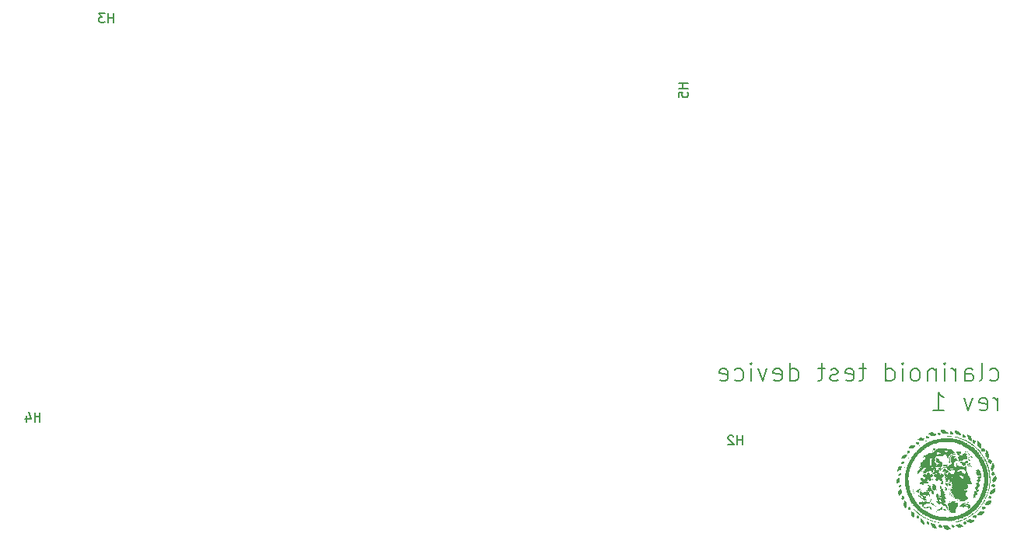
<source format=gbr>
%TF.GenerationSoftware,KiCad,Pcbnew,(6.0.5)*%
%TF.CreationDate,2022-06-18T22:15:24+02:00*%
%TF.ProjectId,clarinoid-devboard,636c6172-696e-46f6-9964-2d646576626f,rev?*%
%TF.SameCoordinates,Original*%
%TF.FileFunction,Legend,Bot*%
%TF.FilePolarity,Positive*%
%FSLAX46Y46*%
G04 Gerber Fmt 4.6, Leading zero omitted, Abs format (unit mm)*
G04 Created by KiCad (PCBNEW (6.0.5)) date 2022-06-18 22:15:24*
%MOMM*%
%LPD*%
G01*
G04 APERTURE LIST*
G04 Aperture macros list*
%AMHorizOval*
0 Thick line with rounded ends*
0 $1 width*
0 $2 $3 position (X,Y) of the first rounded end (center of the circle)*
0 $4 $5 position (X,Y) of the second rounded end (center of the circle)*
0 Add line between two ends*
20,1,$1,$2,$3,$4,$5,0*
0 Add two circle primitives to create the rounded ends*
1,1,$1,$2,$3*
1,1,$1,$4,$5*%
%AMRotRect*
0 Rectangle, with rotation*
0 The origin of the aperture is its center*
0 $1 length*
0 $2 width*
0 $3 Rotation angle, in degrees counterclockwise*
0 Add horizontal line*
21,1,$1,$2,0,0,$3*%
G04 Aperture macros list end*
%ADD10C,0.150000*%
%ADD11C,0.300000*%
%ADD12C,3.883298*%
%ADD13R,1.700000X1.700000*%
%ADD14O,1.700000X1.700000*%
%ADD15RotRect,1.600000X1.600000X45.000000*%
%ADD16HorizOval,1.600000X0.000000X0.000000X0.000000X0.000000X0*%
%ADD17C,6.200000*%
%ADD18C,2.000000*%
%ADD19C,1.850000*%
%ADD20C,3.450000*%
%ADD21C,2.390000*%
%ADD22C,2.700000*%
%ADD23C,2.500000*%
%ADD24C,3.000000*%
%ADD25C,1.600000*%
%ADD26C,1.000000*%
%ADD27C,0.650000*%
%ADD28O,1.000000X1.600000*%
%ADD29O,1.000000X2.100000*%
%ADD30C,1.150000*%
%ADD31C,1.650000*%
%ADD32R,1.650000X1.650000*%
%ADD33O,6.000000X3.000000*%
%ADD34C,4.400000*%
%ADD35C,0.800000*%
G04 APERTURE END LIST*
D10*
X213812478Y-83149065D02*
X214002954Y-83244303D01*
X214383907Y-83244303D01*
X214574383Y-83149065D01*
X214669621Y-83053827D01*
X214764859Y-82863351D01*
X214764859Y-82291922D01*
X214669621Y-82101446D01*
X214574383Y-82006208D01*
X214383907Y-81910970D01*
X214002954Y-81910970D01*
X213812478Y-82006208D01*
X212669621Y-83244303D02*
X212860097Y-83149065D01*
X212955335Y-82958589D01*
X212955335Y-81244303D01*
X211050573Y-83244303D02*
X211050573Y-82196684D01*
X211145812Y-82006208D01*
X211336288Y-81910970D01*
X211717240Y-81910970D01*
X211907716Y-82006208D01*
X211050573Y-83149065D02*
X211241050Y-83244303D01*
X211717240Y-83244303D01*
X211907716Y-83149065D01*
X212002954Y-82958589D01*
X212002954Y-82768113D01*
X211907716Y-82577637D01*
X211717240Y-82482399D01*
X211241050Y-82482399D01*
X211050573Y-82387161D01*
X210098192Y-83244303D02*
X210098192Y-81910970D01*
X210098192Y-82291922D02*
X210002954Y-82101446D01*
X209907716Y-82006208D01*
X209717240Y-81910970D01*
X209526764Y-81910970D01*
X208860097Y-83244303D02*
X208860097Y-81910970D01*
X208860097Y-81244303D02*
X208955335Y-81339542D01*
X208860097Y-81434780D01*
X208764859Y-81339542D01*
X208860097Y-81244303D01*
X208860097Y-81434780D01*
X207907716Y-81910970D02*
X207907716Y-83244303D01*
X207907716Y-82101446D02*
X207812478Y-82006208D01*
X207622002Y-81910970D01*
X207336288Y-81910970D01*
X207145812Y-82006208D01*
X207050573Y-82196684D01*
X207050573Y-83244303D01*
X205812478Y-83244303D02*
X206002954Y-83149065D01*
X206098192Y-83053827D01*
X206193431Y-82863351D01*
X206193431Y-82291922D01*
X206098192Y-82101446D01*
X206002954Y-82006208D01*
X205812478Y-81910970D01*
X205526764Y-81910970D01*
X205336288Y-82006208D01*
X205241050Y-82101446D01*
X205145812Y-82291922D01*
X205145812Y-82863351D01*
X205241050Y-83053827D01*
X205336288Y-83149065D01*
X205526764Y-83244303D01*
X205812478Y-83244303D01*
X204288669Y-83244303D02*
X204288669Y-81910970D01*
X204288669Y-81244303D02*
X204383907Y-81339542D01*
X204288669Y-81434780D01*
X204193431Y-81339542D01*
X204288669Y-81244303D01*
X204288669Y-81434780D01*
X202479145Y-83244303D02*
X202479145Y-81244303D01*
X202479145Y-83149065D02*
X202669621Y-83244303D01*
X203050573Y-83244303D01*
X203241050Y-83149065D01*
X203336288Y-83053827D01*
X203431526Y-82863351D01*
X203431526Y-82291922D01*
X203336288Y-82101446D01*
X203241050Y-82006208D01*
X203050573Y-81910970D01*
X202669621Y-81910970D01*
X202479145Y-82006208D01*
X200288669Y-81910970D02*
X199526764Y-81910970D01*
X200002954Y-81244303D02*
X200002954Y-82958589D01*
X199907716Y-83149065D01*
X199717240Y-83244303D01*
X199526764Y-83244303D01*
X198098192Y-83149065D02*
X198288669Y-83244303D01*
X198669621Y-83244303D01*
X198860097Y-83149065D01*
X198955335Y-82958589D01*
X198955335Y-82196684D01*
X198860097Y-82006208D01*
X198669621Y-81910970D01*
X198288669Y-81910970D01*
X198098192Y-82006208D01*
X198002954Y-82196684D01*
X198002954Y-82387161D01*
X198955335Y-82577637D01*
X197241050Y-83149065D02*
X197050573Y-83244303D01*
X196669621Y-83244303D01*
X196479145Y-83149065D01*
X196383907Y-82958589D01*
X196383907Y-82863351D01*
X196479145Y-82672875D01*
X196669621Y-82577637D01*
X196955335Y-82577637D01*
X197145812Y-82482399D01*
X197241050Y-82291922D01*
X197241050Y-82196684D01*
X197145812Y-82006208D01*
X196955335Y-81910970D01*
X196669621Y-81910970D01*
X196479145Y-82006208D01*
X195812478Y-81910970D02*
X195050573Y-81910970D01*
X195526764Y-81244303D02*
X195526764Y-82958589D01*
X195431526Y-83149065D01*
X195241050Y-83244303D01*
X195050573Y-83244303D01*
X192002954Y-83244303D02*
X192002954Y-81244303D01*
X192002954Y-83149065D02*
X192193431Y-83244303D01*
X192574383Y-83244303D01*
X192764859Y-83149065D01*
X192860097Y-83053827D01*
X192955335Y-82863351D01*
X192955335Y-82291922D01*
X192860097Y-82101446D01*
X192764859Y-82006208D01*
X192574383Y-81910970D01*
X192193431Y-81910970D01*
X192002954Y-82006208D01*
X190288669Y-83149065D02*
X190479145Y-83244303D01*
X190860097Y-83244303D01*
X191050573Y-83149065D01*
X191145812Y-82958589D01*
X191145812Y-82196684D01*
X191050573Y-82006208D01*
X190860097Y-81910970D01*
X190479145Y-81910970D01*
X190288669Y-82006208D01*
X190193431Y-82196684D01*
X190193431Y-82387161D01*
X191145812Y-82577637D01*
X189526764Y-81910970D02*
X189050573Y-83244303D01*
X188574383Y-81910970D01*
X187812478Y-83244303D02*
X187812478Y-81910970D01*
X187812478Y-81244303D02*
X187907716Y-81339542D01*
X187812478Y-81434780D01*
X187717240Y-81339542D01*
X187812478Y-81244303D01*
X187812478Y-81434780D01*
X186002954Y-83149065D02*
X186193431Y-83244303D01*
X186574383Y-83244303D01*
X186764859Y-83149065D01*
X186860097Y-83053827D01*
X186955335Y-82863351D01*
X186955335Y-82291922D01*
X186860097Y-82101446D01*
X186764859Y-82006208D01*
X186574383Y-81910970D01*
X186193431Y-81910970D01*
X186002954Y-82006208D01*
X184383907Y-83149065D02*
X184574383Y-83244303D01*
X184955335Y-83244303D01*
X185145812Y-83149065D01*
X185241050Y-82958589D01*
X185241050Y-82196684D01*
X185145812Y-82006208D01*
X184955335Y-81910970D01*
X184574383Y-81910970D01*
X184383907Y-82006208D01*
X184288669Y-82196684D01*
X184288669Y-82387161D01*
X185241050Y-82577637D01*
X214669621Y-86464303D02*
X214669621Y-85130970D01*
X214669621Y-85511922D02*
X214574383Y-85321446D01*
X214479145Y-85226208D01*
X214288669Y-85130970D01*
X214098192Y-85130970D01*
X212669621Y-86369065D02*
X212860097Y-86464303D01*
X213241050Y-86464303D01*
X213431526Y-86369065D01*
X213526764Y-86178589D01*
X213526764Y-85416684D01*
X213431526Y-85226208D01*
X213241050Y-85130970D01*
X212860097Y-85130970D01*
X212669621Y-85226208D01*
X212574383Y-85416684D01*
X212574383Y-85607161D01*
X213526764Y-85797637D01*
X211907716Y-85130970D02*
X211431526Y-86464303D01*
X210955335Y-85130970D01*
X207622002Y-86464303D02*
X208764859Y-86464303D01*
X208193431Y-86464303D02*
X208193431Y-84464303D01*
X208383907Y-84750018D01*
X208574383Y-84940494D01*
X208764859Y-85035732D01*
%TO.C,H2*%
X186860738Y-90187232D02*
X186860738Y-89186547D01*
X186860738Y-89663064D02*
X186288918Y-89663064D01*
X186288918Y-90187232D02*
X186288918Y-89186547D01*
X185860053Y-89281851D02*
X185812402Y-89234199D01*
X185717098Y-89186547D01*
X185478840Y-89186547D01*
X185383537Y-89234199D01*
X185335885Y-89281851D01*
X185288233Y-89377154D01*
X185288233Y-89472457D01*
X185335885Y-89615412D01*
X185907705Y-90187232D01*
X185288233Y-90187232D01*
%TO.C,H4*%
X110360738Y-87687232D02*
X110360738Y-86686547D01*
X110360738Y-87163064D02*
X109788918Y-87163064D01*
X109788918Y-87687232D02*
X109788918Y-86686547D01*
X108883537Y-87020109D02*
X108883537Y-87687232D01*
X109121795Y-86638896D02*
X109360053Y-87353671D01*
X108740582Y-87353671D01*
%TO.C,H5*%
X180913494Y-50784607D02*
X179912809Y-50784607D01*
X180389326Y-50784607D02*
X180389326Y-51356427D01*
X180913494Y-51356427D02*
X179912809Y-51356427D01*
X179912809Y-52309460D02*
X179912809Y-51832944D01*
X180389326Y-51785292D01*
X180341674Y-51832944D01*
X180294023Y-51928247D01*
X180294023Y-52166505D01*
X180341674Y-52261809D01*
X180389326Y-52309460D01*
X180484629Y-52357112D01*
X180722888Y-52357112D01*
X180818191Y-52309460D01*
X180865843Y-52261809D01*
X180913494Y-52166505D01*
X180913494Y-51928247D01*
X180865843Y-51832944D01*
X180818191Y-51785292D01*
%TO.C,H3*%
X118360738Y-44187232D02*
X118360738Y-43186547D01*
X118360738Y-43663064D02*
X117788918Y-43663064D01*
X117788918Y-44187232D02*
X117788918Y-43186547D01*
X117407705Y-43186547D02*
X116788233Y-43186547D01*
X117121795Y-43567761D01*
X116978840Y-43567761D01*
X116883537Y-43615412D01*
X116835885Y-43663064D01*
X116788233Y-43758367D01*
X116788233Y-43996626D01*
X116835885Y-44091929D01*
X116883537Y-44139581D01*
X116978840Y-44187232D01*
X117264750Y-44187232D01*
X117360053Y-44139581D01*
X117407705Y-44091929D01*
D11*
%TO.C,G\u002A\u002A\u002A*%
X210335883Y-93437542D02*
X210481026Y-93364970D01*
X210698740Y-93364970D01*
X210916454Y-93437542D01*
X211061597Y-93582684D01*
X211134169Y-93727827D01*
X211206740Y-94018113D01*
X211206740Y-94235827D01*
X211134169Y-94526113D01*
X211061597Y-94671256D01*
X210916454Y-94816399D01*
X210698740Y-94888970D01*
X210553597Y-94888970D01*
X210335883Y-94816399D01*
X210263312Y-94743827D01*
X210263312Y-94235827D01*
X210553597Y-94235827D01*
X209392454Y-93364970D02*
X209392454Y-93727827D01*
X209755312Y-93582684D02*
X209392454Y-93727827D01*
X209029597Y-93582684D01*
X209610169Y-94018113D02*
X209392454Y-93727827D01*
X209174740Y-94018113D01*
X208231312Y-93364970D02*
X208231312Y-93727827D01*
X208594169Y-93582684D02*
X208231312Y-93727827D01*
X207868454Y-93582684D01*
X208449026Y-94018113D02*
X208231312Y-93727827D01*
X208013597Y-94018113D01*
X207070169Y-93364970D02*
X207070169Y-93727827D01*
X207433026Y-93582684D02*
X207070169Y-93727827D01*
X206707312Y-93582684D01*
X207287883Y-94018113D02*
X207070169Y-93727827D01*
X206852454Y-94018113D01*
G36*
X205293312Y-96562042D02*
G01*
X205280812Y-96574542D01*
X205268312Y-96562042D01*
X205280812Y-96549542D01*
X205293312Y-96562042D01*
G37*
G36*
X204293312Y-93812042D02*
G01*
X204280812Y-93824542D01*
X204268312Y-93812042D01*
X204280812Y-93799542D01*
X204293312Y-93812042D01*
G37*
G36*
X204593312Y-95612042D02*
G01*
X204580812Y-95624542D01*
X204568312Y-95612042D01*
X204580812Y-95599542D01*
X204593312Y-95612042D01*
G37*
G36*
X207493312Y-94212042D02*
G01*
X207480812Y-94224542D01*
X207468312Y-94212042D01*
X207480812Y-94199542D01*
X207493312Y-94212042D01*
G37*
G36*
X213293312Y-97237042D02*
G01*
X213280812Y-97249542D01*
X213268312Y-97237042D01*
X213280812Y-97224542D01*
X213293312Y-97237042D01*
G37*
G36*
X211743312Y-90262042D02*
G01*
X211730812Y-90274542D01*
X211718312Y-90262042D01*
X211730812Y-90249542D01*
X211743312Y-90262042D01*
G37*
G36*
X208296348Y-88881479D02*
G01*
X208350596Y-88912997D01*
X208395900Y-88952525D01*
X208422462Y-88995274D01*
X208429251Y-89039066D01*
X208424588Y-89054157D01*
X208406597Y-89112042D01*
X208400070Y-89124210D01*
X208358243Y-89145614D01*
X208299048Y-89143604D01*
X208242969Y-89117496D01*
X208228426Y-89104558D01*
X208188248Y-89057986D01*
X208155267Y-89007183D01*
X208137812Y-88966313D01*
X208144212Y-88949542D01*
X208153505Y-88947564D01*
X208155812Y-88924542D01*
X208153461Y-88911661D01*
X208179337Y-88899542D01*
X208197955Y-88896561D01*
X208218312Y-88875160D01*
X208220356Y-88868319D01*
X208247990Y-88864432D01*
X208296348Y-88881479D01*
G37*
G36*
X207423214Y-96505633D02*
G01*
X207443312Y-96525637D01*
X207446204Y-96535784D01*
X207475301Y-96544387D01*
X207488406Y-96543467D01*
X207510951Y-96561065D01*
X207513727Y-96570597D01*
X207546521Y-96597487D01*
X207595605Y-96600648D01*
X207637101Y-96577053D01*
X207646953Y-96564689D01*
X207660796Y-96552965D01*
X207651534Y-96585132D01*
X207651296Y-96585811D01*
X207646558Y-96619826D01*
X207672944Y-96618520D01*
X207685874Y-96614891D01*
X207703466Y-96627264D01*
X207702587Y-96678268D01*
X207699759Y-96718520D01*
X207711329Y-96742661D01*
X207749866Y-96738861D01*
X207779231Y-96733297D01*
X207774562Y-96739356D01*
X207747204Y-96762100D01*
X207748681Y-96783926D01*
X207780812Y-96783582D01*
X207800043Y-96779848D01*
X207818312Y-96794783D01*
X207816083Y-96805089D01*
X207787062Y-96832126D01*
X207756442Y-96831819D01*
X207705812Y-96809273D01*
X207697492Y-96803664D01*
X207636893Y-96766310D01*
X207565207Y-96725701D01*
X207555920Y-96720490D01*
X207478542Y-96666068D01*
X207414325Y-96605099D01*
X207404369Y-96593914D01*
X207356864Y-96554778D01*
X207320200Y-96544746D01*
X207303986Y-96547014D01*
X207303808Y-96527785D01*
X207329889Y-96509275D01*
X207377910Y-96500294D01*
X207423214Y-96505633D01*
G37*
G36*
X206302833Y-98243721D02*
G01*
X206364393Y-98272493D01*
X206441555Y-98317037D01*
X206520089Y-98370450D01*
X206587952Y-98435670D01*
X206628436Y-98511064D01*
X206652565Y-98612042D01*
X206653401Y-98617109D01*
X206666532Y-98696876D01*
X206680668Y-98782965D01*
X206684083Y-98804300D01*
X206688335Y-98853826D01*
X206675233Y-98868825D01*
X206638603Y-98860708D01*
X206618152Y-98853260D01*
X206551607Y-98822719D01*
X206472429Y-98781012D01*
X206395054Y-98736323D01*
X206333917Y-98696833D01*
X206303455Y-98670727D01*
X206296656Y-98656283D01*
X206280903Y-98595794D01*
X206268010Y-98512277D01*
X206259145Y-98420185D01*
X206255475Y-98333971D01*
X206258170Y-98268088D01*
X206268397Y-98236989D01*
X206269402Y-98236511D01*
X206302833Y-98243721D01*
G37*
G36*
X208518312Y-89312042D02*
G01*
X208505812Y-89324542D01*
X208493312Y-89312042D01*
X208505812Y-89299542D01*
X208518312Y-89312042D01*
G37*
G36*
X210218312Y-90412042D02*
G01*
X210205812Y-90424542D01*
X210193312Y-90412042D01*
X210205812Y-90399542D01*
X210218312Y-90412042D01*
G37*
G36*
X206999288Y-89700268D02*
G01*
X207018312Y-89724542D01*
X207017586Y-89730517D01*
X206993312Y-89749542D01*
X206987337Y-89748815D01*
X206968312Y-89724542D01*
X206969039Y-89718566D01*
X206993312Y-89699542D01*
X206999288Y-89700268D01*
G37*
G36*
X210668312Y-93362042D02*
G01*
X210655812Y-93374542D01*
X210643312Y-93362042D01*
X210655812Y-93349542D01*
X210668312Y-93362042D01*
G37*
G36*
X211757192Y-92274809D02*
G01*
X211753354Y-92287250D01*
X211705812Y-92305714D01*
X211643867Y-92332211D01*
X211592391Y-92364357D01*
X211559015Y-92381203D01*
X211498641Y-92383179D01*
X211457442Y-92380528D01*
X211443312Y-92408341D01*
X211438259Y-92425685D01*
X211410008Y-92433649D01*
X211370331Y-92418225D01*
X211334728Y-92386982D01*
X211318695Y-92347486D01*
X211319468Y-92345213D01*
X211347616Y-92327587D01*
X211403777Y-92306701D01*
X211410314Y-92304734D01*
X211478140Y-92293015D01*
X211517773Y-92308756D01*
X211524738Y-92315021D01*
X211538099Y-92313162D01*
X211534038Y-92268704D01*
X211526630Y-92236539D01*
X211573654Y-92236539D01*
X211576646Y-92266208D01*
X211584165Y-92270119D01*
X211593312Y-92249542D01*
X211591508Y-92236307D01*
X211576646Y-92232875D01*
X211573654Y-92236539D01*
X211526630Y-92236539D01*
X211522241Y-92217480D01*
X211507253Y-92176872D01*
X211507050Y-92172118D01*
X211533154Y-92176864D01*
X211586773Y-92200372D01*
X211604287Y-92208990D01*
X211676391Y-92242134D01*
X211694943Y-92249542D01*
X211730812Y-92263865D01*
X211757192Y-92274809D01*
G37*
G36*
X210618312Y-98262042D02*
G01*
X210605812Y-98274542D01*
X210593312Y-98262042D01*
X210605812Y-98249542D01*
X210618312Y-98262042D01*
G37*
G36*
X207368312Y-89762042D02*
G01*
X207355812Y-89774542D01*
X207343312Y-89762042D01*
X207355812Y-89749542D01*
X207368312Y-89762042D01*
G37*
G36*
X208643312Y-96887042D02*
G01*
X208630812Y-96899542D01*
X208618312Y-96887042D01*
X208630812Y-96874542D01*
X208643312Y-96887042D01*
G37*
G36*
X209309979Y-97457875D02*
G01*
X209313890Y-97465394D01*
X209293312Y-97474542D01*
X209280078Y-97472737D01*
X209276646Y-97457875D01*
X209280310Y-97454883D01*
X209309979Y-97457875D01*
G37*
G36*
X207868312Y-95562042D02*
G01*
X207855812Y-95574542D01*
X207843312Y-95562042D01*
X207855812Y-95549542D01*
X207868312Y-95562042D01*
G37*
G36*
X209543312Y-94887042D02*
G01*
X209530812Y-94899542D01*
X209518312Y-94887042D01*
X209530812Y-94874542D01*
X209543312Y-94887042D01*
G37*
G36*
X210293312Y-90449542D02*
G01*
X210291508Y-90462776D01*
X210276646Y-90466208D01*
X210273654Y-90462544D01*
X210276646Y-90432875D01*
X210284165Y-90428964D01*
X210293312Y-90449542D01*
G37*
G36*
X205143312Y-91362042D02*
G01*
X205130812Y-91374542D01*
X205118312Y-91362042D01*
X205130812Y-91349542D01*
X205143312Y-91362042D01*
G37*
G36*
X209757257Y-93350666D02*
G01*
X209780812Y-93374542D01*
X209785469Y-93383393D01*
X209783763Y-93399542D01*
X209779368Y-93398417D01*
X209755812Y-93374542D01*
X209751156Y-93365690D01*
X209752862Y-93349542D01*
X209757257Y-93350666D01*
G37*
G36*
X213243312Y-96562042D02*
G01*
X213230812Y-96574542D01*
X213218312Y-96562042D01*
X213230812Y-96549542D01*
X213243312Y-96562042D01*
G37*
G36*
X212458200Y-97645679D02*
G01*
X212450482Y-97656785D01*
X212429337Y-97674542D01*
X212425842Y-97674298D01*
X212420337Y-97659827D01*
X212447175Y-97634654D01*
X212461146Y-97628571D01*
X212458200Y-97645679D01*
G37*
G36*
X207046534Y-98507897D02*
G01*
X207071390Y-98519124D01*
X207136445Y-98568477D01*
X207188945Y-98634901D01*
X207224574Y-98707676D01*
X207239014Y-98776081D01*
X207227949Y-98829395D01*
X207187062Y-98856898D01*
X207123113Y-98867511D01*
X207056006Y-98868277D01*
X207013271Y-98846997D01*
X206980948Y-98799803D01*
X206978426Y-98794888D01*
X206952643Y-98739423D01*
X206941714Y-98706053D01*
X206938014Y-98680843D01*
X206926187Y-98627513D01*
X206923040Y-98584475D01*
X206952805Y-98544726D01*
X206973948Y-98527840D01*
X206981164Y-98500111D01*
X206980098Y-98497474D01*
X206998036Y-98494017D01*
X207046534Y-98507897D01*
G37*
G36*
X208093312Y-98437042D02*
G01*
X208080812Y-98449542D01*
X208068312Y-98437042D01*
X208080812Y-98424542D01*
X208093312Y-98437042D01*
G37*
G36*
X205518312Y-90862042D02*
G01*
X205505812Y-90874542D01*
X205493312Y-90862042D01*
X205505812Y-90849542D01*
X205518312Y-90862042D01*
G37*
G36*
X209725069Y-98667150D02*
G01*
X209743312Y-98702492D01*
X209741386Y-98710899D01*
X209718312Y-98712042D01*
X209711556Y-98706933D01*
X209693312Y-98671591D01*
X209695239Y-98663184D01*
X209718312Y-98662042D01*
X209725069Y-98667150D01*
G37*
G36*
X213218312Y-90974542D02*
G01*
X213216508Y-90987776D01*
X213201646Y-90991208D01*
X213198654Y-90987544D01*
X213201646Y-90957875D01*
X213209165Y-90953964D01*
X213218312Y-90974542D01*
G37*
G36*
X209301017Y-94389243D02*
G01*
X209348108Y-94393405D01*
X209422117Y-94397458D01*
X209455615Y-94405175D01*
X209503124Y-94448344D01*
X209525564Y-94516156D01*
X209515684Y-94593421D01*
X209486988Y-94634073D01*
X209425368Y-94649159D01*
X209414550Y-94648909D01*
X209346270Y-94636978D01*
X209305084Y-94611858D01*
X209302444Y-94579992D01*
X209304322Y-94575425D01*
X209301800Y-94531499D01*
X209282101Y-94468983D01*
X209274842Y-94451489D01*
X209258733Y-94404856D01*
X209266462Y-94388307D01*
X209301017Y-94389243D01*
G37*
G36*
X209150861Y-98757283D02*
G01*
X209099733Y-98756249D01*
X209078709Y-98743206D01*
X209083835Y-98737042D01*
X209118312Y-98737042D01*
X209130812Y-98749542D01*
X209143312Y-98737042D01*
X209130812Y-98724542D01*
X209118312Y-98737042D01*
X209083835Y-98737042D01*
X209095199Y-98723375D01*
X209110764Y-98716800D01*
X209161892Y-98717834D01*
X209182916Y-98730877D01*
X209177790Y-98737042D01*
X209166426Y-98750708D01*
X209150861Y-98757283D01*
G37*
G36*
X211205261Y-98025254D02*
G01*
X211165692Y-98047420D01*
X211124836Y-98062392D01*
X211085107Y-98071266D01*
X211084346Y-98061349D01*
X211126773Y-98034084D01*
X211130888Y-98031889D01*
X211182586Y-98010558D01*
X211211652Y-98009548D01*
X211205261Y-98025254D01*
G37*
G36*
X214018312Y-96112042D02*
G01*
X214005812Y-96124542D01*
X213993312Y-96112042D01*
X214005812Y-96099542D01*
X214018312Y-96112042D01*
G37*
G36*
X207268312Y-89787042D02*
G01*
X207255812Y-89799542D01*
X207243312Y-89787042D01*
X207255812Y-89774542D01*
X207268312Y-89787042D01*
G37*
G36*
X208487774Y-98686142D02*
G01*
X208546093Y-98700232D01*
X208622435Y-98713196D01*
X208622837Y-98713247D01*
X208681974Y-98725115D01*
X208715473Y-98739807D01*
X208712059Y-98744925D01*
X208673964Y-98746548D01*
X208606823Y-98740323D01*
X208564468Y-98733410D01*
X208495449Y-98715653D01*
X208456823Y-98696492D01*
X208454960Y-98694473D01*
X208450439Y-98679063D01*
X208487774Y-98686142D01*
G37*
G36*
X209557168Y-93796430D02*
G01*
X209492280Y-93805093D01*
X209440350Y-93796756D01*
X209416168Y-93788738D01*
X209378674Y-93794171D01*
X209371300Y-93797413D01*
X209384006Y-93774542D01*
X209400747Y-93748324D01*
X209404829Y-93739716D01*
X209443312Y-93739716D01*
X209450241Y-93749030D01*
X209478896Y-93745552D01*
X209505636Y-93724828D01*
X209507918Y-93713255D01*
X209482111Y-93715003D01*
X209462923Y-93723660D01*
X209443312Y-93739716D01*
X209404829Y-93739716D01*
X209423579Y-93700176D01*
X209430804Y-93666635D01*
X209418026Y-93662218D01*
X209405305Y-93664483D01*
X209393312Y-93638517D01*
X209389631Y-93620059D01*
X209365383Y-93605792D01*
X209348160Y-93600988D01*
X209329611Y-93564989D01*
X209328433Y-93539349D01*
X209337948Y-93476688D01*
X209357977Y-93411135D01*
X209382579Y-93360142D01*
X209405812Y-93341159D01*
X209426220Y-93339305D01*
X209474562Y-93321197D01*
X209502172Y-93310598D01*
X209518312Y-93325137D01*
X209519738Y-93333874D01*
X209540531Y-93338761D01*
X209557392Y-93340867D01*
X209594707Y-93372455D01*
X209637761Y-93426046D01*
X209676292Y-93488310D01*
X209700033Y-93545914D01*
X209703535Y-93597722D01*
X209678613Y-93682131D01*
X209656136Y-93713255D01*
X209626234Y-93754662D01*
X209557168Y-93796430D01*
G37*
G36*
X208160301Y-98642369D02*
G01*
X208180812Y-98649486D01*
X208195713Y-98654688D01*
X208241794Y-98664465D01*
X208283432Y-98674368D01*
X208314711Y-98687607D01*
X208316887Y-98690567D01*
X208301072Y-98698649D01*
X208249085Y-98696342D01*
X208171437Y-98683917D01*
X208167432Y-98683090D01*
X208114950Y-98666505D01*
X208093312Y-98648629D01*
X208100345Y-98639317D01*
X208137062Y-98637341D01*
X208160301Y-98642369D01*
G37*
G36*
X211130883Y-98563593D02*
G01*
X211198133Y-98590964D01*
X211258044Y-98635148D01*
X211272010Y-98687056D01*
X211242451Y-98750751D01*
X211239491Y-98754957D01*
X211206779Y-98809450D01*
X211193312Y-98847151D01*
X211193204Y-98849859D01*
X211171187Y-98872035D01*
X211116180Y-98866545D01*
X211035821Y-98834027D01*
X210997842Y-98813613D01*
X210916601Y-98754166D01*
X210884487Y-98696142D01*
X210900964Y-98637586D01*
X210965500Y-98576544D01*
X210971722Y-98572155D01*
X211018097Y-98546326D01*
X211063313Y-98544086D01*
X211130883Y-98563593D01*
G37*
G36*
X208603266Y-93687042D02*
G01*
X208581173Y-93773845D01*
X208576716Y-93782154D01*
X208531693Y-93836727D01*
X208486324Y-93845039D01*
X208446097Y-93805792D01*
X208435844Y-93790397D01*
X208415499Y-93782257D01*
X208382589Y-93801609D01*
X208326105Y-93852762D01*
X208289915Y-93885662D01*
X208232119Y-93932055D01*
X208193312Y-93955330D01*
X208152806Y-93961782D01*
X208112037Y-93939448D01*
X208102810Y-93878752D01*
X208103285Y-93873232D01*
X208094804Y-93779938D01*
X208050013Y-93719923D01*
X207966344Y-93689626D01*
X207960620Y-93688667D01*
X207877475Y-93658234D01*
X207836640Y-93602028D01*
X207836157Y-93517463D01*
X207867985Y-93450037D01*
X207928625Y-93384974D01*
X207998993Y-93343481D01*
X208010092Y-93335378D01*
X208007757Y-93302688D01*
X208007486Y-93302252D01*
X207983712Y-93285115D01*
X207947081Y-93307398D01*
X207896577Y-93345711D01*
X207800826Y-93394824D01*
X207705643Y-93419615D01*
X207623611Y-93417488D01*
X207567316Y-93385841D01*
X207559245Y-93373064D01*
X207554344Y-93315189D01*
X207579555Y-93249483D01*
X207603471Y-93220184D01*
X207795150Y-93220184D01*
X207803752Y-93237755D01*
X207843312Y-93224542D01*
X207859552Y-93209974D01*
X207860922Y-93183817D01*
X207847640Y-93178525D01*
X207813312Y-93194541D01*
X207795150Y-93220184D01*
X207603471Y-93220184D01*
X207626386Y-93192112D01*
X207658435Y-93174542D01*
X207893312Y-93174542D01*
X207893986Y-93180473D01*
X207897993Y-93183817D01*
X207916837Y-93199542D01*
X207923851Y-93198588D01*
X207955812Y-93174542D01*
X207956642Y-93169999D01*
X207998016Y-93169999D01*
X208030812Y-93173776D01*
X208061401Y-93170402D01*
X208118312Y-93149542D01*
X208125207Y-93144968D01*
X208138609Y-93129084D01*
X208105812Y-93125307D01*
X208075224Y-93128681D01*
X208018312Y-93149542D01*
X208011418Y-93154115D01*
X208005051Y-93161661D01*
X207998016Y-93169999D01*
X207956642Y-93169999D01*
X207958164Y-93161661D01*
X207932288Y-93149542D01*
X207913662Y-93152601D01*
X207893312Y-93174542D01*
X207658435Y-93174542D01*
X207686345Y-93159241D01*
X207727942Y-93148588D01*
X207771324Y-93129470D01*
X207774601Y-93102469D01*
X207743753Y-93056923D01*
X207742622Y-93055477D01*
X207707758Y-93001545D01*
X207693312Y-92960867D01*
X207704180Y-92941275D01*
X207752231Y-92920440D01*
X207825855Y-92910155D01*
X207910939Y-92911989D01*
X207993369Y-92927512D01*
X208005240Y-92931032D01*
X208067516Y-92945961D01*
X208101017Y-92941958D01*
X208121573Y-92917827D01*
X208145498Y-92894277D01*
X208191643Y-92894121D01*
X208240939Y-92928814D01*
X208281527Y-92992794D01*
X208287187Y-93006642D01*
X208302241Y-93064674D01*
X208283711Y-93092430D01*
X208226646Y-93099542D01*
X208189573Y-93105277D01*
X208168312Y-93124542D01*
X208168865Y-93129084D01*
X208169039Y-93130517D01*
X208193312Y-93149542D01*
X208195738Y-93149646D01*
X208216147Y-93171698D01*
X208210864Y-93225119D01*
X208180747Y-93299669D01*
X208163997Y-93336359D01*
X208157053Y-93378163D01*
X208167183Y-93431030D01*
X208195611Y-93512445D01*
X208217577Y-93566072D01*
X208261395Y-93639915D01*
X208309804Y-93676059D01*
X208321923Y-93680626D01*
X208373724Y-93696910D01*
X208390875Y-93690309D01*
X208390058Y-93687042D01*
X208443312Y-93687042D01*
X208455812Y-93699542D01*
X208468312Y-93687042D01*
X208455812Y-93674542D01*
X208443312Y-93687042D01*
X208390058Y-93687042D01*
X208382927Y-93658537D01*
X208382153Y-93638517D01*
X208393312Y-93638517D01*
X208393962Y-93641012D01*
X208418312Y-93649542D01*
X208425165Y-93648524D01*
X208443312Y-93623066D01*
X208441350Y-93614024D01*
X208418312Y-93612042D01*
X208410831Y-93617173D01*
X208393312Y-93638517D01*
X208382153Y-93638517D01*
X208381711Y-93627093D01*
X208417753Y-93582120D01*
X208443441Y-93559980D01*
X208465674Y-93527475D01*
X208464812Y-93507781D01*
X208437062Y-93514234D01*
X208419102Y-93521673D01*
X208433452Y-93501820D01*
X208448921Y-93453885D01*
X208441871Y-93366902D01*
X208434190Y-93320975D01*
X208430851Y-93266221D01*
X208444227Y-93251292D01*
X208476259Y-93270762D01*
X208497057Y-93283057D01*
X208528184Y-93281337D01*
X208535507Y-93278339D01*
X208530579Y-93303635D01*
X208529165Y-93308276D01*
X208530770Y-93361022D01*
X208550335Y-93427873D01*
X208591806Y-93549523D01*
X208600450Y-93623066D01*
X208606484Y-93674399D01*
X208603266Y-93687042D01*
G37*
G36*
X209343312Y-93662042D02*
G01*
X209330812Y-93674542D01*
X209318312Y-93662042D01*
X209330812Y-93649542D01*
X209343312Y-93662042D01*
G37*
G36*
X204493312Y-92737042D02*
G01*
X204480812Y-92749542D01*
X204468312Y-92737042D01*
X204480812Y-92724542D01*
X204493312Y-92737042D01*
G37*
G36*
X207318312Y-93112042D02*
G01*
X207305812Y-93124542D01*
X207293312Y-93112042D01*
X207305812Y-93099542D01*
X207318312Y-93112042D01*
G37*
G36*
X212705462Y-91130195D02*
G01*
X212709979Y-91177448D01*
X212709965Y-91184103D01*
X212706814Y-91237020D01*
X212695425Y-91243272D01*
X212671855Y-91205792D01*
X212662279Y-91178134D01*
X212679308Y-91133698D01*
X212688936Y-91126004D01*
X212705462Y-91130195D01*
G37*
G36*
X212740359Y-94140521D02*
G01*
X212710866Y-94181750D01*
X212663916Y-94238229D01*
X212635887Y-94271991D01*
X212606799Y-94321295D01*
X212614507Y-94347190D01*
X212616194Y-94348283D01*
X212624924Y-94373451D01*
X212591243Y-94413882D01*
X212581572Y-94423378D01*
X212536656Y-94480836D01*
X212491720Y-94553832D01*
X212457145Y-94624143D01*
X212443312Y-94673546D01*
X212454867Y-94698103D01*
X212480991Y-94691257D01*
X212503852Y-94655792D01*
X212505009Y-94652376D01*
X212536555Y-94597360D01*
X212586483Y-94539255D01*
X212639878Y-94493252D01*
X212681824Y-94474542D01*
X212699223Y-94481612D01*
X212716653Y-94520836D01*
X212717929Y-94578850D01*
X212703687Y-94637706D01*
X212674562Y-94679455D01*
X212631021Y-94719767D01*
X212575666Y-94783937D01*
X212523060Y-94854755D01*
X212483758Y-94917912D01*
X212468312Y-94959100D01*
X212466115Y-94975984D01*
X212443981Y-95011628D01*
X212429385Y-95025454D01*
X212398961Y-95072742D01*
X212370701Y-95132803D01*
X212352715Y-95187245D01*
X212353115Y-95217677D01*
X212375076Y-95213583D01*
X212408504Y-95178285D01*
X212414778Y-95169495D01*
X212477274Y-95096124D01*
X212539278Y-95044227D01*
X212588237Y-95024542D01*
X212603511Y-95027385D01*
X212616880Y-95054755D01*
X212602071Y-95104503D01*
X212565063Y-95168405D01*
X212511830Y-95238240D01*
X212489459Y-95262042D01*
X212448350Y-95305782D01*
X212380601Y-95362809D01*
X212314557Y-95401097D01*
X212257013Y-95432142D01*
X212246312Y-95455047D01*
X212280127Y-95465854D01*
X212355812Y-95460735D01*
X212359667Y-95460161D01*
X212428018Y-95453079D01*
X212460237Y-95460238D01*
X212468312Y-95484131D01*
X212468099Y-95487832D01*
X212447053Y-95536105D01*
X212400766Y-95597766D01*
X212342320Y-95658961D01*
X212284798Y-95705837D01*
X212241283Y-95724542D01*
X212209325Y-95733741D01*
X212169192Y-95772898D01*
X212146704Y-95823084D01*
X212153885Y-95843581D01*
X212195918Y-95836215D01*
X212210678Y-95831632D01*
X212232964Y-95828665D01*
X212226713Y-95847411D01*
X212191216Y-95897030D01*
X212180606Y-95910936D01*
X212140184Y-95956260D01*
X212113611Y-95974542D01*
X212104514Y-95978459D01*
X212093312Y-96011257D01*
X212090331Y-96024181D01*
X212065589Y-96035167D01*
X212033622Y-96022027D01*
X212016281Y-95990617D01*
X212009415Y-95919790D01*
X211982031Y-95761467D01*
X211979780Y-95751204D01*
X211979411Y-95688985D01*
X212014058Y-95640891D01*
X212044390Y-95615099D01*
X212065243Y-95611909D01*
X212079411Y-95645127D01*
X212086941Y-95676423D01*
X212087925Y-95715703D01*
X212086940Y-95722394D01*
X212105812Y-95749542D01*
X212111013Y-95750975D01*
X212128244Y-95731280D01*
X212136742Y-95680422D01*
X212136363Y-95613109D01*
X212126960Y-95544047D01*
X212108390Y-95487943D01*
X212086364Y-95427699D01*
X212095583Y-95370299D01*
X212107032Y-95342595D01*
X212103631Y-95324542D01*
X212098891Y-95319994D01*
X212113125Y-95293292D01*
X212124846Y-95277522D01*
X212145651Y-95237042D01*
X212152531Y-95221422D01*
X212183327Y-95180956D01*
X212195985Y-95170567D01*
X212215413Y-95176099D01*
X212230849Y-95224706D01*
X212231536Y-95227775D01*
X212252950Y-95284910D01*
X212278211Y-95296331D01*
X212301735Y-95262042D01*
X212393312Y-95262042D01*
X212405812Y-95274542D01*
X212418312Y-95262042D01*
X212405812Y-95249542D01*
X212393312Y-95262042D01*
X212301735Y-95262042D01*
X212303138Y-95259997D01*
X212316797Y-95202594D01*
X212304770Y-95134139D01*
X212257918Y-95050885D01*
X212229772Y-95005058D01*
X212209210Y-94940208D01*
X212214479Y-94862736D01*
X212228383Y-94802747D01*
X212251683Y-94770946D01*
X212293624Y-94763296D01*
X212323241Y-94765797D01*
X212351849Y-94788031D01*
X212363769Y-94845496D01*
X212369211Y-94885944D01*
X212382375Y-94910282D01*
X212407519Y-94898125D01*
X212414409Y-94891870D01*
X212440845Y-94833704D01*
X212426079Y-94751498D01*
X212369852Y-94643495D01*
X212358315Y-94624788D01*
X212313596Y-94527521D01*
X212307871Y-94442599D01*
X212339647Y-94355792D01*
X212375940Y-94307103D01*
X212410234Y-94299163D01*
X212434259Y-94336060D01*
X212443312Y-94415103D01*
X212443421Y-94437361D01*
X212446877Y-94494188D01*
X212458058Y-94512025D01*
X212480812Y-94499542D01*
X212484939Y-94495636D01*
X212508885Y-94443212D01*
X212517562Y-94367548D01*
X212510459Y-94290421D01*
X212487062Y-94233606D01*
X212449109Y-94188925D01*
X212399562Y-94133525D01*
X212384041Y-94116286D01*
X212361641Y-94086539D01*
X212473654Y-94086539D01*
X212476646Y-94116208D01*
X212484165Y-94120119D01*
X212493312Y-94099542D01*
X212491508Y-94086307D01*
X212476646Y-94082875D01*
X212473654Y-94086539D01*
X212361641Y-94086539D01*
X212349425Y-94070316D01*
X212352583Y-94051757D01*
X212393194Y-94056754D01*
X212414804Y-94061011D01*
X212433899Y-94049958D01*
X212428671Y-94003420D01*
X212424285Y-93981540D01*
X212424112Y-93957184D01*
X212441290Y-93974542D01*
X212445662Y-93980500D01*
X212469279Y-93999440D01*
X212492930Y-93974542D01*
X212512427Y-93936386D01*
X212512617Y-93888584D01*
X212484055Y-93821980D01*
X212483023Y-93819989D01*
X212463238Y-93758605D01*
X212478786Y-93703328D01*
X212494934Y-93676317D01*
X212519879Y-93664094D01*
X212561823Y-93687810D01*
X212569566Y-93693220D01*
X212600600Y-93711769D01*
X212605227Y-93698527D01*
X212588274Y-93645834D01*
X212564001Y-93589552D01*
X212519013Y-93521068D01*
X212624569Y-93521068D01*
X212635664Y-93570169D01*
X212661582Y-93639225D01*
X212682044Y-93681705D01*
X212710118Y-93723894D01*
X212727718Y-93729548D01*
X212734601Y-93702159D01*
X212737482Y-93650123D01*
X212735659Y-93593457D01*
X212729810Y-93550348D01*
X212720613Y-93538982D01*
X212710005Y-93540017D01*
X212676259Y-93520762D01*
X212655834Y-93508105D01*
X212626725Y-93507795D01*
X212624569Y-93521068D01*
X212519013Y-93521068D01*
X212516547Y-93517314D01*
X212465202Y-93471079D01*
X212419777Y-93461577D01*
X212415326Y-93462648D01*
X212388662Y-93451820D01*
X212360444Y-93405912D01*
X212326176Y-93318026D01*
X212323643Y-93310711D01*
X212302261Y-93242115D01*
X212295098Y-93204337D01*
X212303752Y-93205403D01*
X212326368Y-93228927D01*
X212350100Y-93234420D01*
X212355073Y-93225439D01*
X212357233Y-93176681D01*
X212345410Y-93108440D01*
X212323870Y-93040200D01*
X212296882Y-92991442D01*
X212284325Y-92976588D01*
X212271772Y-92953778D01*
X212294014Y-92953942D01*
X212306817Y-92960359D01*
X212346160Y-93000132D01*
X212388264Y-93062042D01*
X212445715Y-93162042D01*
X212432678Y-93026456D01*
X212430245Y-92991694D01*
X212433910Y-92929915D01*
X212447711Y-92914820D01*
X212465603Y-92946554D01*
X212481537Y-93025266D01*
X212485490Y-93052146D01*
X212502903Y-93116989D01*
X212521849Y-93135677D01*
X212537071Y-93107616D01*
X212543312Y-93032216D01*
X212544364Y-92989085D01*
X212555596Y-92920312D01*
X212580558Y-92890599D01*
X212606079Y-92892455D01*
X212632798Y-92935206D01*
X212648718Y-93021903D01*
X212652999Y-93149542D01*
X212652994Y-93149933D01*
X212652643Y-93226672D01*
X212655931Y-93258937D01*
X212665629Y-93252228D01*
X212684510Y-93212042D01*
X212704556Y-93133848D01*
X212706333Y-93049542D01*
X212704399Y-93033282D01*
X212702582Y-92993676D01*
X212708764Y-92993447D01*
X212717074Y-93005521D01*
X212746585Y-93010019D01*
X212747421Y-93009612D01*
X212756867Y-93027731D01*
X212761572Y-93082204D01*
X212761993Y-93160522D01*
X212758589Y-93250175D01*
X212751819Y-93338653D01*
X212742142Y-93413445D01*
X212730015Y-93462042D01*
X212723235Y-93478804D01*
X212721163Y-93498249D01*
X212748679Y-93479766D01*
X212778442Y-93442751D01*
X212805316Y-93380119D01*
X212815411Y-93344412D01*
X212828381Y-93331075D01*
X212847971Y-93358753D01*
X212858461Y-93394874D01*
X212861932Y-93481699D01*
X212852240Y-93602694D01*
X212844989Y-93650123D01*
X212829765Y-93749697D01*
X212814166Y-93801396D01*
X212773899Y-93855673D01*
X212699155Y-93912197D01*
X212656904Y-93941282D01*
X212583504Y-94002933D01*
X212545813Y-94053663D01*
X212548481Y-94088044D01*
X212552187Y-94089925D01*
X212586836Y-94080712D01*
X212638971Y-94048799D01*
X212657731Y-94035793D01*
X212716513Y-94010064D01*
X212751006Y-94021249D01*
X212755499Y-94068391D01*
X212751150Y-94092116D01*
X212749986Y-94099542D01*
X212745225Y-94129922D01*
X212740359Y-94140521D01*
G37*
G36*
X207968312Y-96937042D02*
G01*
X207955812Y-96949542D01*
X207943312Y-96937042D01*
X207955812Y-96924542D01*
X207968312Y-96937042D01*
G37*
G36*
X211868312Y-92287042D02*
G01*
X211855812Y-92299542D01*
X211843312Y-92287042D01*
X211855812Y-92274542D01*
X211868312Y-92287042D01*
G37*
G36*
X210453710Y-96258505D02*
G01*
X210442487Y-96279504D01*
X210415638Y-96299542D01*
X210404704Y-96298747D01*
X210396713Y-96284301D01*
X210431385Y-96249067D01*
X210438790Y-96243025D01*
X210460121Y-96231516D01*
X210453710Y-96258505D01*
G37*
G36*
X204718312Y-95412042D02*
G01*
X204705812Y-95424542D01*
X204693312Y-95412042D01*
X204705812Y-95399542D01*
X204718312Y-95412042D01*
G37*
G36*
X213412419Y-95919142D02*
G01*
X213397328Y-95940331D01*
X213378291Y-95983314D01*
X213374226Y-95997169D01*
X213351456Y-96052514D01*
X213314494Y-96133154D01*
X213269555Y-96226336D01*
X213222858Y-96319304D01*
X213180619Y-96399304D01*
X213149056Y-96453582D01*
X213129075Y-96484837D01*
X213082466Y-96559405D01*
X213032568Y-96640704D01*
X212979633Y-96721745D01*
X212887213Y-96849077D01*
X212779837Y-96985539D01*
X212669011Y-97116087D01*
X212633802Y-97152765D01*
X212596020Y-97176297D01*
X212567440Y-97166087D01*
X212546824Y-97150411D01*
X212555964Y-97172084D01*
X212561475Y-97197481D01*
X212532967Y-97238557D01*
X212507985Y-97259125D01*
X212493959Y-97278515D01*
X212489090Y-97310301D01*
X212464015Y-97359695D01*
X212431325Y-97404812D01*
X212404022Y-97424542D01*
X212397416Y-97425750D01*
X212357639Y-97451279D01*
X212309649Y-97499542D01*
X212297070Y-97514146D01*
X212255621Y-97557214D01*
X212231371Y-97574542D01*
X212227923Y-97574774D01*
X212211474Y-97581410D01*
X212182859Y-97602046D01*
X212133748Y-97643169D01*
X212055812Y-97711265D01*
X212016228Y-97744081D01*
X211959489Y-97783850D01*
X211923778Y-97799422D01*
X211907286Y-97803773D01*
X211877353Y-97837042D01*
X211867032Y-97854434D01*
X211831199Y-97874542D01*
X211808611Y-97880855D01*
X211767368Y-97913179D01*
X211743142Y-97932649D01*
X211700509Y-97938466D01*
X211684763Y-97934791D01*
X211679477Y-97947380D01*
X211673918Y-97967547D01*
X211633069Y-98003763D01*
X211553034Y-98056991D01*
X211430812Y-98129428D01*
X211412630Y-98139741D01*
X211356854Y-98167205D01*
X211325815Y-98169737D01*
X211305812Y-98149542D01*
X211303643Y-98136467D01*
X211330122Y-98124542D01*
X211349681Y-98120964D01*
X211382200Y-98092440D01*
X211394758Y-98076464D01*
X211442581Y-98039467D01*
X211510998Y-97998690D01*
X211552192Y-97975837D01*
X211623315Y-97931580D01*
X211669993Y-97896194D01*
X211682070Y-97885609D01*
X211730722Y-97847944D01*
X211798651Y-97798577D01*
X211873950Y-97745782D01*
X211944712Y-97697830D01*
X211999033Y-97662992D01*
X212025007Y-97649542D01*
X212044081Y-97634048D01*
X212091071Y-97590086D01*
X212158358Y-97525081D01*
X212238441Y-97446479D01*
X212323821Y-97361725D01*
X212406998Y-97278266D01*
X212480472Y-97203548D01*
X212536743Y-97145017D01*
X212568312Y-97110120D01*
X212582543Y-97092122D01*
X212627747Y-97032669D01*
X212679197Y-96962978D01*
X212698625Y-96936876D01*
X212763227Y-96855594D01*
X212822832Y-96787042D01*
X212838389Y-96769968D01*
X212877484Y-96721751D01*
X212893197Y-96693292D01*
X212903623Y-96670457D01*
X212937062Y-96629076D01*
X212962493Y-96596996D01*
X213007245Y-96528776D01*
X213053942Y-96447826D01*
X213112408Y-96337911D01*
X213181869Y-96204173D01*
X213247512Y-96074740D01*
X213305406Y-95957583D01*
X213350969Y-95862042D01*
X213368312Y-95862042D01*
X213380812Y-95874542D01*
X213393312Y-95862042D01*
X213380812Y-95849542D01*
X213368312Y-95862042D01*
X213350969Y-95862042D01*
X213351624Y-95860669D01*
X213382235Y-95791969D01*
X213393312Y-95759452D01*
X213393584Y-95756304D01*
X213411313Y-95715762D01*
X213448243Y-95661452D01*
X213451028Y-95657858D01*
X213490374Y-95594731D01*
X213510986Y-95539330D01*
X213517494Y-95496350D01*
X213528576Y-95424542D01*
X213535368Y-95380118D01*
X213540833Y-95341816D01*
X213541731Y-95337940D01*
X213562062Y-95333179D01*
X213576057Y-95322937D01*
X213584937Y-95278404D01*
X213590190Y-95226341D01*
X213603079Y-95149542D01*
X213621345Y-95071815D01*
X213648726Y-94964949D01*
X213674732Y-94872644D01*
X213694708Y-94812042D01*
X213695758Y-94809313D01*
X213715395Y-94728596D01*
X213731102Y-94607612D01*
X213742808Y-94455501D01*
X213750441Y-94281405D01*
X213753929Y-94094465D01*
X213753201Y-93903822D01*
X213748184Y-93718617D01*
X213738806Y-93547991D01*
X213724997Y-93401086D01*
X213706684Y-93287042D01*
X213689376Y-93207627D01*
X213654189Y-93047027D01*
X213627439Y-92926649D01*
X213607703Y-92840352D01*
X213593559Y-92781996D01*
X213583583Y-92745439D01*
X213576353Y-92724542D01*
X213569368Y-92706248D01*
X213557301Y-92662042D01*
X213553228Y-92640795D01*
X213530228Y-92561689D01*
X213492341Y-92453139D01*
X213444066Y-92326383D01*
X213389900Y-92192657D01*
X213334342Y-92063199D01*
X213281892Y-91949248D01*
X213237047Y-91862042D01*
X213235456Y-91859215D01*
X213172769Y-91738454D01*
X213132525Y-91640573D01*
X213118312Y-91574274D01*
X213113384Y-91544640D01*
X213095609Y-91535622D01*
X213090697Y-91535726D01*
X213060792Y-91511219D01*
X213014833Y-91456030D01*
X212960571Y-91379141D01*
X212924897Y-91326619D01*
X212850058Y-91222354D01*
X212762637Y-91105734D01*
X212669604Y-90985576D01*
X212577933Y-90870699D01*
X212494596Y-90769919D01*
X212426565Y-90692055D01*
X212380812Y-90645925D01*
X212354737Y-90623534D01*
X212300972Y-90577037D01*
X212233695Y-90518665D01*
X212156757Y-90453624D01*
X212055382Y-90370895D01*
X211958695Y-90294543D01*
X211954820Y-90291552D01*
X211868732Y-90224893D01*
X211788422Y-90162395D01*
X211730812Y-90117225D01*
X211726989Y-90114228D01*
X211649469Y-90059604D01*
X211568312Y-90010310D01*
X211558119Y-90004674D01*
X211486683Y-89961238D01*
X211430812Y-89921492D01*
X211388659Y-89893241D01*
X211318312Y-89861545D01*
X211274536Y-89845286D01*
X211243312Y-89826173D01*
X211233483Y-89817600D01*
X211181807Y-89788116D01*
X211096484Y-89747536D01*
X210986731Y-89699927D01*
X210861768Y-89649361D01*
X210730812Y-89599907D01*
X210691446Y-89585576D01*
X210571092Y-89541454D01*
X210457318Y-89499352D01*
X210370349Y-89466745D01*
X210365223Y-89464822D01*
X210269360Y-89433646D01*
X210150444Y-89401074D01*
X210032989Y-89373857D01*
X209958088Y-89358217D01*
X209893909Y-89343012D01*
X209869886Y-89332620D01*
X209880845Y-89324326D01*
X209921617Y-89315416D01*
X210002899Y-89311187D01*
X210083978Y-89327053D01*
X210147510Y-89347759D01*
X210218312Y-89362413D01*
X210392439Y-89392014D01*
X210630700Y-89461758D01*
X210896693Y-89569109D01*
X210981022Y-89606532D01*
X211074061Y-89646745D01*
X211143312Y-89675513D01*
X211190621Y-89695579D01*
X211305690Y-89750140D01*
X211437141Y-89817821D01*
X211567880Y-89889678D01*
X211680812Y-89956765D01*
X211833822Y-90061105D01*
X212004846Y-90191821D01*
X212183207Y-90339632D01*
X212359007Y-90495746D01*
X212522343Y-90651368D01*
X212663315Y-90797705D01*
X212772023Y-90925963D01*
X212875774Y-91063413D01*
X212983151Y-91213458D01*
X213056922Y-91327927D01*
X213097416Y-91407342D01*
X213104962Y-91452223D01*
X213101069Y-91481871D01*
X213124360Y-91499542D01*
X213144769Y-91512537D01*
X213185402Y-91561199D01*
X213236519Y-91636064D01*
X213291765Y-91726605D01*
X213344785Y-91822299D01*
X213389222Y-91912620D01*
X213418723Y-91987042D01*
X213438824Y-92044182D01*
X213476775Y-92139977D01*
X213518868Y-92237042D01*
X213552356Y-92312760D01*
X213583620Y-92388716D01*
X213600741Y-92437042D01*
X213610665Y-92469092D01*
X213635494Y-92540481D01*
X213666682Y-92624542D01*
X213687177Y-92681331D01*
X213732843Y-92838327D01*
X213770502Y-93019379D01*
X213800813Y-93229633D01*
X213824436Y-93474231D01*
X213842031Y-93758320D01*
X213854257Y-94087042D01*
X213853383Y-94176833D01*
X213844060Y-94313561D01*
X213827854Y-94437042D01*
X213822436Y-94467830D01*
X213802380Y-94586400D01*
X213780166Y-94722907D01*
X213759685Y-94853576D01*
X213750543Y-94909454D01*
X213728761Y-95021861D01*
X213706080Y-95116946D01*
X213686151Y-95178576D01*
X213673863Y-95208111D01*
X213641200Y-95295196D01*
X213610223Y-95387042D01*
X213562645Y-95534087D01*
X213513960Y-95675720D01*
X213470808Y-95792178D01*
X213441761Y-95862042D01*
X213436019Y-95875854D01*
X213412419Y-95919142D01*
G37*
G36*
X211768312Y-89824542D02*
G01*
X211766508Y-89837776D01*
X211751646Y-89841208D01*
X211748654Y-89837544D01*
X211751646Y-89807875D01*
X211759165Y-89803964D01*
X211768312Y-89824542D01*
G37*
G36*
X212893312Y-91362042D02*
G01*
X212880812Y-91374542D01*
X212868312Y-91362042D01*
X212880812Y-91349542D01*
X212893312Y-91362042D01*
G37*
G36*
X205468312Y-96812042D02*
G01*
X205455812Y-96824542D01*
X205443312Y-96812042D01*
X205455812Y-96799542D01*
X205468312Y-96812042D01*
G37*
G36*
X205518312Y-95108659D02*
G01*
X205514012Y-95123748D01*
X205480812Y-95141208D01*
X205463653Y-95139183D01*
X205443312Y-95123050D01*
X205447788Y-95112755D01*
X205480812Y-95090501D01*
X205500623Y-95087459D01*
X205518312Y-95108659D01*
G37*
G36*
X207582516Y-93921229D02*
G01*
X207574084Y-93975633D01*
X207556838Y-94037042D01*
X207548055Y-93978645D01*
X207545766Y-93939083D01*
X207553792Y-93905728D01*
X207572677Y-93896891D01*
X207582516Y-93921229D01*
G37*
G36*
X208418312Y-94312042D02*
G01*
X208405812Y-94324542D01*
X208393312Y-94312042D01*
X208405812Y-94299542D01*
X208418312Y-94312042D01*
G37*
G36*
X210418312Y-96212042D02*
G01*
X210405812Y-96224542D01*
X210393312Y-96212042D01*
X210405812Y-96199542D01*
X210418312Y-96212042D01*
G37*
G36*
X213318312Y-91524542D02*
G01*
X213316508Y-91537776D01*
X213301646Y-91541208D01*
X213298654Y-91537544D01*
X213301646Y-91507875D01*
X213309165Y-91503964D01*
X213318312Y-91524542D01*
G37*
G36*
X209759979Y-96157875D02*
G01*
X209763890Y-96165394D01*
X209743312Y-96174542D01*
X209730078Y-96172737D01*
X209726646Y-96157875D01*
X209730310Y-96154883D01*
X209759979Y-96157875D01*
G37*
G36*
X210118312Y-96312042D02*
G01*
X210105812Y-96324542D01*
X210093312Y-96312042D01*
X210105812Y-96299542D01*
X210118312Y-96312042D01*
G37*
G36*
X214218312Y-93612042D02*
G01*
X214205812Y-93624542D01*
X214193312Y-93612042D01*
X214205812Y-93599542D01*
X214218312Y-93612042D01*
G37*
G36*
X212468312Y-90337042D02*
G01*
X212455812Y-90349542D01*
X212443312Y-90337042D01*
X212455812Y-90324542D01*
X212468312Y-90337042D01*
G37*
G36*
X212468312Y-93673066D02*
G01*
X212467352Y-93680323D01*
X212443312Y-93699542D01*
X212437655Y-93699255D01*
X212418312Y-93688517D01*
X212419463Y-93684507D01*
X212443312Y-93662042D01*
X212452997Y-93658135D01*
X212468312Y-93673066D01*
G37*
G36*
X211668312Y-89749542D02*
G01*
X211666508Y-89762776D01*
X211651646Y-89766208D01*
X211648654Y-89762544D01*
X211651646Y-89732875D01*
X211659165Y-89728964D01*
X211668312Y-89749542D01*
G37*
G36*
X206793312Y-95287042D02*
G01*
X206780812Y-95299542D01*
X206768312Y-95287042D01*
X206780812Y-95274542D01*
X206793312Y-95287042D01*
G37*
G36*
X204868312Y-91712042D02*
G01*
X204855812Y-91724542D01*
X204843312Y-91712042D01*
X204855812Y-91699542D01*
X204868312Y-91712042D01*
G37*
G36*
X204902189Y-91769458D02*
G01*
X204880530Y-91808963D01*
X204879104Y-91811132D01*
X204846516Y-91855990D01*
X204827058Y-91874542D01*
X204825038Y-91862535D01*
X204841992Y-91827408D01*
X204869390Y-91787173D01*
X204896040Y-91760356D01*
X204898752Y-91758907D01*
X204902189Y-91769458D01*
G37*
G36*
X211834979Y-90332875D02*
G01*
X211838890Y-90340394D01*
X211818312Y-90349542D01*
X211805078Y-90347737D01*
X211801646Y-90332875D01*
X211805310Y-90329883D01*
X211834979Y-90332875D01*
G37*
G36*
X212268312Y-90637042D02*
G01*
X212255812Y-90649542D01*
X212243312Y-90637042D01*
X212255812Y-90624542D01*
X212268312Y-90637042D01*
G37*
G36*
X207868312Y-96337042D02*
G01*
X207855812Y-96349542D01*
X207843312Y-96337042D01*
X207855812Y-96324542D01*
X207868312Y-96337042D01*
G37*
G36*
X208943312Y-95437042D02*
G01*
X208930812Y-95449542D01*
X208918312Y-95437042D01*
X208930812Y-95424542D01*
X208943312Y-95437042D01*
G37*
G36*
X209209082Y-91938210D02*
G01*
X209218312Y-91973066D01*
X209215976Y-92007342D01*
X209204130Y-92021892D01*
X209184579Y-91987842D01*
X209180785Y-91968889D01*
X209194404Y-91936367D01*
X209209082Y-91938210D01*
G37*
G36*
X212968312Y-96312042D02*
G01*
X212955812Y-96324542D01*
X212943312Y-96312042D01*
X212955812Y-96299542D01*
X212968312Y-96312042D01*
G37*
G36*
X212808188Y-96693292D02*
G01*
X212772355Y-96732682D01*
X212751938Y-96749542D01*
X212745504Y-96748298D01*
X212752324Y-96728992D01*
X212799562Y-96684666D01*
X212855812Y-96637042D01*
X212808188Y-96693292D01*
G37*
G36*
X209818312Y-89312042D02*
G01*
X209805812Y-89324542D01*
X209793312Y-89312042D01*
X209805812Y-89299542D01*
X209818312Y-89312042D01*
G37*
G36*
X211274394Y-98177796D02*
G01*
X211287269Y-98185875D01*
X211294595Y-98201749D01*
X211275047Y-98223188D01*
X211222555Y-98255542D01*
X211131048Y-98304163D01*
X211106851Y-98316440D01*
X211011445Y-98359707D01*
X210935302Y-98386170D01*
X210890314Y-98391514D01*
X210858555Y-98390454D01*
X210806886Y-98414539D01*
X210776744Y-98435336D01*
X210709561Y-98468859D01*
X210626076Y-98502607D01*
X210558314Y-98527200D01*
X210486002Y-98553675D01*
X210443312Y-98569595D01*
X210442427Y-98569931D01*
X210398729Y-98583233D01*
X210322904Y-98603641D01*
X210230812Y-98626879D01*
X210197424Y-98634926D01*
X210075703Y-98660982D01*
X209996475Y-98670910D01*
X209955869Y-98664938D01*
X209950009Y-98643292D01*
X209967045Y-98625115D01*
X210014593Y-98614027D01*
X210047272Y-98610700D01*
X210068312Y-98594181D01*
X210070837Y-98586120D01*
X210099562Y-98578691D01*
X210128291Y-98576891D01*
X210181273Y-98557006D01*
X210189416Y-98552873D01*
X210253344Y-98530265D01*
X210331273Y-98512461D01*
X210346123Y-98509866D01*
X210423398Y-98492841D01*
X210480812Y-98475039D01*
X210483029Y-98474117D01*
X210533440Y-98453947D01*
X210613104Y-98422803D01*
X210705812Y-98387025D01*
X210803417Y-98348080D01*
X210920637Y-98298408D01*
X211018312Y-98254143D01*
X211082218Y-98224367D01*
X211142703Y-98198083D01*
X211172479Y-98187706D01*
X211175302Y-98187383D01*
X211207016Y-98169171D01*
X211228402Y-98163814D01*
X211274394Y-98177796D01*
G37*
G36*
X211345475Y-98375714D02*
G01*
X211354966Y-98386045D01*
X211318312Y-98412042D01*
X211303683Y-98420345D01*
X211257080Y-98444335D01*
X211246897Y-98441567D01*
X211268312Y-98412042D01*
X211290714Y-98392511D01*
X211340124Y-98375427D01*
X211345475Y-98375714D01*
G37*
G36*
X209656487Y-98700633D02*
G01*
X209654644Y-98715311D01*
X209619788Y-98724542D01*
X209585512Y-98722205D01*
X209570962Y-98710359D01*
X209605012Y-98690808D01*
X209623965Y-98687014D01*
X209656487Y-98700633D01*
G37*
G36*
X213133347Y-90925692D02*
G01*
X213155812Y-90949542D01*
X213159719Y-90959226D01*
X213144788Y-90974542D01*
X213137531Y-90973581D01*
X213118312Y-90949542D01*
X213118599Y-90943884D01*
X213129337Y-90924542D01*
X213133347Y-90925692D01*
G37*
G36*
X208005878Y-95075401D02*
G01*
X208003161Y-95091550D01*
X207968312Y-95124542D01*
X207943962Y-95143190D01*
X207903334Y-95170161D01*
X207898720Y-95163945D01*
X207930812Y-95124542D01*
X207967666Y-95091583D01*
X208003437Y-95075097D01*
X208005878Y-95075401D01*
G37*
G36*
X210748579Y-98220305D02*
G01*
X210730217Y-98229445D01*
X210690103Y-98239759D01*
X210658994Y-98239848D01*
X210656457Y-98228064D01*
X210675536Y-98218616D01*
X210725207Y-98207161D01*
X210758327Y-98206318D01*
X210748579Y-98220305D01*
G37*
G36*
X209335187Y-94971490D02*
G01*
X209358757Y-94988289D01*
X209358188Y-94998781D01*
X209355226Y-95013378D01*
X209380812Y-95049542D01*
X209406617Y-95084157D01*
X209406346Y-95099542D01*
X209393159Y-95093749D01*
X209357663Y-95062825D01*
X209317854Y-95018875D01*
X209287393Y-94977568D01*
X209279945Y-94954575D01*
X209294649Y-94954088D01*
X209335187Y-94971490D01*
G37*
G36*
X208543312Y-96812042D02*
G01*
X208530812Y-96824542D01*
X208518312Y-96812042D01*
X208530812Y-96799542D01*
X208543312Y-96812042D01*
G37*
G36*
X205055889Y-96946308D02*
G01*
X205111364Y-96971866D01*
X205137052Y-97023070D01*
X205143312Y-97111682D01*
X205142287Y-97162458D01*
X205136767Y-97238422D01*
X205128066Y-97285185D01*
X205100379Y-97311066D01*
X205044104Y-97319329D01*
X204980229Y-97305708D01*
X204928080Y-97271522D01*
X204910884Y-97232300D01*
X204905840Y-97163903D01*
X204913946Y-97085076D01*
X204932430Y-97010915D01*
X204958525Y-96956518D01*
X204989458Y-96936980D01*
X205055889Y-96946308D01*
G37*
G36*
X205375269Y-90229643D02*
G01*
X205376815Y-90229744D01*
X205475049Y-90239750D01*
X205559614Y-90254684D01*
X205612355Y-90271353D01*
X205616307Y-90273477D01*
X205650051Y-90296667D01*
X205653312Y-90325043D01*
X205629116Y-90377823D01*
X205623900Y-90387563D01*
X205594794Y-90430178D01*
X205575502Y-90440064D01*
X205563485Y-90442176D01*
X205526082Y-90471432D01*
X205475573Y-90523829D01*
X205459698Y-90541666D01*
X205407611Y-90591604D01*
X205363378Y-90611373D01*
X205310290Y-90609649D01*
X205303561Y-90608638D01*
X205220236Y-90597101D01*
X205131670Y-90586034D01*
X205104827Y-90582726D01*
X205010858Y-90565930D01*
X204959248Y-90544659D01*
X204943750Y-90516607D01*
X204943977Y-90514706D01*
X204963467Y-90479869D01*
X205008173Y-90421988D01*
X205069311Y-90352540D01*
X205194434Y-90218038D01*
X205375269Y-90229643D01*
G37*
G36*
X211468312Y-98312042D02*
G01*
X211455812Y-98324542D01*
X211443312Y-98312042D01*
X211455812Y-98299542D01*
X211468312Y-98312042D01*
G37*
G36*
X209255983Y-95185584D02*
G01*
X209287511Y-95224542D01*
X209303174Y-95257060D01*
X209299538Y-95274542D01*
X209280642Y-95263499D01*
X209249114Y-95224542D01*
X209233451Y-95192023D01*
X209237087Y-95174542D01*
X209255983Y-95185584D01*
G37*
G36*
X208843312Y-98737042D02*
G01*
X208830812Y-98749542D01*
X208818312Y-98737042D01*
X208830812Y-98724542D01*
X208843312Y-98737042D01*
G37*
G36*
X212766403Y-97437799D02*
G01*
X212829098Y-97444505D01*
X212921256Y-97453614D01*
X213024562Y-97463309D01*
X213047736Y-97465577D01*
X213134512Y-97477135D01*
X213195365Y-97490180D01*
X213218312Y-97502301D01*
X213212638Y-97513838D01*
X213179678Y-97556897D01*
X213123875Y-97621635D01*
X213052784Y-97699073D01*
X212991813Y-97762715D01*
X212929618Y-97822077D01*
X212882411Y-97855863D01*
X212839830Y-97871032D01*
X212791515Y-97874542D01*
X212789447Y-97874536D01*
X212709585Y-97869216D01*
X212615818Y-97856008D01*
X212524069Y-97838019D01*
X212450264Y-97818360D01*
X212410328Y-97800137D01*
X212408806Y-97796599D01*
X212422586Y-97763389D01*
X212462884Y-97707026D01*
X212522828Y-97637446D01*
X212535388Y-97623827D01*
X212599642Y-97552433D01*
X212649331Y-97494463D01*
X212674572Y-97461383D01*
X212705033Y-97441710D01*
X212762072Y-97437283D01*
X212766403Y-97437799D01*
G37*
G36*
X210077602Y-88644961D02*
G01*
X210169749Y-88661855D01*
X210267775Y-88688009D01*
X210360798Y-88720830D01*
X210437937Y-88757726D01*
X210488311Y-88796107D01*
X210500537Y-88810812D01*
X210565144Y-88906683D01*
X210625665Y-89021569D01*
X210668814Y-89130833D01*
X210679288Y-89171234D01*
X210670795Y-89190751D01*
X210629426Y-89184460D01*
X210583257Y-89175089D01*
X210506177Y-89165668D01*
X210464823Y-89157954D01*
X210443330Y-89140617D01*
X210438080Y-89131737D01*
X210405812Y-89133582D01*
X210386469Y-89136910D01*
X210368312Y-89119590D01*
X210367092Y-89110110D01*
X210351863Y-89107658D01*
X210335581Y-89111457D01*
X210297182Y-89093075D01*
X210289340Y-89086835D01*
X210268392Y-89076636D01*
X210275453Y-89106067D01*
X210275905Y-89107294D01*
X210275646Y-89125889D01*
X210252315Y-89112134D01*
X210212536Y-89073501D01*
X210162937Y-89017462D01*
X210110143Y-88951491D01*
X210060781Y-88883061D01*
X210021476Y-88819643D01*
X209983476Y-88749027D01*
X209954428Y-88692161D01*
X209943312Y-88666309D01*
X209954467Y-88649314D01*
X210002214Y-88639916D01*
X210077602Y-88644961D01*
G37*
G36*
X207214525Y-89615158D02*
G01*
X207206840Y-89647878D01*
X207195082Y-89664353D01*
X207178289Y-89671190D01*
X207184686Y-89635963D01*
X207194074Y-89617736D01*
X207211404Y-89609300D01*
X207214525Y-89615158D01*
G37*
G36*
X206068312Y-93437042D02*
G01*
X206055812Y-93449542D01*
X206043312Y-93437042D01*
X206055812Y-93424542D01*
X206068312Y-93437042D01*
G37*
G36*
X206818312Y-89787042D02*
G01*
X206805812Y-89799542D01*
X206793312Y-89787042D01*
X206805812Y-89774542D01*
X206818312Y-89787042D01*
G37*
G36*
X211443312Y-91312042D02*
G01*
X211430812Y-91324542D01*
X211418312Y-91312042D01*
X211430812Y-91299542D01*
X211443312Y-91312042D01*
G37*
G36*
X204743312Y-95924542D02*
G01*
X204741508Y-95937776D01*
X204726646Y-95941208D01*
X204723654Y-95937544D01*
X204726646Y-95907875D01*
X204734165Y-95903964D01*
X204743312Y-95924542D01*
G37*
G36*
X209749094Y-95625502D02*
G01*
X209768312Y-95649542D01*
X209768026Y-95655199D01*
X209757288Y-95674542D01*
X209753278Y-95673391D01*
X209730812Y-95649542D01*
X209726906Y-95639857D01*
X209741837Y-95624542D01*
X209749094Y-95625502D01*
G37*
G36*
X213918312Y-92237042D02*
G01*
X213905812Y-92249542D01*
X213893312Y-92237042D01*
X213905812Y-92224542D01*
X213918312Y-92237042D01*
G37*
G36*
X209623003Y-88748636D02*
G01*
X209702462Y-88811729D01*
X209785850Y-88917192D01*
X209807255Y-88963740D01*
X209794794Y-89011906D01*
X209734504Y-89049709D01*
X209704652Y-89060279D01*
X209603815Y-89069762D01*
X209520317Y-89032450D01*
X209455429Y-88948800D01*
X209435821Y-88906085D01*
X209431174Y-88859068D01*
X209454322Y-88802424D01*
X209490061Y-88754467D01*
X209551020Y-88729139D01*
X209623003Y-88748636D01*
G37*
G36*
X208318312Y-97087042D02*
G01*
X208305812Y-97099542D01*
X208293312Y-97087042D01*
X208305812Y-97074542D01*
X208318312Y-97087042D01*
G37*
G36*
X206184979Y-90482875D02*
G01*
X206188890Y-90490394D01*
X206168312Y-90499542D01*
X206155078Y-90497737D01*
X206151646Y-90482875D01*
X206155310Y-90479883D01*
X206184979Y-90482875D01*
G37*
G36*
X211818312Y-92262042D02*
G01*
X211805812Y-92274542D01*
X211793312Y-92262042D01*
X211805812Y-92249542D01*
X211818312Y-92262042D01*
G37*
G36*
X207489525Y-93265158D02*
G01*
X207481840Y-93297878D01*
X207470082Y-93314353D01*
X207453289Y-93321190D01*
X207459686Y-93285963D01*
X207469074Y-93267736D01*
X207486404Y-93259300D01*
X207489525Y-93265158D01*
G37*
G36*
X210579670Y-96201468D02*
G01*
X210580812Y-96224542D01*
X210575704Y-96231298D01*
X210540362Y-96249542D01*
X210531955Y-96247615D01*
X210530812Y-96224542D01*
X210535921Y-96217785D01*
X210571263Y-96199542D01*
X210579670Y-96201468D01*
G37*
G36*
X207368312Y-94512042D02*
G01*
X207355812Y-94524542D01*
X207343312Y-94512042D01*
X207355812Y-94499542D01*
X207368312Y-94512042D01*
G37*
G36*
X212300140Y-94692159D02*
G01*
X212318312Y-94726017D01*
X212317597Y-94731598D01*
X212293312Y-94749542D01*
X212281365Y-94744771D01*
X212268312Y-94710566D01*
X212271910Y-94692709D01*
X212293312Y-94687042D01*
X212300140Y-94692159D01*
G37*
G36*
X213058933Y-96206211D02*
G01*
X213042811Y-96237646D01*
X213022385Y-96257573D01*
X212999747Y-96264309D01*
X212995838Y-96246200D01*
X213015097Y-96215162D01*
X213047849Y-96199542D01*
X213058933Y-96206211D01*
G37*
G36*
X209565747Y-91214931D02*
G01*
X209489922Y-91268079D01*
X209477644Y-91279729D01*
X209425271Y-91338533D01*
X209371937Y-91409299D01*
X209325987Y-91479519D01*
X209295765Y-91536685D01*
X209289616Y-91568292D01*
X209291716Y-91580753D01*
X209293312Y-91624542D01*
X209290068Y-91647671D01*
X209265897Y-91672471D01*
X209231884Y-91662288D01*
X209204624Y-91618292D01*
X209184771Y-91573115D01*
X209143430Y-91512042D01*
X209140038Y-91508048D01*
X209101135Y-91446943D01*
X209067811Y-91372521D01*
X209064910Y-91364467D01*
X209033692Y-91291712D01*
X209002400Y-91236602D01*
X208997188Y-91229582D01*
X208972119Y-91205549D01*
X208940124Y-91206368D01*
X208882511Y-91231197D01*
X208879540Y-91232642D01*
X208803615Y-91283900D01*
X208740114Y-91348521D01*
X208689297Y-91400903D01*
X208640600Y-91411180D01*
X208615395Y-91407969D01*
X208581196Y-91423922D01*
X208551712Y-91432840D01*
X208489736Y-91406188D01*
X208438215Y-91378964D01*
X208408800Y-91377887D01*
X208384290Y-91403276D01*
X208369862Y-91420551D01*
X208340395Y-91431095D01*
X208292396Y-91410411D01*
X208221326Y-91383475D01*
X208104038Y-91383086D01*
X208050020Y-91402917D01*
X207974930Y-91430484D01*
X207946071Y-91446572D01*
X207874673Y-91500137D01*
X207852152Y-91547675D01*
X207878818Y-91588675D01*
X207897439Y-91606241D01*
X207894975Y-91627576D01*
X207894563Y-91631140D01*
X207855179Y-91670419D01*
X207845066Y-91679315D01*
X207803317Y-91724563D01*
X207798762Y-91762768D01*
X207827874Y-91812250D01*
X207844923Y-91840982D01*
X207843765Y-91877067D01*
X207811440Y-91928490D01*
X207760445Y-91997465D01*
X207820629Y-92086495D01*
X207830268Y-92099763D01*
X207897555Y-92167635D01*
X207972769Y-92216553D01*
X208064725Y-92257581D01*
X208004019Y-92337171D01*
X207991904Y-92353462D01*
X207957245Y-92405865D01*
X207943312Y-92436989D01*
X207936617Y-92460101D01*
X207921260Y-92497914D01*
X207913278Y-92517569D01*
X207878977Y-92593211D01*
X207851028Y-92655941D01*
X207829500Y-92713588D01*
X207825399Y-92739961D01*
X207826738Y-92741106D01*
X207859037Y-92741274D01*
X207898849Y-92722220D01*
X207918312Y-92696867D01*
X207918313Y-92696811D01*
X207933042Y-92695810D01*
X207968312Y-92724542D01*
X208008214Y-92772090D01*
X208017405Y-92813358D01*
X207980860Y-92835838D01*
X207897798Y-92840818D01*
X207866339Y-92840557D01*
X207771304Y-92854929D01*
X207684263Y-92899542D01*
X207674245Y-92906333D01*
X207621468Y-92948420D01*
X207603771Y-92982875D01*
X207601718Y-92986873D01*
X207605125Y-93039103D01*
X207604993Y-93107875D01*
X207604991Y-93108757D01*
X207568660Y-93161727D01*
X207533507Y-93186052D01*
X207518312Y-93181091D01*
X207513313Y-93166399D01*
X207479178Y-93139874D01*
X207472677Y-93137572D01*
X207450554Y-93141064D01*
X207455371Y-93180949D01*
X207461480Y-93204281D01*
X207461866Y-93219797D01*
X207442414Y-93191773D01*
X207429092Y-93159200D01*
X207429256Y-93115394D01*
X207497735Y-93115394D01*
X207518312Y-93124542D01*
X207531547Y-93122737D01*
X207534979Y-93107875D01*
X207531315Y-93104883D01*
X207501646Y-93107875D01*
X207497735Y-93115394D01*
X207429256Y-93115394D01*
X207429287Y-93107001D01*
X207434945Y-93079126D01*
X207429147Y-93019294D01*
X207421048Y-92995900D01*
X207406677Y-92985439D01*
X207379375Y-93016566D01*
X207379000Y-93017061D01*
X207352518Y-93043637D01*
X207344108Y-93026917D01*
X207343602Y-93019058D01*
X207332052Y-93007587D01*
X207297922Y-93032870D01*
X207291141Y-93037042D01*
X207244936Y-93065468D01*
X207187601Y-93084958D01*
X207173483Y-93089757D01*
X207109618Y-93110880D01*
X207065812Y-93140054D01*
X207058411Y-93148163D01*
X207025596Y-93170643D01*
X207002618Y-93171963D01*
X207005812Y-93149542D01*
X207009719Y-93139857D01*
X206994788Y-93124542D01*
X206980547Y-93131145D01*
X206966339Y-93168292D01*
X206962761Y-93189561D01*
X206951755Y-93180792D01*
X206945340Y-93169065D01*
X206916229Y-93149542D01*
X206907812Y-93151708D01*
X206892527Y-93180792D01*
X206892456Y-93181953D01*
X206882369Y-93199542D01*
X206871831Y-93217918D01*
X206825912Y-93260063D01*
X206817149Y-93266316D01*
X206782324Y-93286707D01*
X206777105Y-93280540D01*
X206781723Y-93268533D01*
X206768720Y-93237294D01*
X206758854Y-93233055D01*
X206743312Y-93245150D01*
X206733372Y-93261679D01*
X206692285Y-93282054D01*
X206683943Y-93284101D01*
X206653214Y-93282177D01*
X206656470Y-93247470D01*
X206661836Y-93217737D01*
X206644153Y-93201264D01*
X206594920Y-93223019D01*
X206591215Y-93225422D01*
X206571918Y-93250144D01*
X206592206Y-93285708D01*
X206600815Y-93296304D01*
X206611369Y-93316653D01*
X206584349Y-93309939D01*
X206555991Y-93291005D01*
X206546581Y-93247881D01*
X206580537Y-93199770D01*
X206580741Y-93199542D01*
X206793312Y-93199542D01*
X206794039Y-93205517D01*
X206818312Y-93224542D01*
X206824288Y-93223815D01*
X206843312Y-93199542D01*
X206842586Y-93193566D01*
X206818312Y-93174542D01*
X206812337Y-93175268D01*
X206793312Y-93199542D01*
X206580741Y-93199542D01*
X206599271Y-93178831D01*
X206605129Y-93148436D01*
X206602367Y-93139587D01*
X206604206Y-93136539D01*
X206673654Y-93136539D01*
X206676646Y-93166208D01*
X206684165Y-93170119D01*
X206693312Y-93149542D01*
X206691508Y-93136307D01*
X206676646Y-93132875D01*
X206673654Y-93136539D01*
X206604206Y-93136539D01*
X206619381Y-93111381D01*
X206634369Y-93091255D01*
X206635424Y-93084311D01*
X207047240Y-93084311D01*
X207053208Y-93117771D01*
X207061742Y-93117384D01*
X207066339Y-93084958D01*
X207062335Y-93060384D01*
X207051235Y-93069854D01*
X207047240Y-93084311D01*
X206635424Y-93084311D01*
X206642021Y-93040904D01*
X206641881Y-93037042D01*
X207093312Y-93037042D01*
X207105812Y-93049542D01*
X207118312Y-93037042D01*
X207105812Y-93024542D01*
X207093312Y-93037042D01*
X206641881Y-93037042D01*
X206640185Y-92990394D01*
X206672735Y-92990394D01*
X206693312Y-92999542D01*
X206706547Y-92997737D01*
X206709979Y-92982875D01*
X206706315Y-92979883D01*
X206676646Y-92982875D01*
X206672735Y-92990394D01*
X206640185Y-92990394D01*
X206639627Y-92975060D01*
X206648323Y-92937552D01*
X206670991Y-92938697D01*
X206687086Y-92939833D01*
X206681806Y-92902672D01*
X206676428Y-92869148D01*
X206691844Y-92849542D01*
X206708107Y-92844599D01*
X206754031Y-92814836D01*
X206806780Y-92770334D01*
X206821153Y-92755441D01*
X207438808Y-92755441D01*
X207467089Y-92755171D01*
X207525228Y-92716804D01*
X207582030Y-92652447D01*
X207625869Y-92571424D01*
X207643312Y-92497914D01*
X207642492Y-92488751D01*
X207625176Y-92473570D01*
X207596242Y-92490313D01*
X207570153Y-92532201D01*
X207566353Y-92541228D01*
X207531141Y-92602348D01*
X207482626Y-92667827D01*
X207444564Y-92722421D01*
X207438808Y-92755441D01*
X206821153Y-92755441D01*
X206850244Y-92725297D01*
X206868312Y-92693934D01*
X206864864Y-92685508D01*
X206837062Y-92687420D01*
X206826054Y-92689897D01*
X206844399Y-92670145D01*
X206857993Y-92657414D01*
X206915097Y-92578235D01*
X206958978Y-92477645D01*
X206963306Y-92460256D01*
X207218312Y-92460256D01*
X207226262Y-92482182D01*
X207264941Y-92499542D01*
X207313448Y-92486577D01*
X207373710Y-92449521D01*
X207422941Y-92402222D01*
X207443312Y-92358752D01*
X207445774Y-92342215D01*
X207462719Y-92333585D01*
X207465032Y-92333620D01*
X207472534Y-92306153D01*
X207476212Y-92242526D01*
X207475293Y-92153810D01*
X207472105Y-92056613D01*
X207469567Y-91926582D01*
X207471118Y-91832246D01*
X207477329Y-91764679D01*
X207488774Y-91714950D01*
X207506024Y-91674132D01*
X207527990Y-91627576D01*
X207525800Y-91607721D01*
X207494876Y-91606298D01*
X207469048Y-91612146D01*
X207458898Y-91629533D01*
X207460651Y-91649148D01*
X207442778Y-91693094D01*
X207431078Y-91711087D01*
X207420055Y-91723353D01*
X207428140Y-91693292D01*
X207429495Y-91660250D01*
X207409651Y-91650993D01*
X207384870Y-91680792D01*
X207375546Y-91698371D01*
X207370286Y-91679584D01*
X207371267Y-91668580D01*
X207386978Y-91616353D01*
X207416044Y-91548334D01*
X207442745Y-91489675D01*
X207451190Y-91456048D01*
X207431751Y-91462078D01*
X207382892Y-91505792D01*
X207342193Y-91554595D01*
X207284392Y-91668732D01*
X207248771Y-91802622D01*
X207239265Y-91938583D01*
X207259809Y-92058935D01*
X207264790Y-92077081D01*
X207279560Y-92130895D01*
X207283198Y-92162042D01*
X207291816Y-92235833D01*
X207283839Y-92325053D01*
X207255812Y-92383470D01*
X207234929Y-92411055D01*
X207218312Y-92460256D01*
X206963306Y-92460256D01*
X206985510Y-92371048D01*
X206990564Y-92273844D01*
X206970013Y-92201437D01*
X206961500Y-92192957D01*
X206950943Y-92213466D01*
X206950557Y-92221176D01*
X206947479Y-92282615D01*
X206941720Y-92346075D01*
X206894818Y-92476479D01*
X206848903Y-92539857D01*
X206835850Y-92557875D01*
X206804248Y-92601496D01*
X206674245Y-92715985D01*
X206509044Y-92814806D01*
X206503644Y-92817501D01*
X206409449Y-92875009D01*
X206318872Y-92947194D01*
X206241859Y-93024180D01*
X206188357Y-93096094D01*
X206168312Y-93153061D01*
X206164577Y-93178739D01*
X206146023Y-93199542D01*
X206126812Y-93216421D01*
X206107493Y-93264248D01*
X206099884Y-93290775D01*
X206082269Y-93313091D01*
X206052077Y-93296441D01*
X206042795Y-93289151D01*
X206010493Y-93279722D01*
X205978107Y-93311513D01*
X205957150Y-93346820D01*
X205943312Y-93391820D01*
X205941538Y-93404615D01*
X205921150Y-93424542D01*
X205913499Y-93421024D01*
X205896421Y-93386311D01*
X205885794Y-93332166D01*
X205884786Y-93280608D01*
X205896564Y-93253656D01*
X205902757Y-93249841D01*
X205904211Y-93221950D01*
X205902424Y-93216178D01*
X205911523Y-93174385D01*
X205940906Y-93115936D01*
X205959229Y-93084276D01*
X205975959Y-93035467D01*
X205962663Y-93003892D01*
X205959658Y-93000798D01*
X205951892Y-92980166D01*
X205988312Y-92974542D01*
X206022233Y-92967690D01*
X206043312Y-92942560D01*
X206054587Y-92914262D01*
X206093312Y-92874542D01*
X206116836Y-92854538D01*
X206140227Y-92823605D01*
X206140920Y-92806002D01*
X206114450Y-92814429D01*
X206100479Y-92820512D01*
X206103425Y-92803404D01*
X206111729Y-92793237D01*
X206152611Y-92774542D01*
X206161211Y-92772720D01*
X206203700Y-92746622D01*
X206255924Y-92699425D01*
X206327890Y-92624309D01*
X206260601Y-92629878D01*
X206214909Y-92638889D01*
X206193312Y-92654994D01*
X206189846Y-92663404D01*
X206157896Y-92674542D01*
X206142870Y-92677099D01*
X206109870Y-92705792D01*
X206103132Y-92718467D01*
X206095286Y-92709442D01*
X206095480Y-92705727D01*
X206114308Y-92666782D01*
X206154619Y-92615692D01*
X206164632Y-92604709D01*
X206197003Y-92565424D01*
X206203977Y-92549542D01*
X206268312Y-92549542D01*
X206268599Y-92555199D01*
X206279337Y-92574542D01*
X206283347Y-92573391D01*
X206290880Y-92565394D01*
X206347735Y-92565394D01*
X206368312Y-92574542D01*
X206381547Y-92572737D01*
X206384979Y-92557875D01*
X206381315Y-92554883D01*
X206351646Y-92557875D01*
X206347735Y-92565394D01*
X206290880Y-92565394D01*
X206305812Y-92549542D01*
X206309719Y-92539857D01*
X206294788Y-92524542D01*
X206287531Y-92525502D01*
X206268312Y-92549542D01*
X206203977Y-92549542D01*
X206202669Y-92548708D01*
X206208916Y-92522582D01*
X206224513Y-92488657D01*
X206359892Y-92488657D01*
X206369059Y-92504571D01*
X206402237Y-92523591D01*
X206408127Y-92523105D01*
X206456695Y-92492929D01*
X206492290Y-92421270D01*
X206511272Y-92315089D01*
X206514483Y-92269696D01*
X206514788Y-92221176D01*
X206505981Y-92210713D01*
X206485788Y-92230792D01*
X206459862Y-92257181D01*
X206428056Y-92274591D01*
X206426448Y-92274802D01*
X206410007Y-92300390D01*
X206400092Y-92355665D01*
X206399746Y-92360078D01*
X206388424Y-92416838D01*
X206370247Y-92444730D01*
X206360456Y-92452876D01*
X206359892Y-92488657D01*
X206224513Y-92488657D01*
X206232528Y-92471224D01*
X206250884Y-92432655D01*
X206258352Y-92394297D01*
X206239420Y-92371607D01*
X206223900Y-92358957D01*
X206234562Y-92349924D01*
X206238314Y-92349141D01*
X206257403Y-92320033D01*
X206267241Y-92262042D01*
X206267366Y-92259256D01*
X206271981Y-92162197D01*
X206277720Y-92108717D01*
X206288656Y-92092630D01*
X206308865Y-92107747D01*
X206342420Y-92147884D01*
X206373195Y-92183251D01*
X206415440Y-92219207D01*
X206434165Y-92212180D01*
X206428579Y-92162042D01*
X206468312Y-92162042D01*
X206480812Y-92174542D01*
X206493312Y-92162042D01*
X206480812Y-92149542D01*
X206468312Y-92162042D01*
X206428579Y-92162042D01*
X206424124Y-92120128D01*
X206439167Y-92099542D01*
X206452917Y-92089625D01*
X206454270Y-92070895D01*
X206922432Y-92070895D01*
X206924734Y-92116335D01*
X206928893Y-92133109D01*
X206938665Y-92148530D01*
X206955032Y-92117213D01*
X206963075Y-92077081D01*
X206952419Y-92049959D01*
X206928603Y-92055918D01*
X206922432Y-92070895D01*
X206454270Y-92070895D01*
X206455812Y-92049542D01*
X206453647Y-92019922D01*
X206464267Y-91999542D01*
X206470812Y-91997076D01*
X206493734Y-91964305D01*
X206515280Y-91909568D01*
X206528429Y-91853570D01*
X206526161Y-91817015D01*
X206522006Y-91807429D01*
X206537108Y-91808207D01*
X206547529Y-91822036D01*
X206566172Y-91875322D01*
X206580987Y-91950814D01*
X206592212Y-92010886D01*
X206612544Y-92059280D01*
X206634292Y-92059974D01*
X206654107Y-92014046D01*
X206668644Y-91922573D01*
X206674599Y-91878871D01*
X206700264Y-91769566D01*
X206725469Y-91700773D01*
X206859809Y-91700773D01*
X206872769Y-91747955D01*
X206892744Y-91771193D01*
X206912918Y-91746137D01*
X206930959Y-91673674D01*
X206933169Y-91662277D01*
X206963509Y-91575204D01*
X207008157Y-91501315D01*
X207054393Y-91438140D01*
X207065092Y-91402917D01*
X207040396Y-91399471D01*
X206981350Y-91430562D01*
X206909068Y-91494814D01*
X206861166Y-91590952D01*
X206859809Y-91700773D01*
X206725469Y-91700773D01*
X206735080Y-91674542D01*
X206751193Y-91639678D01*
X206784976Y-91559902D01*
X206806604Y-91499542D01*
X206824523Y-91437042D01*
X206761611Y-91495120D01*
X206743013Y-91511524D01*
X206704788Y-91534164D01*
X206685408Y-91520120D01*
X206671079Y-91499650D01*
X206657581Y-91512042D01*
X206648963Y-91519954D01*
X206635718Y-91534233D01*
X206587082Y-91558549D01*
X206560108Y-91566780D01*
X206508335Y-91597448D01*
X206482041Y-91614389D01*
X206468312Y-91602603D01*
X206469536Y-91593950D01*
X206493312Y-91574542D01*
X206502622Y-91572265D01*
X206518312Y-91543055D01*
X206529543Y-91516381D01*
X206534249Y-91512042D01*
X206593312Y-91512042D01*
X206605812Y-91524542D01*
X206618312Y-91512042D01*
X206605812Y-91499542D01*
X206593312Y-91512042D01*
X206534249Y-91512042D01*
X206569283Y-91479737D01*
X206599031Y-91454134D01*
X206607058Y-91426557D01*
X206603502Y-91416271D01*
X206618734Y-91385236D01*
X206658126Y-91363774D01*
X206702644Y-91364285D01*
X206724860Y-91368414D01*
X206743312Y-91353001D01*
X206749276Y-91341041D01*
X206782305Y-91341074D01*
X206784657Y-91341858D01*
X206831424Y-91332806D01*
X206890288Y-91289939D01*
X206903537Y-91277764D01*
X206949310Y-91243883D01*
X206976296Y-91236691D01*
X206980051Y-91239313D01*
X206981029Y-91233092D01*
X206978480Y-91228280D01*
X206986600Y-91196248D01*
X207016426Y-91168241D01*
X207047828Y-91164832D01*
X207065688Y-91162510D01*
X207085411Y-91127057D01*
X207090289Y-91112042D01*
X207118312Y-91112042D01*
X207130812Y-91124542D01*
X207141897Y-91113457D01*
X207967557Y-91113457D01*
X207981516Y-91136407D01*
X208030812Y-91134808D01*
X208074950Y-91130874D01*
X208092482Y-91150669D01*
X208066196Y-91191658D01*
X208051579Y-91219546D01*
X208047446Y-91275950D01*
X208050125Y-91290254D01*
X208075062Y-91335858D01*
X208110995Y-91335951D01*
X208146932Y-91289082D01*
X208154963Y-91274998D01*
X208212748Y-91224561D01*
X208299361Y-91188584D01*
X208398087Y-91174681D01*
X208420081Y-91171656D01*
X208455360Y-91150274D01*
X208453659Y-91135544D01*
X208416991Y-91114534D01*
X208349874Y-91097943D01*
X208263989Y-91089482D01*
X208247744Y-91088828D01*
X208201955Y-91083436D01*
X208205354Y-91071411D01*
X208257317Y-91048970D01*
X208297204Y-91025195D01*
X208305841Y-90999588D01*
X208268617Y-90978749D01*
X208201799Y-90976399D01*
X208123111Y-90992117D01*
X208049562Y-91024267D01*
X208039415Y-91030692D01*
X207987377Y-91075154D01*
X207968289Y-91112042D01*
X207967557Y-91113457D01*
X207141897Y-91113457D01*
X207143312Y-91112042D01*
X207130812Y-91099542D01*
X207118312Y-91112042D01*
X207090289Y-91112042D01*
X207091503Y-91108306D01*
X207122608Y-91074849D01*
X207183727Y-91071909D01*
X207204119Y-91067519D01*
X207243039Y-91037372D01*
X207264180Y-91016782D01*
X207299435Y-90999542D01*
X207309242Y-91005295D01*
X207295502Y-91034404D01*
X207291165Y-91039962D01*
X207287444Y-91057729D01*
X207316664Y-91064466D01*
X207387180Y-91062758D01*
X207421602Y-91060347D01*
X207506671Y-91050365D01*
X207569302Y-91037712D01*
X207588400Y-91029805D01*
X207647335Y-90991805D01*
X207680544Y-90964417D01*
X208843312Y-90964417D01*
X208847164Y-90984007D01*
X208879333Y-90998020D01*
X208942100Y-90975190D01*
X208969416Y-90966825D01*
X209016613Y-90978245D01*
X209084980Y-91021379D01*
X209117109Y-91044340D01*
X209210543Y-91105540D01*
X209271378Y-91134265D01*
X209302525Y-91131995D01*
X209316549Y-91110681D01*
X209302981Y-91081277D01*
X209244144Y-91049886D01*
X209217623Y-91035820D01*
X209170293Y-90992651D01*
X209144871Y-90944814D01*
X209151565Y-90907956D01*
X209154594Y-90906605D01*
X209187141Y-90917352D01*
X209238269Y-90949766D01*
X209246825Y-90955831D01*
X209307881Y-90987455D01*
X209356528Y-90995717D01*
X209363128Y-90993962D01*
X209371326Y-90978706D01*
X209345064Y-90946873D01*
X209280504Y-90893292D01*
X209223210Y-90852417D01*
X209156906Y-90814268D01*
X209112412Y-90799542D01*
X209108239Y-90799683D01*
X209053109Y-90814677D01*
X208983960Y-90847894D01*
X208915883Y-90890087D01*
X208863970Y-90932010D01*
X208843312Y-90964417D01*
X207680544Y-90964417D01*
X207714606Y-90936325D01*
X207777901Y-90874921D01*
X207824908Y-90819148D01*
X207843312Y-90780561D01*
X207860789Y-90752463D01*
X207921080Y-90716398D01*
X208026432Y-90673757D01*
X208178948Y-90623558D01*
X208183416Y-90622195D01*
X208255510Y-90603380D01*
X208332011Y-90591013D01*
X208424296Y-90584233D01*
X208543740Y-90582178D01*
X208701718Y-90583988D01*
X208775950Y-90585657D01*
X208914515Y-90590966D01*
X209010182Y-90598690D01*
X209067893Y-90609327D01*
X209092591Y-90623375D01*
X209128875Y-90643914D01*
X209202936Y-90645132D01*
X209217745Y-90643718D01*
X209271551Y-90645289D01*
X209293312Y-90657853D01*
X209293454Y-90659392D01*
X209317187Y-90671242D01*
X209369416Y-90670349D01*
X209432586Y-90659611D01*
X209489144Y-90641925D01*
X209521533Y-90620187D01*
X209537768Y-90603398D01*
X209542930Y-90630792D01*
X209538398Y-90654110D01*
X209512062Y-90676126D01*
X209507506Y-90684112D01*
X209541354Y-90701908D01*
X209590099Y-90713464D01*
X209622221Y-90694073D01*
X209637414Y-90678537D01*
X209642930Y-90705007D01*
X209648370Y-90727761D01*
X209677623Y-90734806D01*
X209683747Y-90732815D01*
X209702279Y-90741884D01*
X209698926Y-90789684D01*
X209694896Y-90814492D01*
X209699070Y-90844751D01*
X209727116Y-90841919D01*
X209752342Y-90837818D01*
X209768312Y-90862826D01*
X209768337Y-90864816D01*
X209781833Y-90896328D01*
X209806160Y-90892404D01*
X209820805Y-90855792D01*
X209820919Y-90853945D01*
X209827120Y-90838396D01*
X209840123Y-90872175D01*
X209860703Y-90914555D01*
X209906381Y-90959675D01*
X209934499Y-90978706D01*
X209950089Y-90989258D01*
X209985879Y-91029877D01*
X209990196Y-91061685D01*
X209958446Y-91074542D01*
X209887888Y-91084236D01*
X209782573Y-91115639D01*
X209697285Y-91150274D01*
X209669245Y-91161661D01*
X209565747Y-91214931D01*
G37*
G36*
X210993312Y-98862042D02*
G01*
X210980812Y-98874542D01*
X210968312Y-98862042D01*
X210980812Y-98849542D01*
X210993312Y-98862042D01*
G37*
G36*
X213301767Y-91335383D02*
G01*
X213329488Y-91364869D01*
X213342930Y-91405792D01*
X213342045Y-91410858D01*
X213316837Y-91424542D01*
X213308601Y-91423141D01*
X213304493Y-91401677D01*
X213307505Y-91390983D01*
X213287218Y-91367599D01*
X213275445Y-91360445D01*
X213275922Y-91334938D01*
X213276171Y-91334678D01*
X213301767Y-91335383D01*
G37*
G36*
X206043312Y-90587042D02*
G01*
X206030812Y-90599542D01*
X206018312Y-90587042D01*
X206030812Y-90574542D01*
X206043312Y-90587042D01*
G37*
G36*
X207697657Y-94467565D02*
G01*
X207760357Y-94496398D01*
X207765881Y-94501112D01*
X207859141Y-94605137D01*
X207920941Y-94723214D01*
X207943312Y-94840359D01*
X207941201Y-94880966D01*
X207923944Y-94973700D01*
X207894018Y-95060154D01*
X207857131Y-95125821D01*
X207818995Y-95156194D01*
X207764609Y-95157608D01*
X207681146Y-95138784D01*
X207603212Y-95104045D01*
X207553042Y-95061322D01*
X207551664Y-95059172D01*
X207524245Y-94996256D01*
X207502523Y-94912553D01*
X207489141Y-94825080D01*
X207486745Y-94750852D01*
X207497976Y-94706887D01*
X207507072Y-94690090D01*
X207504102Y-94646774D01*
X207497414Y-94631623D01*
X207514450Y-94634654D01*
X207528481Y-94648852D01*
X207543312Y-94696017D01*
X207551253Y-94731837D01*
X207582554Y-94778803D01*
X207621741Y-94799542D01*
X207625013Y-94797822D01*
X207631174Y-94765703D01*
X207627109Y-94705792D01*
X207624419Y-94686676D01*
X207611318Y-94608157D01*
X207597176Y-94569061D01*
X207576472Y-94560689D01*
X207543683Y-94574343D01*
X207538468Y-94577086D01*
X207502689Y-94588239D01*
X207493312Y-94565982D01*
X207506496Y-94525701D01*
X207554858Y-94486352D01*
X207623868Y-94465595D01*
X207697657Y-94467565D01*
G37*
G36*
X209293312Y-96262042D02*
G01*
X209280812Y-96274542D01*
X209268312Y-96262042D01*
X209280812Y-96249542D01*
X209293312Y-96262042D01*
G37*
G36*
X212371501Y-97705792D02*
G01*
X212363708Y-97715471D01*
X212330473Y-97747586D01*
X212318312Y-97740103D01*
X212327438Y-97727193D01*
X212362062Y-97696353D01*
X212380176Y-97682387D01*
X212393123Y-97676179D01*
X212371501Y-97705792D01*
G37*
G36*
X206908200Y-89770679D02*
G01*
X206904878Y-89775768D01*
X206880177Y-89798792D01*
X206868312Y-89788517D01*
X206870547Y-89782894D01*
X206897175Y-89759654D01*
X206911146Y-89753571D01*
X206908200Y-89770679D01*
G37*
G36*
X204220974Y-95274542D02*
G01*
X204223786Y-95274821D01*
X204232345Y-95297257D01*
X204216895Y-95347629D01*
X204182125Y-95414653D01*
X204132720Y-95487042D01*
X204112087Y-95514719D01*
X204053973Y-95601137D01*
X204008425Y-95679822D01*
X203961483Y-95772602D01*
X203918872Y-95717322D01*
X203889253Y-95672125D01*
X203862033Y-95604581D01*
X203842670Y-95513011D01*
X203827604Y-95384432D01*
X203825579Y-95362425D01*
X203821122Y-95285053D01*
X203828905Y-95237042D01*
X203843312Y-95237042D01*
X203855812Y-95249542D01*
X203868312Y-95237042D01*
X203855812Y-95224542D01*
X203843312Y-95237042D01*
X203828905Y-95237042D01*
X203829434Y-95233780D01*
X203856823Y-95189161D01*
X203909600Y-95131753D01*
X203930954Y-95110159D01*
X203985135Y-95062042D01*
X203993312Y-95062042D01*
X204005812Y-95074542D01*
X204018312Y-95062042D01*
X204005812Y-95049542D01*
X203993312Y-95062042D01*
X203985135Y-95062042D01*
X204009593Y-95040321D01*
X204079165Y-94992362D01*
X204128189Y-94974542D01*
X204137829Y-94991703D01*
X204154151Y-95046004D01*
X204157864Y-95062042D01*
X204172334Y-95124542D01*
X204188678Y-95193916D01*
X204202319Y-95237042D01*
X204207101Y-95252162D01*
X204220974Y-95274542D01*
G37*
G36*
X207796501Y-94330792D02*
G01*
X207788708Y-94340471D01*
X207755473Y-94372586D01*
X207743312Y-94365103D01*
X207752438Y-94352193D01*
X207787062Y-94321353D01*
X207805176Y-94307387D01*
X207818123Y-94301179D01*
X207796501Y-94330792D01*
G37*
G36*
X207618312Y-96537042D02*
G01*
X207605812Y-96549542D01*
X207593312Y-96537042D01*
X207605812Y-96524542D01*
X207618312Y-96537042D01*
G37*
G36*
X212313770Y-97877738D02*
G01*
X212337495Y-97898066D01*
X212343312Y-97933311D01*
X212335890Y-97999767D01*
X212314507Y-98072054D01*
X212285687Y-98127440D01*
X212256042Y-98149542D01*
X212238500Y-98154448D01*
X212208664Y-98188626D01*
X212197000Y-98206732D01*
X212168081Y-98211899D01*
X212160054Y-98204901D01*
X212156880Y-98172814D01*
X212148745Y-98156840D01*
X212105644Y-98149542D01*
X212103268Y-98149535D01*
X212011206Y-98134474D01*
X211959635Y-98090292D01*
X211948180Y-98016672D01*
X211950665Y-97997135D01*
X211977118Y-97929290D01*
X212034549Y-97890301D01*
X212131143Y-97873776D01*
X212174943Y-97871269D01*
X212262723Y-97869686D01*
X212313770Y-97877738D01*
G37*
G36*
X205868312Y-90499542D02*
G01*
X205866508Y-90512776D01*
X205851646Y-90516208D01*
X205848654Y-90512544D01*
X205851646Y-90482875D01*
X205859165Y-90478964D01*
X205868312Y-90499542D01*
G37*
G36*
X211715161Y-96939494D02*
G01*
X211708620Y-96981494D01*
X211678630Y-97022368D01*
X211617288Y-97078161D01*
X211569110Y-97116870D01*
X211517145Y-97151114D01*
X211489220Y-97159512D01*
X211485266Y-97156159D01*
X211459633Y-97119354D01*
X211428110Y-97059878D01*
X211412646Y-97031168D01*
X211337198Y-96949318D01*
X211240100Y-96907627D01*
X211130692Y-96908502D01*
X211018312Y-96954347D01*
X210979315Y-96976955D01*
X210911978Y-97007862D01*
X210862534Y-97020467D01*
X210843312Y-97010794D01*
X210844003Y-97008057D01*
X210864889Y-96977391D01*
X210905812Y-96929956D01*
X210949841Y-96877158D01*
X210966785Y-96837525D01*
X210943312Y-96824542D01*
X210937397Y-96825195D01*
X210918312Y-96847503D01*
X210912055Y-96864147D01*
X210871450Y-96900131D01*
X210807066Y-96934736D01*
X210735346Y-96959916D01*
X210672735Y-96967628D01*
X210668361Y-96967290D01*
X210615266Y-96957266D01*
X210593362Y-96941816D01*
X210590358Y-96934732D01*
X210564450Y-96939429D01*
X210550311Y-96945530D01*
X210553677Y-96927996D01*
X210563239Y-96916978D01*
X210593334Y-96912055D01*
X210596398Y-96913182D01*
X210595986Y-96894632D01*
X210575886Y-96847178D01*
X210558725Y-96809850D01*
X210557010Y-96800828D01*
X211157433Y-96800828D01*
X211176412Y-96818107D01*
X211238879Y-96842641D01*
X211269632Y-96854458D01*
X211330128Y-96886071D01*
X211360304Y-96914730D01*
X211368343Y-96929750D01*
X211396772Y-96949542D01*
X211398932Y-96949466D01*
X211427759Y-96927618D01*
X211435799Y-96882623D01*
X211418597Y-96837385D01*
X211389711Y-96815250D01*
X211319415Y-96789429D01*
X211239635Y-96778408D01*
X211174751Y-96787205D01*
X211157433Y-96800828D01*
X210557010Y-96800828D01*
X210551323Y-96770908D01*
X210570149Y-96748407D01*
X210587225Y-96740465D01*
X210623082Y-96739990D01*
X210631238Y-96741002D01*
X210628822Y-96715869D01*
X210625193Y-96704043D01*
X210633908Y-96669622D01*
X210675468Y-96662860D01*
X210741337Y-96686020D01*
X210820916Y-96714548D01*
X210951454Y-96719080D01*
X211090048Y-96678787D01*
X211171639Y-96651964D01*
X211311528Y-96640169D01*
X211343954Y-96642009D01*
X211431018Y-96646137D01*
X211497160Y-96648210D01*
X211552042Y-96663551D01*
X211619523Y-96717399D01*
X211675317Y-96798030D01*
X211704964Y-96882623D01*
X211708554Y-96892865D01*
X211715161Y-96939494D01*
G37*
G36*
X209568312Y-96337042D02*
G01*
X209555812Y-96349542D01*
X209543312Y-96337042D01*
X209555812Y-96324542D01*
X209568312Y-96337042D01*
G37*
G36*
X210287532Y-98354472D02*
G01*
X210268312Y-98374542D01*
X210245666Y-98388558D01*
X210222013Y-98397027D01*
X210230812Y-98374542D01*
X210236164Y-98367733D01*
X210276038Y-98349924D01*
X210287532Y-98354472D01*
G37*
G36*
X208193312Y-98462042D02*
G01*
X208180812Y-98474542D01*
X208168312Y-98462042D01*
X208180812Y-98449542D01*
X208193312Y-98462042D01*
G37*
G36*
X209543312Y-98512042D02*
G01*
X209530812Y-98524542D01*
X209518312Y-98512042D01*
X209530812Y-98499542D01*
X209543312Y-98512042D01*
G37*
G36*
X209243312Y-91862042D02*
G01*
X209230812Y-91874542D01*
X209218312Y-91862042D01*
X209230812Y-91849542D01*
X209243312Y-91862042D01*
G37*
G36*
X208993312Y-93987042D02*
G01*
X208980812Y-93999542D01*
X208968312Y-93987042D01*
X208980812Y-93974542D01*
X208993312Y-93987042D01*
G37*
G36*
X214333330Y-93400380D02*
G01*
X214342077Y-93415138D01*
X214328138Y-93459997D01*
X214314430Y-93489541D01*
X214301583Y-93493531D01*
X214300186Y-93449542D01*
X214306025Y-93420596D01*
X214323633Y-93399542D01*
X214333330Y-93400380D01*
G37*
G36*
X207934979Y-95357875D02*
G01*
X207938890Y-95365394D01*
X207918312Y-95374542D01*
X207905078Y-95372737D01*
X207901646Y-95357875D01*
X207905310Y-95354883D01*
X207934979Y-95357875D01*
G37*
G36*
X212864442Y-91434666D02*
G01*
X212901390Y-91473117D01*
X212918312Y-91503416D01*
X212913977Y-91522214D01*
X212893868Y-91510468D01*
X212854818Y-91455792D01*
X212810572Y-91387042D01*
X212864442Y-91434666D01*
G37*
G36*
X211068312Y-93249542D02*
G01*
X211066508Y-93262776D01*
X211051646Y-93266208D01*
X211048654Y-93262544D01*
X211051646Y-93232875D01*
X211059165Y-93228964D01*
X211068312Y-93249542D01*
G37*
G36*
X209850155Y-88867116D02*
G01*
X209868312Y-88901017D01*
X209866992Y-88915037D01*
X209853948Y-88920932D01*
X209833774Y-88885743D01*
X209829392Y-88866242D01*
X209843599Y-88862218D01*
X209850155Y-88867116D01*
G37*
G36*
X213068312Y-97337042D02*
G01*
X213055812Y-97349542D01*
X213043312Y-97337042D01*
X213055812Y-97324542D01*
X213068312Y-97337042D01*
G37*
G36*
X209143312Y-96362042D02*
G01*
X209130812Y-96374542D01*
X209118312Y-96362042D01*
X209130812Y-96349542D01*
X209143312Y-96362042D01*
G37*
G36*
X210533200Y-96895679D02*
G01*
X210525482Y-96906785D01*
X210504337Y-96924542D01*
X210500842Y-96924298D01*
X210495337Y-96909827D01*
X210522175Y-96884654D01*
X210536146Y-96878571D01*
X210533200Y-96895679D01*
G37*
G36*
X208697617Y-94356920D02*
G01*
X208687329Y-94424255D01*
X208684289Y-94464539D01*
X208679834Y-94474180D01*
X208643814Y-94484695D01*
X208586851Y-94483678D01*
X208527283Y-94472300D01*
X208483449Y-94451729D01*
X208464500Y-94440826D01*
X208430754Y-94443508D01*
X208423009Y-94448804D01*
X208426960Y-94432927D01*
X208431461Y-94419678D01*
X208416550Y-94394787D01*
X208415427Y-94394349D01*
X208414356Y-94373068D01*
X208445633Y-94336402D01*
X208475721Y-94311059D01*
X208492297Y-94304496D01*
X208485836Y-94330792D01*
X208483453Y-94363328D01*
X208518478Y-94374542D01*
X208541304Y-94372754D01*
X208555259Y-94355409D01*
X208541673Y-94307730D01*
X208536691Y-94287042D01*
X208568312Y-94287042D01*
X208580812Y-94299542D01*
X208593312Y-94287042D01*
X208580812Y-94274542D01*
X208568312Y-94287042D01*
X208536691Y-94287042D01*
X208528524Y-94253126D01*
X208531113Y-94202242D01*
X208536310Y-94183903D01*
X208528057Y-94181464D01*
X208524391Y-94183367D01*
X208497838Y-94167762D01*
X208463019Y-94121847D01*
X208456574Y-94111205D01*
X208431385Y-94063470D01*
X208432875Y-94036407D01*
X208460647Y-94011598D01*
X208480162Y-93999216D01*
X208519473Y-93993977D01*
X208573959Y-94019354D01*
X208587360Y-94027841D01*
X208663462Y-94107503D01*
X208703352Y-94213014D01*
X208702588Y-94287042D01*
X208702120Y-94332384D01*
X208697617Y-94356920D01*
G37*
G36*
X212143312Y-97462042D02*
G01*
X212130812Y-97474542D01*
X212118312Y-97462042D01*
X212130812Y-97449542D01*
X212143312Y-97462042D01*
G37*
G36*
X209474562Y-98507984D02*
G01*
X209478803Y-98516665D01*
X209443312Y-98520594D01*
X209408922Y-98517109D01*
X209412062Y-98507984D01*
X209423379Y-98504683D01*
X209474562Y-98507984D01*
G37*
G36*
X208368312Y-97037042D02*
G01*
X208355812Y-97049542D01*
X208343312Y-97037042D01*
X208355812Y-97024542D01*
X208368312Y-97037042D01*
G37*
G36*
X211343312Y-90948066D02*
G01*
X211342352Y-90955323D01*
X211318312Y-90974542D01*
X211312655Y-90974255D01*
X211293312Y-90963517D01*
X211294463Y-90959507D01*
X211318312Y-90937042D01*
X211327997Y-90933135D01*
X211343312Y-90948066D01*
G37*
G36*
X209443312Y-95624542D02*
G01*
X209441508Y-95637776D01*
X209426646Y-95641208D01*
X209423654Y-95637544D01*
X209426646Y-95607875D01*
X209434165Y-95603964D01*
X209443312Y-95624542D01*
G37*
G36*
X212743312Y-90687042D02*
G01*
X212730812Y-90699542D01*
X212718312Y-90687042D01*
X212730812Y-90674542D01*
X212743312Y-90687042D01*
G37*
G36*
X210546782Y-98801545D02*
G01*
X210595871Y-98824310D01*
X210668195Y-98868284D01*
X210751530Y-98926236D01*
X210758123Y-98931107D01*
X210839308Y-98993589D01*
X210884826Y-99036064D01*
X210900574Y-99065304D01*
X210892448Y-99088084D01*
X210872296Y-99105389D01*
X210839385Y-99109614D01*
X210818495Y-99107513D01*
X210776596Y-99128639D01*
X210759640Y-99140441D01*
X210698377Y-99172225D01*
X210621441Y-99203854D01*
X210582935Y-99217309D01*
X210515688Y-99238423D01*
X210475816Y-99247604D01*
X210443414Y-99237133D01*
X210380411Y-99203114D01*
X210300212Y-99152718D01*
X210214568Y-99093367D01*
X210135235Y-99032487D01*
X210064657Y-98974694D01*
X210135235Y-98949102D01*
X210179283Y-98932818D01*
X210233750Y-98911396D01*
X210302160Y-98882795D01*
X210400411Y-98840507D01*
X210418584Y-98832962D01*
X210488229Y-98809275D01*
X210537911Y-98799919D01*
X210546782Y-98801545D01*
G37*
G36*
X206139444Y-94994138D02*
G01*
X206156746Y-95009086D01*
X206204803Y-95008969D01*
X206225201Y-95003454D01*
X206224756Y-95016768D01*
X206190305Y-95059343D01*
X206156695Y-95102673D01*
X206107630Y-95200954D01*
X206092983Y-95295434D01*
X206115784Y-95373339D01*
X206138913Y-95410786D01*
X206139761Y-95425838D01*
X206109950Y-95417089D01*
X206107804Y-95416299D01*
X206049692Y-95404437D01*
X205975852Y-95399542D01*
X205925274Y-95397093D01*
X205898766Y-95383070D01*
X205900556Y-95349542D01*
X205901619Y-95311301D01*
X205883664Y-95300410D01*
X205860765Y-95330792D01*
X205843161Y-95342820D01*
X205809308Y-95312042D01*
X205786391Y-95277389D01*
X205790950Y-95247834D01*
X205830699Y-95207628D01*
X205831510Y-95206904D01*
X205868842Y-95163585D01*
X205861322Y-95140852D01*
X205857867Y-95132093D01*
X205888553Y-95124557D01*
X205940742Y-95120972D01*
X205999562Y-95123234D01*
X206023395Y-95119710D01*
X206043312Y-95088613D01*
X206048043Y-95069676D01*
X206080812Y-95049542D01*
X206100816Y-95042795D01*
X206118695Y-95005792D01*
X206122970Y-94979469D01*
X206139444Y-94994138D01*
G37*
G36*
X205609921Y-94993447D02*
G01*
X205617997Y-95005353D01*
X205649310Y-95008335D01*
X205661303Y-95003389D01*
X205657948Y-95021087D01*
X205638555Y-95037153D01*
X205608161Y-95028972D01*
X205595286Y-94991816D01*
X205598346Y-94976805D01*
X205609921Y-94993447D01*
G37*
G36*
X209228926Y-94147158D02*
G01*
X209205377Y-94184090D01*
X209166015Y-94202715D01*
X209140539Y-94209809D01*
X209093047Y-94219917D01*
X209054627Y-94215992D01*
X208997043Y-94197096D01*
X208990833Y-94194856D01*
X208939412Y-94169305D01*
X208918312Y-94145620D01*
X208921050Y-94136944D01*
X208946108Y-94138769D01*
X208962958Y-94142711D01*
X208995725Y-94121494D01*
X209013121Y-94102729D01*
X209017930Y-94130256D01*
X209019421Y-94148172D01*
X209035569Y-94161002D01*
X209080812Y-94144993D01*
X209112780Y-94126914D01*
X209140131Y-94100754D01*
X209139750Y-94084846D01*
X209106455Y-94090254D01*
X209079810Y-94092060D01*
X209034058Y-94068858D01*
X209027080Y-94061539D01*
X209173654Y-94061539D01*
X209176646Y-94091208D01*
X209184165Y-94095119D01*
X209193312Y-94074542D01*
X209191508Y-94061307D01*
X209176646Y-94057875D01*
X209173654Y-94061539D01*
X209027080Y-94061539D01*
X209025023Y-94059381D01*
X209013838Y-94031398D01*
X209045217Y-94004154D01*
X209054189Y-93997569D01*
X209076963Y-93957168D01*
X209068584Y-93917463D01*
X209031764Y-93899542D01*
X209024261Y-93897985D01*
X208984313Y-93871277D01*
X208936271Y-93821934D01*
X208921221Y-93805009D01*
X208876227Y-93767749D01*
X208845145Y-93760909D01*
X208833948Y-93765535D01*
X208818312Y-93752492D01*
X208828836Y-93724957D01*
X208860527Y-93706127D01*
X208889858Y-93717282D01*
X208905390Y-93732246D01*
X208950565Y-93752192D01*
X208997725Y-93758210D01*
X209023841Y-93745457D01*
X209042692Y-93729783D01*
X209078924Y-93745975D01*
X209124058Y-93788815D01*
X209170810Y-93848823D01*
X209211894Y-93916517D01*
X209240023Y-93982417D01*
X209247913Y-94037042D01*
X209243616Y-94074542D01*
X209243122Y-94078855D01*
X209228926Y-94147158D01*
G37*
G36*
X208433194Y-97210960D02*
G01*
X208368853Y-97276259D01*
X208286574Y-97329157D01*
X208199562Y-97358293D01*
X208171271Y-97363643D01*
X208115484Y-97380957D01*
X208093312Y-97399052D01*
X208086243Y-97409603D01*
X208051472Y-97406917D01*
X208023049Y-97402648D01*
X208024750Y-97430257D01*
X208030235Y-97451543D01*
X208024923Y-97484597D01*
X207988599Y-97497736D01*
X207959996Y-97463928D01*
X207966090Y-97429296D01*
X208007321Y-97388352D01*
X208049083Y-97350512D01*
X208068312Y-97309990D01*
X208071822Y-97292601D01*
X208093312Y-97287042D01*
X208102997Y-97290948D01*
X208118312Y-97276017D01*
X208127299Y-97260798D01*
X208167433Y-97249542D01*
X208203300Y-97238633D01*
X208244350Y-97197603D01*
X208269573Y-97167545D01*
X208285269Y-97163517D01*
X208393312Y-97163517D01*
X208393556Y-97167012D01*
X208408027Y-97172517D01*
X208433200Y-97145679D01*
X208439283Y-97131708D01*
X208422175Y-97134654D01*
X208411069Y-97142372D01*
X208393312Y-97163517D01*
X208285269Y-97163517D01*
X208305286Y-97158380D01*
X208315883Y-97158765D01*
X208357565Y-97138318D01*
X208410218Y-97097015D01*
X208460807Y-97047164D01*
X208496299Y-97001075D01*
X208503657Y-96971054D01*
X208500827Y-96962730D01*
X208519898Y-96949542D01*
X208536864Y-96942973D01*
X208519945Y-96914008D01*
X208513228Y-96905594D01*
X208507473Y-96887060D01*
X208542649Y-96892124D01*
X208590579Y-96914219D01*
X208642687Y-96975973D01*
X208664710Y-97059959D01*
X208654310Y-97153774D01*
X208609150Y-97245018D01*
X208563552Y-97292938D01*
X208529038Y-97297195D01*
X208509841Y-97255258D01*
X208507502Y-97168292D01*
X208508163Y-97151077D01*
X208503808Y-97096528D01*
X208490745Y-97074542D01*
X208477313Y-97085063D01*
X208468312Y-97127042D01*
X208467803Y-97131708D01*
X208466394Y-97144621D01*
X208433194Y-97210960D01*
G37*
G36*
X207424094Y-96000502D02*
G01*
X207443312Y-96024542D01*
X207443026Y-96030199D01*
X207432288Y-96049542D01*
X207428278Y-96048391D01*
X207405812Y-96024542D01*
X207401906Y-96014857D01*
X207416837Y-95999542D01*
X207424094Y-96000502D01*
G37*
G36*
X206408466Y-93774595D02*
G01*
X206474615Y-93782707D01*
X206529527Y-93811631D01*
X206593203Y-93871410D01*
X206685351Y-93968278D01*
X206763796Y-93888048D01*
X206770354Y-93881493D01*
X206850229Y-93825362D01*
X206920774Y-93815122D01*
X206975120Y-93846999D01*
X207006397Y-93917223D01*
X207007737Y-94022019D01*
X207003401Y-94049725D01*
X206986039Y-94120707D01*
X206966128Y-94164674D01*
X206965793Y-94165078D01*
X206948753Y-94206425D01*
X206974840Y-94229724D01*
X207039087Y-94230494D01*
X207076746Y-94226878D01*
X207105808Y-94239338D01*
X207112062Y-94283835D01*
X207108860Y-94308965D01*
X207071849Y-94368654D01*
X207003781Y-94412324D01*
X206917741Y-94435687D01*
X206826818Y-94434458D01*
X206744098Y-94404350D01*
X206670313Y-94347015D01*
X206595992Y-94271442D01*
X206543030Y-94199750D01*
X206529924Y-94182076D01*
X206508717Y-94175804D01*
X206509343Y-94195920D01*
X206526635Y-94250125D01*
X206557784Y-94323861D01*
X206595420Y-94415393D01*
X206606174Y-94477171D01*
X206587478Y-94513268D01*
X206538591Y-94531698D01*
X206498048Y-94538846D01*
X206446812Y-94546137D01*
X206435238Y-94545250D01*
X206386855Y-94529359D01*
X206321093Y-94499411D01*
X206250563Y-94462289D01*
X206187873Y-94424876D01*
X206145632Y-94394055D01*
X206136449Y-94376710D01*
X206160113Y-94345265D01*
X206188507Y-94290061D01*
X206190644Y-94285313D01*
X206216307Y-94242401D01*
X206235177Y-94233072D01*
X206238640Y-94234803D01*
X206272951Y-94225659D01*
X206325399Y-94194496D01*
X206400629Y-94140927D01*
X206347741Y-94098100D01*
X206326280Y-94075070D01*
X206290623Y-94008880D01*
X206266644Y-93929696D01*
X206259116Y-93856086D01*
X206272813Y-93806619D01*
X206279687Y-93800540D01*
X206329588Y-93782005D01*
X206400245Y-93774542D01*
X206408466Y-93774595D01*
G37*
G36*
X209243312Y-95862042D02*
G01*
X209230812Y-95874542D01*
X209218312Y-95862042D01*
X209230812Y-95849542D01*
X209243312Y-95862042D01*
G37*
G36*
X208909979Y-94082875D02*
G01*
X208913890Y-94090394D01*
X208893312Y-94099542D01*
X208880078Y-94097737D01*
X208876646Y-94082875D01*
X208880310Y-94079883D01*
X208909979Y-94082875D01*
G37*
G36*
X212018312Y-96137042D02*
G01*
X212005812Y-96149542D01*
X211993312Y-96137042D01*
X212005812Y-96124542D01*
X212018312Y-96137042D01*
G37*
G36*
X210068312Y-96323066D02*
G01*
X210067352Y-96330323D01*
X210043312Y-96349542D01*
X210037655Y-96349255D01*
X210018312Y-96338517D01*
X210019463Y-96334507D01*
X210043312Y-96312042D01*
X210052997Y-96308135D01*
X210068312Y-96323066D01*
G37*
G36*
X211163323Y-90829732D02*
G01*
X211143312Y-90849542D01*
X211121897Y-90861328D01*
X211080812Y-90873776D01*
X211073302Y-90869351D01*
X211093312Y-90849542D01*
X211114728Y-90837755D01*
X211155812Y-90825307D01*
X211163323Y-90829732D01*
G37*
G36*
X209893312Y-93087042D02*
G01*
X209880812Y-93099542D01*
X209868312Y-93087042D01*
X209880812Y-93074542D01*
X209893312Y-93087042D01*
G37*
G36*
X206143312Y-90287042D02*
G01*
X206130812Y-90299542D01*
X206118312Y-90287042D01*
X206130812Y-90274542D01*
X206143312Y-90287042D01*
G37*
G36*
X209768312Y-96312042D02*
G01*
X209755812Y-96324542D01*
X209743312Y-96312042D01*
X209755812Y-96299542D01*
X209768312Y-96312042D01*
G37*
G36*
X210068312Y-92437042D02*
G01*
X210055812Y-92449542D01*
X210043312Y-92437042D01*
X210055812Y-92424542D01*
X210068312Y-92437042D01*
G37*
G36*
X211818312Y-91474542D02*
G01*
X211810604Y-91475915D01*
X211793312Y-91502603D01*
X211799542Y-91516746D01*
X211829717Y-91500450D01*
X211853658Y-91486661D01*
X211892217Y-91486365D01*
X211915895Y-91516840D01*
X211910717Y-91556766D01*
X211874562Y-91578349D01*
X211851545Y-91580374D01*
X211801327Y-91584918D01*
X211793799Y-91586086D01*
X211754090Y-91605431D01*
X211752067Y-91607372D01*
X211723185Y-91616000D01*
X211709095Y-91591112D01*
X211719124Y-91548024D01*
X211722063Y-91542371D01*
X211732278Y-91506099D01*
X211711504Y-91505430D01*
X211664031Y-91540916D01*
X211633313Y-91561878D01*
X211618312Y-91556091D01*
X211622681Y-91542179D01*
X211655812Y-91515501D01*
X211673140Y-91504840D01*
X211693312Y-91465887D01*
X211697307Y-91449542D01*
X211730812Y-91449542D01*
X211735944Y-91457023D01*
X211757288Y-91474542D01*
X211759783Y-91473892D01*
X211768312Y-91449542D01*
X211767295Y-91442689D01*
X211741837Y-91424542D01*
X211732795Y-91426504D01*
X211730812Y-91449542D01*
X211697307Y-91449542D01*
X211699023Y-91442522D01*
X211730812Y-91399542D01*
X211760372Y-91381133D01*
X211768312Y-91399155D01*
X211773719Y-91413049D01*
X211805812Y-91415501D01*
X211826748Y-91412605D01*
X211843312Y-91437826D01*
X211841404Y-91449542D01*
X211840621Y-91454349D01*
X211818312Y-91474542D01*
G37*
G36*
X208868312Y-89262042D02*
G01*
X208855812Y-89274542D01*
X208843312Y-89262042D01*
X208855812Y-89249542D01*
X208868312Y-89262042D01*
G37*
G36*
X213393312Y-91637042D02*
G01*
X213380812Y-91649542D01*
X213368312Y-91637042D01*
X213380812Y-91624542D01*
X213393312Y-91637042D01*
G37*
G36*
X213461975Y-90804607D02*
G01*
X213464463Y-90806935D01*
X213529393Y-90878499D01*
X213596450Y-90968971D01*
X213656742Y-91064333D01*
X213701376Y-91150566D01*
X213721458Y-91213649D01*
X213720424Y-91270564D01*
X213708577Y-91363267D01*
X213689046Y-91466241D01*
X213665693Y-91559498D01*
X213642377Y-91623051D01*
X213629801Y-91649782D01*
X213606293Y-91711341D01*
X213605967Y-91712359D01*
X213589442Y-91743075D01*
X213570147Y-91727510D01*
X213542993Y-91707275D01*
X213497054Y-91722539D01*
X213480885Y-91730855D01*
X213455166Y-91737228D01*
X213459050Y-91712620D01*
X213468738Y-91694461D01*
X213495987Y-91674542D01*
X213506234Y-91670331D01*
X213518312Y-91637042D01*
X213515492Y-91619790D01*
X213493312Y-91599542D01*
X213484660Y-91601405D01*
X213468312Y-91629542D01*
X213463529Y-91646526D01*
X213439372Y-91630601D01*
X213423659Y-91603193D01*
X213442433Y-91563101D01*
X213460410Y-91534589D01*
X213444898Y-91524542D01*
X213434482Y-91522670D01*
X213429745Y-91501269D01*
X213433056Y-91489780D01*
X213414782Y-91459860D01*
X213396316Y-91458154D01*
X213399534Y-91495632D01*
X213403929Y-91529394D01*
X213393647Y-91549542D01*
X213366785Y-91528853D01*
X213354011Y-91473872D01*
X213359617Y-91399268D01*
X213359993Y-91397351D01*
X213363118Y-91345669D01*
X213350450Y-91324542D01*
X213326169Y-91307334D01*
X213297318Y-91260849D01*
X213283529Y-91218242D01*
X213288139Y-91166667D01*
X213317977Y-91094333D01*
X213329276Y-91068781D01*
X213362593Y-90969020D01*
X213383862Y-90869341D01*
X213400068Y-90747173D01*
X213461975Y-90804607D01*
G37*
G36*
X208618312Y-92937042D02*
G01*
X208605812Y-92949542D01*
X208593312Y-92937042D01*
X208605812Y-92924542D01*
X208618312Y-92937042D01*
G37*
G36*
X205972319Y-97896847D02*
G01*
X206025109Y-97931613D01*
X206058148Y-97979359D01*
X206073866Y-98044650D01*
X206081310Y-98125777D01*
X206076306Y-98193536D01*
X206058806Y-98230409D01*
X206039906Y-98240332D01*
X205975303Y-98250871D01*
X205915115Y-98235591D01*
X205880414Y-98198285D01*
X205872576Y-98163864D01*
X205865354Y-98087351D01*
X205865653Y-98004783D01*
X205873059Y-97934714D01*
X205887158Y-97895696D01*
X205918363Y-97884157D01*
X205972319Y-97896847D01*
G37*
G36*
X210124094Y-90325502D02*
G01*
X210143312Y-90349542D01*
X210143026Y-90355199D01*
X210132288Y-90374542D01*
X210128278Y-90373391D01*
X210105812Y-90349542D01*
X210101906Y-90339857D01*
X210116837Y-90324542D01*
X210124094Y-90325502D01*
G37*
G36*
X209518312Y-95762042D02*
G01*
X209505812Y-95774542D01*
X209493312Y-95762042D01*
X209505812Y-95749542D01*
X209518312Y-95762042D01*
G37*
G36*
X211266563Y-90954445D02*
G01*
X211229128Y-90974542D01*
X211204371Y-90980860D01*
X211195500Y-91006606D01*
X211224562Y-91032984D01*
X211229611Y-91042079D01*
X211195396Y-91047568D01*
X211159392Y-91044685D01*
X211151429Y-91033092D01*
X211155743Y-91018888D01*
X211139155Y-90982032D01*
X211123749Y-90952964D01*
X211143040Y-90917232D01*
X211163981Y-90900617D01*
X211159072Y-90916564D01*
X211154304Y-90929817D01*
X211165238Y-90960141D01*
X211165833Y-90960486D01*
X211186235Y-90950022D01*
X211202087Y-90913517D01*
X211218312Y-90913517D01*
X211218962Y-90916012D01*
X211243312Y-90924542D01*
X211250165Y-90923524D01*
X211268312Y-90898066D01*
X211266350Y-90889024D01*
X211243312Y-90887042D01*
X211235831Y-90892173D01*
X211218312Y-90913517D01*
X211202087Y-90913517D01*
X211203481Y-90910306D01*
X211211720Y-90861406D01*
X211205102Y-90823392D01*
X211199609Y-90801308D01*
X211221450Y-90806585D01*
X211259307Y-90836965D01*
X211273308Y-90856456D01*
X211280971Y-90898066D01*
X211282820Y-90908108D01*
X211266563Y-90954445D01*
G37*
G36*
X213368312Y-92324542D02*
G01*
X213366508Y-92337776D01*
X213351646Y-92341208D01*
X213348654Y-92337544D01*
X213351646Y-92307875D01*
X213359165Y-92303964D01*
X213368312Y-92324542D01*
G37*
G36*
X210018312Y-92337042D02*
G01*
X210005812Y-92349542D01*
X209993312Y-92337042D01*
X210005812Y-92324542D01*
X210018312Y-92337042D01*
G37*
G36*
X207418312Y-90862042D02*
G01*
X207405812Y-90874542D01*
X207393312Y-90862042D01*
X207405812Y-90849542D01*
X207418312Y-90862042D01*
G37*
G36*
X211693312Y-91943421D02*
G01*
X211693312Y-91943485D01*
X211671396Y-91959580D01*
X211618964Y-91969571D01*
X211596476Y-91970714D01*
X211559780Y-91963613D01*
X211559247Y-91937105D01*
X211562239Y-91912474D01*
X211533596Y-91914433D01*
X211511708Y-91918360D01*
X211493312Y-91902216D01*
X211490695Y-91891684D01*
X211462062Y-91880792D01*
X211444424Y-91875555D01*
X211439438Y-91837042D01*
X211543312Y-91837042D01*
X211555812Y-91849542D01*
X211568312Y-91837042D01*
X211555812Y-91824542D01*
X211543312Y-91837042D01*
X211439438Y-91837042D01*
X211449186Y-91801613D01*
X211482905Y-91746629D01*
X211525248Y-91724542D01*
X211530377Y-91738730D01*
X211505812Y-91774542D01*
X211482062Y-91809582D01*
X211489438Y-91824542D01*
X211498882Y-91823012D01*
X211518312Y-91796867D01*
X211524218Y-91784502D01*
X211557111Y-91784080D01*
X211576612Y-91788462D01*
X211580636Y-91774255D01*
X211576907Y-91764742D01*
X211593113Y-91749542D01*
X211598847Y-91751435D01*
X211625958Y-91782264D01*
X211657058Y-91836765D01*
X211657177Y-91837042D01*
X211682669Y-91896597D01*
X211693312Y-91943421D01*
G37*
G36*
X205599176Y-97835951D02*
G01*
X205570063Y-97980792D01*
X205561276Y-98009418D01*
X205530686Y-98075806D01*
X205499274Y-98099542D01*
X205471946Y-98088673D01*
X205418022Y-98049960D01*
X205355054Y-97992862D01*
X205262722Y-97873668D01*
X205212373Y-97743608D01*
X205210888Y-97687042D01*
X205218312Y-97687042D01*
X205230812Y-97699542D01*
X205243312Y-97687042D01*
X205230812Y-97674542D01*
X205218312Y-97687042D01*
X205210888Y-97687042D01*
X205208920Y-97612042D01*
X205217695Y-97541225D01*
X205223822Y-97455792D01*
X205224097Y-97449759D01*
X205233438Y-97396438D01*
X205250333Y-97374542D01*
X205266614Y-97382601D01*
X205309402Y-97419530D01*
X205363195Y-97476273D01*
X205384033Y-97499162D01*
X205449413Y-97554892D01*
X205497875Y-97566105D01*
X205522145Y-97563663D01*
X205528398Y-97578448D01*
X205530037Y-97607636D01*
X205558363Y-97652360D01*
X205575461Y-97687042D01*
X205595054Y-97726786D01*
X205599176Y-97835951D01*
G37*
G36*
X207918312Y-95512042D02*
G01*
X207905812Y-95524542D01*
X207893312Y-95512042D01*
X207905812Y-95499542D01*
X207918312Y-95512042D01*
G37*
G36*
X206718312Y-90087042D02*
G01*
X206705812Y-90099542D01*
X206693312Y-90087042D01*
X206705812Y-90074542D01*
X206718312Y-90087042D01*
G37*
G36*
X213974876Y-96028362D02*
G01*
X213980812Y-96049542D01*
X213975689Y-96057105D01*
X213955812Y-96074542D01*
X213952196Y-96073365D01*
X213930812Y-96049542D01*
X213928810Y-96036301D01*
X213955812Y-96024542D01*
X213974876Y-96028362D01*
G37*
G36*
X204484400Y-95236600D02*
G01*
X204504205Y-95267213D01*
X204505985Y-95271956D01*
X204511230Y-95297007D01*
X204490210Y-95281208D01*
X204475945Y-95262826D01*
X204473141Y-95236380D01*
X204484400Y-95236600D01*
G37*
G36*
X207252251Y-93403485D02*
G01*
X207276865Y-93435768D01*
X207279906Y-93456984D01*
X207254539Y-93458094D01*
X207228910Y-93440671D01*
X207218971Y-93413235D01*
X207240638Y-93399542D01*
X207252251Y-93403485D01*
G37*
G36*
X203768312Y-93087042D02*
G01*
X203755812Y-93099542D01*
X203743312Y-93087042D01*
X203755812Y-93074542D01*
X203768312Y-93087042D01*
G37*
G36*
X211643312Y-91449542D02*
G01*
X211641508Y-91462776D01*
X211626646Y-91466208D01*
X211623654Y-91462544D01*
X211626646Y-91432875D01*
X211634165Y-91428964D01*
X211643312Y-91449542D01*
G37*
G36*
X207684250Y-89212042D02*
G01*
X207685104Y-89217202D01*
X207664443Y-89234122D01*
X207618065Y-89240684D01*
X207565071Y-89236022D01*
X207524562Y-89219273D01*
X207504314Y-89206733D01*
X207493312Y-89222227D01*
X207489406Y-89228724D01*
X207455246Y-89223831D01*
X207393505Y-89194038D01*
X207382165Y-89187042D01*
X207568312Y-89187042D01*
X207580812Y-89199542D01*
X207593312Y-89187042D01*
X207580812Y-89174542D01*
X207568312Y-89187042D01*
X207382165Y-89187042D01*
X207364180Y-89175947D01*
X207318915Y-89140394D01*
X207772735Y-89140394D01*
X207793312Y-89149542D01*
X207806547Y-89147737D01*
X207809979Y-89132875D01*
X207806315Y-89129883D01*
X207776646Y-89132875D01*
X207772735Y-89140394D01*
X207318915Y-89140394D01*
X207313601Y-89136220D01*
X207293505Y-89106576D01*
X207289483Y-89093785D01*
X207259933Y-89088920D01*
X207221969Y-89087733D01*
X207173185Y-89058588D01*
X207137140Y-89014186D01*
X207131071Y-88970382D01*
X207159566Y-88937967D01*
X207224877Y-88898139D01*
X207310201Y-88861605D01*
X207399974Y-88834896D01*
X207478634Y-88824542D01*
X207519313Y-88829164D01*
X207608748Y-88855444D01*
X207704135Y-88898634D01*
X207802669Y-88952691D01*
X207875468Y-88995428D01*
X207916858Y-89025071D01*
X207933752Y-89046650D01*
X207933062Y-89065194D01*
X207931523Y-89082979D01*
X207951516Y-89124555D01*
X207959339Y-89133224D01*
X207961853Y-89143566D01*
X207926206Y-89127602D01*
X207869577Y-89102969D01*
X207850867Y-89107372D01*
X207866134Y-89132875D01*
X207871501Y-89141840D01*
X207889649Y-89168668D01*
X207874562Y-89165365D01*
X207854578Y-89160946D01*
X207842930Y-89191816D01*
X207839262Y-89214259D01*
X207824180Y-89211205D01*
X207820616Y-89207157D01*
X207784634Y-89191232D01*
X207736346Y-89186819D01*
X207735060Y-89187042D01*
X207696102Y-89193796D01*
X207684250Y-89212042D01*
G37*
G36*
X207514941Y-98752507D02*
G01*
X207596379Y-98788937D01*
X207598893Y-98790362D01*
X207646170Y-98805449D01*
X207713962Y-98816975D01*
X207725509Y-98818389D01*
X207784543Y-98834083D01*
X207828553Y-98868862D01*
X207866255Y-98932612D01*
X207906365Y-99035223D01*
X207923294Y-99079748D01*
X207961620Y-99165238D01*
X207997210Y-99228401D01*
X207998404Y-99230128D01*
X208030162Y-99283122D01*
X208043312Y-99318871D01*
X208038611Y-99328028D01*
X207997268Y-99335192D01*
X207911987Y-99325763D01*
X207781196Y-99299627D01*
X207757642Y-99294227D01*
X207661099Y-99266046D01*
X207596107Y-99228798D01*
X207547427Y-99170552D01*
X207499820Y-99079381D01*
X207467285Y-99011709D01*
X207436613Y-98952193D01*
X207419561Y-98924542D01*
X207403670Y-98903809D01*
X207375119Y-98857021D01*
X207372272Y-98851684D01*
X207361512Y-98795991D01*
X207388024Y-98758952D01*
X207442328Y-98743485D01*
X207514941Y-98752507D01*
G37*
G36*
X207893474Y-96855444D02*
G01*
X207920271Y-96878664D01*
X207913604Y-96902451D01*
X207907342Y-96905276D01*
X207870412Y-96899795D01*
X207838975Y-96873969D01*
X207834596Y-96843803D01*
X207852020Y-96838998D01*
X207893474Y-96855444D01*
G37*
G36*
X205218312Y-96762042D02*
G01*
X205205812Y-96774542D01*
X205193312Y-96762042D01*
X205205812Y-96749542D01*
X205218312Y-96762042D01*
G37*
G36*
X209318312Y-95637042D02*
G01*
X209305812Y-95649542D01*
X209293312Y-95637042D01*
X209305812Y-95624542D01*
X209318312Y-95637042D01*
G37*
G36*
X207393312Y-93337042D02*
G01*
X207380812Y-93349542D01*
X207368312Y-93337042D01*
X207380812Y-93324542D01*
X207393312Y-93337042D01*
G37*
G36*
X212018312Y-97537042D02*
G01*
X212005812Y-97549542D01*
X211993312Y-97537042D01*
X212005812Y-97524542D01*
X212018312Y-97537042D01*
G37*
G36*
X209293312Y-95837042D02*
G01*
X209280812Y-95849542D01*
X209268312Y-95837042D01*
X209280812Y-95824542D01*
X209293312Y-95837042D01*
G37*
G36*
X209393312Y-95562042D02*
G01*
X209380812Y-95574542D01*
X209368312Y-95562042D01*
X209380812Y-95549542D01*
X209393312Y-95562042D01*
G37*
G36*
X209768312Y-98512042D02*
G01*
X209755812Y-98524542D01*
X209743312Y-98512042D01*
X209755812Y-98499542D01*
X209768312Y-98512042D01*
G37*
G36*
X207368312Y-93112042D02*
G01*
X207355812Y-93124542D01*
X207343312Y-93112042D01*
X207355812Y-93099542D01*
X207368312Y-93112042D01*
G37*
G36*
X210668312Y-96612042D02*
G01*
X210655812Y-96624542D01*
X210643312Y-96612042D01*
X210655812Y-96599542D01*
X210668312Y-96612042D01*
G37*
G36*
X206896964Y-95699852D02*
G01*
X206891763Y-95719469D01*
X206860458Y-95760246D01*
X206856276Y-95764875D01*
X206817542Y-95801267D01*
X206795837Y-95810399D01*
X206801609Y-95788197D01*
X206830350Y-95750554D01*
X206866787Y-95715197D01*
X206895295Y-95699542D01*
X206896964Y-95699852D01*
G37*
G36*
X213334979Y-90757875D02*
G01*
X213338890Y-90765394D01*
X213318312Y-90774542D01*
X213305078Y-90772737D01*
X213301646Y-90757875D01*
X213305310Y-90754883D01*
X213334979Y-90757875D01*
G37*
G36*
X204089946Y-94580892D02*
G01*
X204109810Y-94597893D01*
X204128543Y-94637163D01*
X204112825Y-94688417D01*
X204060997Y-94762044D01*
X204020317Y-94810034D01*
X203977695Y-94842728D01*
X203939686Y-94838263D01*
X203893312Y-94799542D01*
X203884180Y-94790222D01*
X203850587Y-94743926D01*
X203849285Y-94696845D01*
X203878537Y-94628941D01*
X203884127Y-94619137D01*
X203941680Y-94567881D01*
X204016415Y-94553739D01*
X204089946Y-94580892D01*
G37*
G36*
X206768312Y-95362042D02*
G01*
X206755812Y-95374542D01*
X206743312Y-95362042D01*
X206755812Y-95349542D01*
X206768312Y-95362042D01*
G37*
G36*
X210943312Y-89824542D02*
G01*
X210941508Y-89837776D01*
X210926646Y-89841208D01*
X210923654Y-89837544D01*
X210926646Y-89807875D01*
X210934165Y-89803964D01*
X210943312Y-89824542D01*
G37*
G36*
X205693541Y-95487317D02*
G01*
X205700206Y-95495682D01*
X205707461Y-95519026D01*
X205671374Y-95524542D01*
X205639391Y-95519756D01*
X205618312Y-95501017D01*
X205624672Y-95476757D01*
X205655097Y-95463572D01*
X205693541Y-95487317D01*
G37*
G36*
X209384979Y-96432875D02*
G01*
X209388890Y-96440394D01*
X209368312Y-96449542D01*
X209355078Y-96447737D01*
X209351646Y-96432875D01*
X209355310Y-96429883D01*
X209384979Y-96432875D01*
G37*
G36*
X212543312Y-92862042D02*
G01*
X212530812Y-92874542D01*
X212518312Y-92862042D01*
X212530812Y-92849542D01*
X212543312Y-92862042D01*
G37*
G36*
X209124288Y-92000268D02*
G01*
X209143312Y-92024542D01*
X209142586Y-92030517D01*
X209118312Y-92049542D01*
X209112337Y-92048815D01*
X209093312Y-92024542D01*
X209094039Y-92018566D01*
X209118312Y-91999542D01*
X209124288Y-92000268D01*
G37*
G36*
X207318312Y-93187042D02*
G01*
X207305812Y-93199542D01*
X207293312Y-93187042D01*
X207305812Y-93174542D01*
X207318312Y-93187042D01*
G37*
G36*
X209293312Y-94187042D02*
G01*
X209280812Y-94199542D01*
X209268312Y-94187042D01*
X209280812Y-94174542D01*
X209293312Y-94187042D01*
G37*
G36*
X206884979Y-89982875D02*
G01*
X206888890Y-89990394D01*
X206868312Y-89999542D01*
X206855078Y-89997737D01*
X206851646Y-89982875D01*
X206855310Y-89979883D01*
X206884979Y-89982875D01*
G37*
G36*
X211294034Y-91273193D02*
G01*
X211270561Y-91304020D01*
X211243786Y-91312334D01*
X211233224Y-91309294D01*
X211204030Y-91327426D01*
X211201202Y-91347562D01*
X211227303Y-91379076D01*
X211255236Y-91399616D01*
X211306306Y-91472154D01*
X211334535Y-91564358D01*
X211335832Y-91657806D01*
X211306109Y-91734077D01*
X211264060Y-91761529D01*
X211189046Y-91773766D01*
X211102482Y-91766959D01*
X211022166Y-91742745D01*
X210965894Y-91702763D01*
X210940920Y-91673826D01*
X210911243Y-91653803D01*
X210896988Y-91677445D01*
X210893312Y-91747756D01*
X210889221Y-91798563D01*
X210864575Y-91870606D01*
X210824455Y-91912642D01*
X210776776Y-91918237D01*
X210729454Y-91880956D01*
X210705567Y-91855404D01*
X210682185Y-91861501D01*
X210644950Y-91904282D01*
X210643809Y-91905719D01*
X210590633Y-91955250D01*
X210536564Y-91981963D01*
X210500701Y-91989288D01*
X210472919Y-91996137D01*
X210458092Y-91992832D01*
X210416442Y-91973540D01*
X210410685Y-91970306D01*
X210384682Y-91944961D01*
X210375751Y-91901123D01*
X210380204Y-91823514D01*
X210381450Y-91810517D01*
X210384181Y-91737633D01*
X210372623Y-91695623D01*
X210342931Y-91668501D01*
X210312952Y-91645159D01*
X210296978Y-91605759D01*
X210319225Y-91555023D01*
X210381406Y-91484781D01*
X210419253Y-91443749D01*
X210451093Y-91390505D01*
X210439350Y-91359556D01*
X210384051Y-91349542D01*
X210336399Y-91339369D01*
X210279500Y-91303645D01*
X210241082Y-91255308D01*
X210235728Y-91208247D01*
X210238379Y-91181256D01*
X210210857Y-91137639D01*
X210201494Y-91130233D01*
X210187842Y-91112042D01*
X210443312Y-91112042D01*
X210455812Y-91124542D01*
X210468312Y-91112042D01*
X210455812Y-91099542D01*
X210443312Y-91112042D01*
X210187842Y-91112042D01*
X210154676Y-91067847D01*
X210137409Y-90995844D01*
X210155065Y-90933836D01*
X210160582Y-90926558D01*
X210187738Y-90903762D01*
X210227502Y-90901301D01*
X210297212Y-90917138D01*
X210312497Y-90921046D01*
X210388310Y-90932438D01*
X210429563Y-90922930D01*
X210467499Y-90904313D01*
X210533485Y-90904797D01*
X210595178Y-90931587D01*
X210617447Y-90954924D01*
X210652902Y-91019765D01*
X210673458Y-91092456D01*
X210672600Y-91112042D01*
X210670958Y-91149542D01*
X210658636Y-91167583D01*
X210622247Y-91190458D01*
X210585244Y-91195967D01*
X210568312Y-91178312D01*
X210564383Y-91166227D01*
X210532086Y-91140989D01*
X210512830Y-91140292D01*
X210508590Y-91163780D01*
X210526540Y-91202527D01*
X210562331Y-91242010D01*
X210567786Y-91246739D01*
X210584350Y-91272075D01*
X210587853Y-91312406D01*
X210577922Y-91378715D01*
X210554184Y-91481987D01*
X210553846Y-91483382D01*
X210550986Y-91544582D01*
X210583644Y-91586020D01*
X210590919Y-91591157D01*
X210637504Y-91609568D01*
X210659229Y-91584616D01*
X210656050Y-91516342D01*
X210651806Y-91485842D01*
X210658364Y-91420982D01*
X210698870Y-91384085D01*
X210780864Y-91366071D01*
X210796706Y-91364545D01*
X210868703Y-91368223D01*
X210910583Y-91396125D01*
X210933615Y-91419388D01*
X210942517Y-91404006D01*
X210941240Y-91390984D01*
X210907731Y-91336610D01*
X210834268Y-91282864D01*
X210828369Y-91279517D01*
X210806409Y-91260667D01*
X210817176Y-91238751D01*
X210817480Y-91238517D01*
X210893312Y-91238517D01*
X210893962Y-91241012D01*
X210918312Y-91249542D01*
X210925165Y-91248524D01*
X210943312Y-91223066D01*
X210941350Y-91214024D01*
X210918312Y-91212042D01*
X210910831Y-91217173D01*
X210893312Y-91238517D01*
X210817480Y-91238517D01*
X210865280Y-91201701D01*
X210938384Y-91160262D01*
X211058244Y-91128761D01*
X211175346Y-91136888D01*
X211276539Y-91185172D01*
X211282854Y-91190196D01*
X211306135Y-91223066D01*
X211308334Y-91226171D01*
X211294034Y-91273193D01*
G37*
G36*
X208018312Y-96987042D02*
G01*
X208005812Y-96999542D01*
X207993312Y-96987042D01*
X208005812Y-96974542D01*
X208018312Y-96987042D01*
G37*
G36*
X210109979Y-96232875D02*
G01*
X210113890Y-96240394D01*
X210093312Y-96249542D01*
X210080078Y-96247737D01*
X210076646Y-96232875D01*
X210080310Y-96229883D01*
X210109979Y-96232875D01*
G37*
G36*
X211383004Y-89099710D02*
G01*
X211442160Y-89112830D01*
X211523983Y-89141606D01*
X211610816Y-89178593D01*
X211685000Y-89216342D01*
X211728880Y-89247406D01*
X211730989Y-89249833D01*
X211762359Y-89306549D01*
X211792172Y-89393126D01*
X211818055Y-89496680D01*
X211837637Y-89604329D01*
X211848546Y-89703188D01*
X211848409Y-89780372D01*
X211834855Y-89822999D01*
X211820104Y-89837032D01*
X211800673Y-89846580D01*
X211808034Y-89815268D01*
X211809195Y-89811403D01*
X211796740Y-89778597D01*
X211759208Y-89757554D01*
X211718899Y-89761679D01*
X211703243Y-89757371D01*
X211684920Y-89720149D01*
X211680804Y-89705713D01*
X211663443Y-89681269D01*
X211631506Y-89698966D01*
X211620862Y-89707590D01*
X211601419Y-89716736D01*
X211609580Y-89686237D01*
X211610723Y-89683209D01*
X211614273Y-89653147D01*
X211583854Y-89657415D01*
X211558001Y-89663357D01*
X211558423Y-89645317D01*
X211559818Y-89627736D01*
X211522187Y-89630772D01*
X211490050Y-89634660D01*
X211483281Y-89620547D01*
X211484653Y-89601161D01*
X211458547Y-89566628D01*
X211428775Y-89525985D01*
X211409330Y-89462042D01*
X211399283Y-89401238D01*
X211386184Y-89349542D01*
X211382908Y-89339057D01*
X211370061Y-89281184D01*
X211357601Y-89205792D01*
X211352051Y-89153404D01*
X211356734Y-89111259D01*
X211378292Y-89099542D01*
X211383004Y-89099710D01*
G37*
G36*
X209518312Y-95662042D02*
G01*
X209505812Y-95674542D01*
X209493312Y-95662042D01*
X209505812Y-95649542D01*
X209518312Y-95662042D01*
G37*
G36*
X208218312Y-96712042D02*
G01*
X208205812Y-96724542D01*
X208193312Y-96712042D01*
X208205812Y-96699542D01*
X208218312Y-96712042D01*
G37*
G36*
X207093312Y-96412042D02*
G01*
X207080812Y-96424542D01*
X207068312Y-96412042D01*
X207080812Y-96399542D01*
X207093312Y-96412042D01*
G37*
G36*
X209071497Y-88706912D02*
G01*
X209148128Y-88774302D01*
X209232181Y-88856659D01*
X209284238Y-88919817D01*
X209301555Y-88960277D01*
X209281389Y-88974542D01*
X209263465Y-88978100D01*
X209240412Y-89005792D01*
X209236780Y-89016235D01*
X209226596Y-88995976D01*
X209217186Y-88980073D01*
X209179382Y-88966659D01*
X209137764Y-88977185D01*
X209117552Y-89008707D01*
X209110717Y-89015935D01*
X209089631Y-88990292D01*
X209085993Y-88984170D01*
X209062306Y-88959277D01*
X209040774Y-88977792D01*
X209027841Y-88993617D01*
X209018695Y-88983114D01*
X209009518Y-88971065D01*
X208958455Y-88961371D01*
X208860688Y-88962474D01*
X208703063Y-88970762D01*
X208531116Y-88798057D01*
X208484426Y-88750042D01*
X208423102Y-88682612D01*
X208383855Y-88633490D01*
X208373613Y-88610907D01*
X208390685Y-88605782D01*
X208449460Y-88597702D01*
X208538959Y-88589501D01*
X208648034Y-88582339D01*
X208908011Y-88568216D01*
X209071497Y-88706912D01*
G37*
G36*
X211968312Y-97587042D02*
G01*
X211955812Y-97599542D01*
X211943312Y-97587042D01*
X211955812Y-97574542D01*
X211968312Y-97587042D01*
G37*
G36*
X209943312Y-93037042D02*
G01*
X209930812Y-93049542D01*
X209918312Y-93037042D01*
X209930812Y-93024542D01*
X209943312Y-93037042D01*
G37*
G36*
X210743312Y-93399542D02*
G01*
X210741508Y-93412776D01*
X210726646Y-93416208D01*
X210723654Y-93412544D01*
X210726646Y-93382875D01*
X210734165Y-93378964D01*
X210743312Y-93399542D01*
G37*
G36*
X209218312Y-92312042D02*
G01*
X209205812Y-92324542D01*
X209193312Y-92312042D01*
X209205812Y-92299542D01*
X209218312Y-92312042D01*
G37*
G36*
X210543312Y-89287042D02*
G01*
X210530812Y-89299542D01*
X210518312Y-89287042D01*
X210530812Y-89274542D01*
X210543312Y-89287042D01*
G37*
G36*
X213080199Y-90929476D02*
G01*
X212993966Y-90931023D01*
X212983420Y-90929339D01*
X212924260Y-90917363D01*
X212893711Y-90906818D01*
X212890944Y-90902311D01*
X212884603Y-90862042D01*
X213118312Y-90862042D01*
X213130812Y-90874542D01*
X213143312Y-90862042D01*
X213130812Y-90849542D01*
X213118312Y-90862042D01*
X212884603Y-90862042D01*
X212884311Y-90860189D01*
X212882421Y-90790562D01*
X212882529Y-90787042D01*
X213143312Y-90787042D01*
X213155812Y-90799542D01*
X213168312Y-90787042D01*
X213155812Y-90774542D01*
X213143312Y-90787042D01*
X212882529Y-90787042D01*
X212884864Y-90710781D01*
X212891236Y-90638197D01*
X212901130Y-90590163D01*
X212917483Y-90563696D01*
X212952744Y-90552732D01*
X213020373Y-90559471D01*
X213066843Y-90570032D01*
X213133946Y-90596928D01*
X213181784Y-90629519D01*
X213200971Y-90660628D01*
X213182118Y-90683081D01*
X213163488Y-90694229D01*
X213143695Y-90730007D01*
X213148443Y-90745607D01*
X213168695Y-90724542D01*
X213169450Y-90723397D01*
X213193168Y-90700249D01*
X213215781Y-90721920D01*
X213217693Y-90724838D01*
X213236758Y-90740288D01*
X213250381Y-90709420D01*
X213253447Y-90698444D01*
X213261268Y-90689509D01*
X213265412Y-90728708D01*
X213259336Y-90776407D01*
X213251851Y-90787042D01*
X213237062Y-90808055D01*
X213218937Y-90821203D01*
X213238246Y-90843595D01*
X213238726Y-90843935D01*
X213256383Y-90868545D01*
X213231424Y-90899034D01*
X213220629Y-90907772D01*
X213201478Y-90916478D01*
X213210063Y-90884979D01*
X213211128Y-90882186D01*
X213217778Y-90856333D01*
X213201918Y-90859091D01*
X213197645Y-90862042D01*
X213155039Y-90891463D01*
X213080199Y-90929476D01*
G37*
G36*
X210743312Y-90712042D02*
G01*
X210730812Y-90724542D01*
X210718312Y-90712042D01*
X210730812Y-90699542D01*
X210743312Y-90712042D01*
G37*
G36*
X213905443Y-95756684D02*
G01*
X213942804Y-95823546D01*
X213947142Y-95832072D01*
X213981161Y-95905875D01*
X213987384Y-95950366D01*
X213963153Y-95978427D01*
X213905812Y-96002946D01*
X213891870Y-96008320D01*
X213839374Y-96036082D01*
X213817930Y-96060814D01*
X213814188Y-96069500D01*
X213795725Y-96052589D01*
X213781397Y-96037510D01*
X213748364Y-96033920D01*
X213709651Y-96042296D01*
X213664166Y-96016733D01*
X213636850Y-95960242D01*
X213639271Y-95909000D01*
X213684226Y-95830672D01*
X213694893Y-95818602D01*
X213729365Y-95785405D01*
X213743282Y-95782209D01*
X213758875Y-95785268D01*
X213798875Y-95763459D01*
X213838576Y-95737931D01*
X213875117Y-95729990D01*
X213905443Y-95756684D01*
G37*
G36*
X208783200Y-97145679D02*
G01*
X208779878Y-97150768D01*
X208755177Y-97173792D01*
X208743312Y-97163517D01*
X208745547Y-97157894D01*
X208772175Y-97134654D01*
X208786146Y-97128571D01*
X208783200Y-97145679D01*
G37*
G36*
X208793312Y-93812042D02*
G01*
X208780812Y-93824542D01*
X208768312Y-93812042D01*
X208780812Y-93799542D01*
X208793312Y-93812042D01*
G37*
G36*
X209293312Y-93612042D02*
G01*
X209280812Y-93624542D01*
X209268312Y-93612042D01*
X209280812Y-93599542D01*
X209293312Y-93612042D01*
G37*
G36*
X205060319Y-90875649D02*
G01*
X205086247Y-90914004D01*
X205092930Y-90988756D01*
X205091168Y-91019848D01*
X205069414Y-91067827D01*
X205012062Y-91105907D01*
X205006998Y-91108414D01*
X204929915Y-91140298D01*
X204873123Y-91144902D01*
X204817336Y-91124019D01*
X204810136Y-91119803D01*
X204780498Y-91081151D01*
X204776740Y-91012092D01*
X204777048Y-91008370D01*
X204785850Y-90945447D01*
X204807148Y-90909149D01*
X204853340Y-90888742D01*
X204936823Y-90873491D01*
X205004892Y-90866123D01*
X205060319Y-90875649D01*
G37*
G36*
X205531250Y-95391750D02*
G01*
X205559710Y-95437237D01*
X205575868Y-95480260D01*
X205574966Y-95499542D01*
X205568251Y-95497108D01*
X205539007Y-95468968D01*
X205508630Y-95426922D01*
X205494108Y-95393292D01*
X205494070Y-95389337D01*
X205505689Y-95373317D01*
X205531250Y-95391750D01*
G37*
G36*
X210118312Y-92549542D02*
G01*
X210116508Y-92562776D01*
X210101646Y-92566208D01*
X210098654Y-92562544D01*
X210101646Y-92532875D01*
X210109165Y-92528964D01*
X210118312Y-92549542D01*
G37*
G36*
X204614328Y-92454581D02*
G01*
X204593312Y-92474542D01*
X204575648Y-92488342D01*
X204576038Y-92499159D01*
X204582785Y-92501590D01*
X204579785Y-92526205D01*
X204560022Y-92543465D01*
X204546323Y-92528339D01*
X204551939Y-92488120D01*
X204562954Y-92469707D01*
X204598778Y-92449924D01*
X204614328Y-92454581D01*
G37*
G36*
X213268312Y-96512042D02*
G01*
X213255812Y-96524542D01*
X213243312Y-96512042D01*
X213255812Y-96499542D01*
X213268312Y-96512042D01*
G37*
G36*
X211718312Y-91337042D02*
G01*
X211705812Y-91349542D01*
X211693312Y-91337042D01*
X211705812Y-91324542D01*
X211718312Y-91337042D01*
G37*
G36*
X207193312Y-93499542D02*
G01*
X207191508Y-93512776D01*
X207176646Y-93516208D01*
X207173654Y-93512544D01*
X207176646Y-93482875D01*
X207184165Y-93478964D01*
X207193312Y-93499542D01*
G37*
G36*
X204525861Y-92591994D02*
G01*
X204536569Y-92626273D01*
X204537084Y-92657712D01*
X204528182Y-92671931D01*
X204509579Y-92637842D01*
X204505171Y-92619234D01*
X204514215Y-92589574D01*
X204525861Y-92591994D01*
G37*
G36*
X206993312Y-95887042D02*
G01*
X206980812Y-95899542D01*
X206968312Y-95887042D01*
X206980812Y-95874542D01*
X206993312Y-95887042D01*
G37*
G36*
X204468312Y-95112042D02*
G01*
X204455812Y-95124542D01*
X204443312Y-95112042D01*
X204455812Y-95099542D01*
X204468312Y-95112042D01*
G37*
G36*
X210132257Y-96375666D02*
G01*
X210155812Y-96399542D01*
X210160469Y-96408393D01*
X210158763Y-96424542D01*
X210154368Y-96423417D01*
X210130812Y-96399542D01*
X210126156Y-96390690D01*
X210127862Y-96374542D01*
X210132257Y-96375666D01*
G37*
G36*
X208618312Y-89462042D02*
G01*
X208605812Y-89474542D01*
X208593312Y-89462042D01*
X208605812Y-89449542D01*
X208618312Y-89462042D01*
G37*
G36*
X209784979Y-90682875D02*
G01*
X209788890Y-90690394D01*
X209768312Y-90699542D01*
X209755078Y-90697737D01*
X209751646Y-90682875D01*
X209755310Y-90679883D01*
X209784979Y-90682875D01*
G37*
G36*
X208029370Y-91630792D02*
G01*
X208028029Y-91634730D01*
X208034901Y-91666402D01*
X208082607Y-91680715D01*
X208174562Y-91678797D01*
X208197945Y-91680846D01*
X208218312Y-91700849D01*
X208219923Y-91713674D01*
X208248078Y-91773782D01*
X208303330Y-91849232D01*
X208375267Y-91929132D01*
X208453476Y-92002590D01*
X208527545Y-92058712D01*
X208587062Y-92086606D01*
X208612435Y-92093557D01*
X208658246Y-92121763D01*
X208665938Y-92155243D01*
X208630812Y-92183582D01*
X208618775Y-92190627D01*
X208596462Y-92236649D01*
X208599979Y-92307250D01*
X208629422Y-92388426D01*
X208648361Y-92440755D01*
X208638376Y-92508561D01*
X208581325Y-92574116D01*
X208572712Y-92580858D01*
X208533604Y-92594367D01*
X208481784Y-92575061D01*
X208447081Y-92559787D01*
X208406235Y-92562087D01*
X208354264Y-92596293D01*
X208292990Y-92631110D01*
X208181757Y-92647540D01*
X208051337Y-92619519D01*
X208000778Y-92591231D01*
X207971909Y-92538082D01*
X207986652Y-92470998D01*
X208043884Y-92393786D01*
X208142483Y-92310251D01*
X208200534Y-92265974D01*
X208249496Y-92222595D01*
X208268312Y-92197196D01*
X208268279Y-92196527D01*
X208245045Y-92180977D01*
X208191669Y-92174542D01*
X208168062Y-92173679D01*
X208061506Y-92144488D01*
X207958145Y-92070434D01*
X207948645Y-92060969D01*
X207923496Y-92021028D01*
X207912217Y-91962445D01*
X207911191Y-91869763D01*
X207912651Y-91829178D01*
X207921512Y-91750918D01*
X207942208Y-91697733D01*
X207980416Y-91651738D01*
X208000241Y-91632832D01*
X208029328Y-91612445D01*
X208029370Y-91630792D01*
G37*
G36*
X210318312Y-91987042D02*
G01*
X210305812Y-91999542D01*
X210293312Y-91987042D01*
X210305812Y-91974542D01*
X210318312Y-91987042D01*
G37*
G36*
X209275383Y-93073963D02*
G01*
X209321741Y-93139498D01*
X209344954Y-93172313D01*
X209286146Y-93210846D01*
X209251140Y-93227023D01*
X209172446Y-93248357D01*
X209081315Y-93261804D01*
X209042679Y-93265257D01*
X208964763Y-93275240D01*
X208927770Y-93288795D01*
X208925024Y-93310051D01*
X208949851Y-93343138D01*
X208979839Y-93388738D01*
X209007001Y-93457488D01*
X209010831Y-93473216D01*
X209014268Y-93510537D01*
X208991854Y-93522827D01*
X208931650Y-93519988D01*
X208884084Y-93513106D01*
X208857015Y-93498339D01*
X208868312Y-93487042D01*
X208855812Y-93474542D01*
X208843312Y-93487042D01*
X208851720Y-93495450D01*
X208837160Y-93487507D01*
X208804594Y-93430490D01*
X208800499Y-93420670D01*
X208782903Y-93373301D01*
X208788223Y-93361108D01*
X208818830Y-93374818D01*
X208828548Y-93379873D01*
X208856023Y-93387506D01*
X208852575Y-93362620D01*
X208842609Y-93344526D01*
X208812963Y-93324542D01*
X208802203Y-93319214D01*
X208802353Y-93287042D01*
X208806073Y-93267807D01*
X208791052Y-93249542D01*
X208782222Y-93247483D01*
X208781065Y-93224134D01*
X208787752Y-93216204D01*
X208817905Y-93211789D01*
X208824963Y-93214584D01*
X208847604Y-93199167D01*
X208847796Y-93198640D01*
X208877108Y-93179135D01*
X208934021Y-93167762D01*
X208938276Y-93167409D01*
X208987416Y-93155297D01*
X208999378Y-93138315D01*
X209059760Y-93138315D01*
X209063699Y-93148107D01*
X209082539Y-93172946D01*
X209104193Y-93152161D01*
X209106331Y-93139498D01*
X209081942Y-93115934D01*
X209060882Y-93112935D01*
X209059760Y-93138315D01*
X208999378Y-93138315D01*
X209001598Y-93135164D01*
X208994131Y-93125191D01*
X208952805Y-93111493D01*
X208900359Y-93115559D01*
X208862445Y-93137042D01*
X208852736Y-93146870D01*
X208843695Y-93132465D01*
X208843384Y-93129586D01*
X208814868Y-93112265D01*
X208741503Y-93112207D01*
X208680220Y-93115520D01*
X208657985Y-93108035D01*
X208668655Y-93086629D01*
X208681424Y-93064445D01*
X208681489Y-93025637D01*
X208677229Y-93015002D01*
X208691837Y-92999542D01*
X208710184Y-92979788D01*
X208713034Y-92962042D01*
X208743312Y-92962042D01*
X208755812Y-92974542D01*
X208768312Y-92962042D01*
X208755812Y-92949542D01*
X208743312Y-92962042D01*
X208713034Y-92962042D01*
X208718312Y-92929172D01*
X208719290Y-92912042D01*
X208768312Y-92912042D01*
X208780812Y-92924542D01*
X208793312Y-92912042D01*
X208780812Y-92899542D01*
X208768312Y-92912042D01*
X208719290Y-92912042D01*
X208719621Y-92906251D01*
X208741261Y-92858389D01*
X208799562Y-92821424D01*
X208834257Y-92807121D01*
X208904585Y-92792405D01*
X208945279Y-92807383D01*
X208950212Y-92850858D01*
X208949690Y-92852904D01*
X208952273Y-92889645D01*
X208992868Y-92899542D01*
X209048338Y-92912042D01*
X209091302Y-92921724D01*
X209156721Y-92962042D01*
X209190470Y-92982842D01*
X209275383Y-93073963D01*
G37*
G36*
X209893312Y-93187042D02*
G01*
X209880812Y-93199542D01*
X209868312Y-93187042D01*
X209880812Y-93174542D01*
X209893312Y-93187042D01*
G37*
G36*
X209568312Y-96412042D02*
G01*
X209555812Y-96424542D01*
X209543312Y-96412042D01*
X209555812Y-96399542D01*
X209568312Y-96412042D01*
G37*
G36*
X210193312Y-90349542D02*
G01*
X210191508Y-90362776D01*
X210176646Y-90366208D01*
X210173654Y-90362544D01*
X210176646Y-90332875D01*
X210184165Y-90328964D01*
X210193312Y-90349542D01*
G37*
G36*
X209609979Y-98507875D02*
G01*
X209613890Y-98515394D01*
X209593312Y-98524542D01*
X209580078Y-98522737D01*
X209576646Y-98507875D01*
X209580310Y-98504883D01*
X209609979Y-98507875D01*
G37*
G36*
X209587964Y-94928686D02*
G01*
X209593312Y-94962042D01*
X209590585Y-94979281D01*
X209569097Y-94999542D01*
X209558752Y-94994233D01*
X209559272Y-94962042D01*
X209567367Y-94944090D01*
X209583487Y-94924542D01*
X209587964Y-94928686D01*
G37*
G36*
X212668312Y-90587042D02*
G01*
X212655812Y-90599542D01*
X212643312Y-90587042D01*
X212655812Y-90574542D01*
X212668312Y-90587042D01*
G37*
G36*
X207043312Y-96012042D02*
G01*
X207030812Y-96024542D01*
X207018312Y-96012042D01*
X207030812Y-95999542D01*
X207043312Y-96012042D01*
G37*
G36*
X210268312Y-96162042D02*
G01*
X210255812Y-96174542D01*
X210243312Y-96162042D01*
X210255812Y-96149542D01*
X210268312Y-96162042D01*
G37*
G36*
X209403116Y-94880774D02*
G01*
X209427617Y-94908690D01*
X209443312Y-94937339D01*
X209439573Y-94948579D01*
X209417502Y-94946169D01*
X209389513Y-94921717D01*
X209371866Y-94886738D01*
X209368508Y-94867068D01*
X209373602Y-94854616D01*
X209403116Y-94880774D01*
G37*
G36*
X211908200Y-97645679D02*
G01*
X211900482Y-97656785D01*
X211879337Y-97674542D01*
X211875842Y-97674298D01*
X211870337Y-97659827D01*
X211897175Y-97634654D01*
X211911146Y-97628571D01*
X211908200Y-97645679D01*
G37*
G36*
X209184979Y-96582875D02*
G01*
X209188890Y-96590394D01*
X209168312Y-96599542D01*
X209155078Y-96597737D01*
X209151646Y-96582875D01*
X209155310Y-96579883D01*
X209184979Y-96582875D01*
G37*
G36*
X205325155Y-96617116D02*
G01*
X205343312Y-96651017D01*
X205341992Y-96665037D01*
X205328948Y-96670932D01*
X205308774Y-96635743D01*
X205304392Y-96616242D01*
X205318599Y-96612218D01*
X205325155Y-96617116D01*
G37*
G36*
X211008575Y-96555815D02*
G01*
X211020114Y-96561091D01*
X211052835Y-96556686D01*
X211068373Y-96547577D01*
X211116364Y-96536725D01*
X211119055Y-96536551D01*
X211152372Y-96544248D01*
X211147920Y-96568001D01*
X211111336Y-96599918D01*
X211048254Y-96632108D01*
X211033341Y-96637769D01*
X210965893Y-96657016D01*
X210918950Y-96660919D01*
X210882840Y-96655856D01*
X210818312Y-96651071D01*
X210795706Y-96649522D01*
X210730446Y-96633241D01*
X210700542Y-96604687D01*
X210713312Y-96569541D01*
X210740810Y-96550551D01*
X210764346Y-96568124D01*
X210765762Y-96570162D01*
X210804643Y-96595737D01*
X210867244Y-96615578D01*
X210920240Y-96623661D01*
X210941600Y-96614494D01*
X210937787Y-96581112D01*
X210935122Y-96551558D01*
X210957370Y-96534839D01*
X211008575Y-96555815D01*
G37*
G36*
X211818312Y-97712042D02*
G01*
X211805812Y-97724542D01*
X211793312Y-97712042D01*
X211805812Y-97699542D01*
X211818312Y-97712042D01*
G37*
G36*
X208793312Y-93912042D02*
G01*
X208780812Y-93924542D01*
X208768312Y-93912042D01*
X208780812Y-93899542D01*
X208793312Y-93912042D01*
G37*
G36*
X206993312Y-96087042D02*
G01*
X206980812Y-96099542D01*
X206968312Y-96087042D01*
X206980812Y-96074542D01*
X206993312Y-96087042D01*
G37*
G36*
X212126989Y-90645999D02*
G01*
X212122216Y-90670313D01*
X212139049Y-90651149D01*
X212141080Y-90648333D01*
X212168114Y-90628179D01*
X212204215Y-90648216D01*
X212229505Y-90680671D01*
X212226826Y-90687042D01*
X212214255Y-90716931D01*
X212203914Y-90730519D01*
X212205320Y-90744138D01*
X212247052Y-90737006D01*
X212288890Y-90732908D01*
X212341979Y-90760434D01*
X212358647Y-90786316D01*
X212346374Y-90799541D01*
X212337677Y-90800861D01*
X212318312Y-90826226D01*
X212329722Y-90839979D01*
X212374562Y-90835620D01*
X212407395Y-90828890D01*
X212413126Y-90837039D01*
X212416622Y-90863396D01*
X212450626Y-90901813D01*
X212452483Y-90903379D01*
X212480683Y-90935114D01*
X212474562Y-90948710D01*
X212462931Y-90947107D01*
X212443312Y-90923066D01*
X212441110Y-90913760D01*
X212417475Y-90912559D01*
X212416192Y-90913452D01*
X212417218Y-90939035D01*
X212454733Y-90978159D01*
X212457829Y-90980563D01*
X212506191Y-91010438D01*
X212536821Y-91016290D01*
X212555703Y-91017410D01*
X212592494Y-91044424D01*
X212605090Y-91058345D01*
X212614814Y-91075710D01*
X212586244Y-91067585D01*
X212559054Y-91062891D01*
X212543312Y-91087826D01*
X212546814Y-91114135D01*
X212568288Y-91121688D01*
X212619393Y-91098963D01*
X212628250Y-91094348D01*
X212655959Y-91086542D01*
X212652575Y-91111463D01*
X212642435Y-91129518D01*
X212611280Y-91149541D01*
X212607889Y-91150283D01*
X212611596Y-91171346D01*
X212643624Y-91212373D01*
X212693954Y-91253280D01*
X212727981Y-91249873D01*
X212741212Y-91238089D01*
X212774687Y-91226652D01*
X212786596Y-91255792D01*
X212786631Y-91317997D01*
X212787748Y-91324542D01*
X212804650Y-91423612D01*
X212849593Y-91501875D01*
X212855169Y-91508125D01*
X212899469Y-91546834D01*
X212931496Y-91557898D01*
X212934642Y-91557415D01*
X212960674Y-91578056D01*
X212987446Y-91629273D01*
X212997481Y-91657903D01*
X213001942Y-91687042D01*
X213004642Y-91704679D01*
X212986763Y-91730544D01*
X212975287Y-91744060D01*
X213005812Y-91744334D01*
X213036104Y-91745663D01*
X213048540Y-91771359D01*
X213049817Y-91789309D01*
X213078517Y-91791382D01*
X213100853Y-91788039D01*
X213101865Y-91813315D01*
X213098648Y-91831461D01*
X213115638Y-91849542D01*
X213128892Y-91854334D01*
X213143312Y-91888517D01*
X213140402Y-91906526D01*
X213122479Y-91914617D01*
X213112580Y-91912851D01*
X213101646Y-91937744D01*
X213107204Y-91958967D01*
X213133780Y-91947078D01*
X213161303Y-91947125D01*
X213195127Y-91991967D01*
X213215955Y-92042255D01*
X213231589Y-92080003D01*
X213257236Y-92167774D01*
X213268958Y-92207892D01*
X213274094Y-92227231D01*
X213287297Y-92269233D01*
X213299479Y-92307988D01*
X213324451Y-92369917D01*
X213329545Y-92380442D01*
X213333026Y-92394680D01*
X213340115Y-92423679D01*
X213317157Y-92450785D01*
X213302384Y-92461290D01*
X213297734Y-92473154D01*
X213323995Y-92468794D01*
X213369956Y-92448662D01*
X213388328Y-92439779D01*
X213415347Y-92436252D01*
X213407198Y-92459279D01*
X213364487Y-92502859D01*
X213351550Y-92514478D01*
X213327823Y-92543496D01*
X213344983Y-92546139D01*
X213401206Y-92521481D01*
X213416666Y-92513732D01*
X213439939Y-92505889D01*
X213426516Y-92524528D01*
X213413261Y-92542924D01*
X213403669Y-92583838D01*
X213405364Y-92593509D01*
X213399632Y-92593292D01*
X213385523Y-92577488D01*
X213361271Y-92579391D01*
X213359272Y-92612042D01*
X213369893Y-92629376D01*
X213408487Y-92649542D01*
X213426960Y-92656296D01*
X213442930Y-92693292D01*
X213442803Y-92700776D01*
X213437001Y-92722811D01*
X213415571Y-92699542D01*
X213410555Y-92692656D01*
X213396123Y-92678171D01*
X213403454Y-92707836D01*
X213410335Y-92734529D01*
X213418312Y-92801586D01*
X213422986Y-92828710D01*
X213444788Y-92849542D01*
X213455230Y-92845768D01*
X213453620Y-92818292D01*
X213446356Y-92801493D01*
X213463149Y-92812042D01*
X213483184Y-92841737D01*
X213503532Y-92899542D01*
X213507256Y-92916719D01*
X213509040Y-92924542D01*
X213524004Y-92990140D01*
X213526239Y-92999542D01*
X213543865Y-93073685D01*
X213549154Y-93097914D01*
X213552273Y-93112199D01*
X213555046Y-93149542D01*
X213557763Y-93186128D01*
X213540446Y-93242398D01*
X213524454Y-93284313D01*
X213526608Y-93316170D01*
X213533139Y-93320367D01*
X213543312Y-93303708D01*
X213547580Y-93290237D01*
X213580812Y-93274542D01*
X213598133Y-93271223D01*
X213618312Y-93245375D01*
X213619392Y-93235341D01*
X213632545Y-93230440D01*
X213634881Y-93249602D01*
X213616797Y-93292678D01*
X213604174Y-93322401D01*
X213599397Y-93386429D01*
X213599473Y-93387042D01*
X213607253Y-93449542D01*
X213611632Y-93484715D01*
X213615719Y-93509165D01*
X213624749Y-93583947D01*
X213620525Y-93624382D01*
X213602379Y-93641818D01*
X213582404Y-93659841D01*
X213568695Y-93708466D01*
X213568930Y-93720524D01*
X213574939Y-93744938D01*
X213593695Y-93724542D01*
X213615621Y-93701949D01*
X213638272Y-93717861D01*
X213647276Y-93754636D01*
X213651234Y-93809958D01*
X213652421Y-93826558D01*
X213653080Y-93899542D01*
X213653228Y-93915950D01*
X213649951Y-94006155D01*
X213649119Y-94014857D01*
X213642840Y-94080518D01*
X213634788Y-94112042D01*
X213632148Y-94122380D01*
X213627246Y-94133755D01*
X213629562Y-94137042D01*
X213638370Y-94149542D01*
X213650659Y-94165609D01*
X213649431Y-94212042D01*
X213645591Y-94224542D01*
X213636782Y-94253217D01*
X213618314Y-94274542D01*
X213604012Y-94285134D01*
X213585467Y-94326843D01*
X213579615Y-94351482D01*
X213584118Y-94364735D01*
X213615709Y-94339398D01*
X213635414Y-94322777D01*
X213648910Y-94321133D01*
X213647937Y-94351867D01*
X213636450Y-94412042D01*
X213634320Y-94423198D01*
X213623403Y-94468368D01*
X213621135Y-94474542D01*
X213604611Y-94519527D01*
X213588662Y-94534167D01*
X213581968Y-94531511D01*
X213568312Y-94548066D01*
X213569119Y-94555232D01*
X213589846Y-94574542D01*
X213601145Y-94590587D01*
X213599431Y-94637042D01*
X213582259Y-94678102D01*
X213549837Y-94699542D01*
X213540119Y-94699811D01*
X213525212Y-94709349D01*
X213546501Y-94741840D01*
X213564649Y-94768668D01*
X213549562Y-94765365D01*
X213534468Y-94759612D01*
X213518312Y-94773066D01*
X213519168Y-94780260D01*
X213540972Y-94799542D01*
X213551923Y-94809261D01*
X213551124Y-94837042D01*
X213550790Y-94848648D01*
X213537976Y-94876328D01*
X213509974Y-94892398D01*
X213490451Y-94901637D01*
X213473417Y-94943292D01*
X213474058Y-94978879D01*
X213491574Y-94999542D01*
X213498882Y-95000615D01*
X213516428Y-95028429D01*
X213512036Y-95067867D01*
X213510127Y-95085004D01*
X213480791Y-95158393D01*
X213479379Y-95161137D01*
X213458286Y-95216546D01*
X213457421Y-95252143D01*
X213457238Y-95264917D01*
X213426038Y-95274924D01*
X213419910Y-95275014D01*
X213395713Y-95280334D01*
X213418312Y-95299924D01*
X213436520Y-95316974D01*
X213430812Y-95343292D01*
X213426039Y-95347017D01*
X213392722Y-95379507D01*
X213365161Y-95414504D01*
X213352571Y-95438771D01*
X213364165Y-95439066D01*
X213366885Y-95437489D01*
X213388690Y-95437271D01*
X213389165Y-95478017D01*
X213373225Y-95519872D01*
X213330812Y-95531519D01*
X213306347Y-95531154D01*
X213312062Y-95539852D01*
X213323565Y-95546467D01*
X213341266Y-95582831D01*
X213335346Y-95607875D01*
X213326518Y-95645216D01*
X213316431Y-95664857D01*
X213278437Y-95738840D01*
X213235424Y-95809860D01*
X213210593Y-95842895D01*
X213203107Y-95836554D01*
X213209873Y-95793292D01*
X213215170Y-95766679D01*
X213213289Y-95753362D01*
X213191535Y-95784821D01*
X213173951Y-95830599D01*
X213192291Y-95882196D01*
X213201847Y-95898014D01*
X213209739Y-95921786D01*
X213185357Y-95917245D01*
X213164505Y-95914760D01*
X213133666Y-95938620D01*
X213131215Y-95957474D01*
X213155812Y-95974542D01*
X213173635Y-95979760D01*
X213177353Y-96012042D01*
X213158668Y-96034104D01*
X213109388Y-96049924D01*
X213097630Y-96050150D01*
X213073025Y-96056077D01*
X213093312Y-96074542D01*
X213098223Y-96077752D01*
X213116279Y-96095073D01*
X213087847Y-96099159D01*
X213064671Y-96104746D01*
X213058405Y-96134783D01*
X213057603Y-96159048D01*
X213021399Y-96186062D01*
X212979768Y-96214500D01*
X212945892Y-96279292D01*
X212940676Y-96359234D01*
X212940942Y-96381955D01*
X212941003Y-96387153D01*
X212926140Y-96421734D01*
X212925099Y-96422517D01*
X212896717Y-96454643D01*
X212859624Y-96507752D01*
X212856756Y-96512137D01*
X212816328Y-96555466D01*
X212781021Y-96565581D01*
X212762614Y-96564097D01*
X212733168Y-96589919D01*
X212729218Y-96607908D01*
X212743599Y-96611865D01*
X212753175Y-96608210D01*
X212768312Y-96625407D01*
X212759031Y-96644549D01*
X212718594Y-96667224D01*
X212691395Y-96679580D01*
X212682569Y-96702384D01*
X212685621Y-96710406D01*
X212668312Y-96724542D01*
X212658930Y-96726314D01*
X212655300Y-96748712D01*
X212655922Y-96750148D01*
X212645772Y-96783002D01*
X212623623Y-96819237D01*
X212610403Y-96840864D01*
X212556776Y-96912185D01*
X212551474Y-96918713D01*
X212496779Y-96988587D01*
X212495496Y-96990375D01*
X212458028Y-97042590D01*
X212443312Y-97069501D01*
X212432705Y-97087278D01*
X212394238Y-97118162D01*
X212377323Y-97128341D01*
X212355010Y-97134754D01*
X212360986Y-97107575D01*
X212366338Y-97082557D01*
X212346544Y-97085044D01*
X212332443Y-97102252D01*
X212330394Y-97148222D01*
X212332566Y-97160828D01*
X212316266Y-97200326D01*
X212313767Y-97206381D01*
X212252132Y-97263154D01*
X212220748Y-97286084D01*
X212184368Y-97308185D01*
X212178009Y-97304077D01*
X212183250Y-97290315D01*
X212168103Y-97274542D01*
X212154540Y-97282427D01*
X212154055Y-97319003D01*
X212155504Y-97341036D01*
X212129762Y-97381303D01*
X212094548Y-97407875D01*
X212063235Y-97431503D01*
X212026631Y-97453993D01*
X211963965Y-97486689D01*
X211924333Y-97499542D01*
X211910434Y-97501753D01*
X211903094Y-97520142D01*
X211904182Y-97535006D01*
X211887293Y-97562042D01*
X211884351Y-97566752D01*
X211835764Y-97617970D01*
X211800595Y-97650659D01*
X211753322Y-97694598D01*
X211694454Y-97737491D01*
X211622072Y-97776885D01*
X211613709Y-97780676D01*
X211563726Y-97807947D01*
X211543312Y-97827611D01*
X211543174Y-97828634D01*
X211519746Y-97848893D01*
X211468312Y-97874542D01*
X211464088Y-97876326D01*
X211413961Y-97903923D01*
X211393312Y-97927575D01*
X211386160Y-97939421D01*
X211348313Y-97949542D01*
X211323441Y-97952878D01*
X211276134Y-97976720D01*
X211257119Y-97990378D01*
X211232159Y-97976720D01*
X211227923Y-97964906D01*
X211246004Y-97949542D01*
X211257180Y-97948110D01*
X211260583Y-97933479D01*
X211245317Y-97929732D01*
X211207849Y-97947851D01*
X211189023Y-97960439D01*
X211128072Y-97991524D01*
X211050995Y-98023907D01*
X211006749Y-98042191D01*
X210951983Y-98070631D01*
X210930430Y-98090784D01*
X210926968Y-98110268D01*
X210900275Y-98154273D01*
X210863776Y-98174542D01*
X210852692Y-98167872D01*
X210868814Y-98136437D01*
X210885846Y-98112680D01*
X210889294Y-98088647D01*
X210861295Y-98092837D01*
X210809057Y-98126456D01*
X210808757Y-98126691D01*
X210745281Y-98166175D01*
X210686491Y-98187481D01*
X210645868Y-98193841D01*
X210541986Y-98213966D01*
X210479639Y-98234940D01*
X210452396Y-98259621D01*
X210453822Y-98290869D01*
X210457683Y-98307787D01*
X210444754Y-98312932D01*
X210435846Y-98309597D01*
X210406065Y-98324134D01*
X210394318Y-98335767D01*
X210349559Y-98349542D01*
X210335156Y-98348915D01*
X210326489Y-98339037D01*
X210357284Y-98310001D01*
X210382858Y-98288656D01*
X210390132Y-98277090D01*
X210358844Y-98285451D01*
X210341650Y-98290602D01*
X210276189Y-98308345D01*
X210196344Y-98328441D01*
X210165519Y-98337109D01*
X210083842Y-98370033D01*
X210024562Y-98407348D01*
X210021099Y-98410433D01*
X209983703Y-98435924D01*
X209968312Y-98431532D01*
X209967319Y-98426100D01*
X209940866Y-98417268D01*
X209874562Y-98430257D01*
X209857170Y-98434304D01*
X209776479Y-98446347D01*
X209669931Y-98456102D01*
X209555812Y-98461761D01*
X209449232Y-98464738D01*
X209360100Y-98468012D01*
X209306483Y-98471913D01*
X209280473Y-98477468D01*
X209274162Y-98485704D01*
X209279643Y-98497649D01*
X209280031Y-98512580D01*
X209249869Y-98532249D01*
X209247119Y-98532963D01*
X209189728Y-98544535D01*
X209176703Y-98536956D01*
X209205812Y-98509052D01*
X209217577Y-98499516D01*
X209229331Y-98484044D01*
X209213274Y-98476731D01*
X209162053Y-98476048D01*
X209068312Y-98480468D01*
X209031909Y-98481983D01*
X208882235Y-98481779D01*
X208710055Y-98474106D01*
X208536028Y-98460147D01*
X208380812Y-98441086D01*
X208308447Y-98430200D01*
X208151403Y-98408260D01*
X208040791Y-98395789D01*
X207974728Y-98392563D01*
X207941835Y-98388852D01*
X207931348Y-98373674D01*
X207927565Y-98367973D01*
X207889780Y-98351361D01*
X207822885Y-98330037D01*
X207739897Y-98307438D01*
X207653835Y-98286998D01*
X207577718Y-98272154D01*
X207524562Y-98266338D01*
X207513191Y-98265056D01*
X207493312Y-98248291D01*
X207489296Y-98237336D01*
X207455612Y-98220259D01*
X207407442Y-98218096D01*
X207368940Y-98233683D01*
X207350242Y-98247508D01*
X207355087Y-98223292D01*
X207356230Y-98209606D01*
X207335186Y-98181754D01*
X207279006Y-98146631D01*
X207181568Y-98099881D01*
X207151707Y-98086236D01*
X207070872Y-98046811D01*
X207014493Y-98015507D01*
X206993312Y-97998130D01*
X206987529Y-97991113D01*
X206947114Y-97971410D01*
X206880812Y-97949542D01*
X206845318Y-97938669D01*
X206790082Y-97916662D01*
X206768312Y-97899832D01*
X206767512Y-97896215D01*
X206741666Y-97867724D01*
X206689208Y-97828400D01*
X206623501Y-97786357D01*
X206557905Y-97749710D01*
X206505783Y-97726571D01*
X206480495Y-97725055D01*
X206475206Y-97731748D01*
X206435587Y-97749159D01*
X206423713Y-97744954D01*
X206442511Y-97725566D01*
X206446458Y-97722954D01*
X206459298Y-97707903D01*
X206453557Y-97687064D01*
X206423929Y-97654319D01*
X206365110Y-97603547D01*
X206271796Y-97528630D01*
X206238480Y-97502152D01*
X206122741Y-97408143D01*
X206027806Y-97326019D01*
X205940341Y-97243316D01*
X205847014Y-97147569D01*
X205734493Y-97026313D01*
X205703295Y-96994133D01*
X205641845Y-96945200D01*
X205600459Y-96935636D01*
X205576191Y-96938441D01*
X205578312Y-96909542D01*
X205582775Y-96884023D01*
X205558926Y-96882388D01*
X205537497Y-96883861D01*
X205535247Y-96852685D01*
X205535823Y-96849964D01*
X205525095Y-96802137D01*
X205488141Y-96748305D01*
X205473073Y-96732247D01*
X205390891Y-96637102D01*
X205308541Y-96530912D01*
X205231381Y-96421925D01*
X205164770Y-96318387D01*
X205161189Y-96312042D01*
X205218312Y-96312042D01*
X205230812Y-96324542D01*
X205243312Y-96312042D01*
X205230812Y-96299542D01*
X205218312Y-96312042D01*
X205161189Y-96312042D01*
X205114066Y-96228544D01*
X205084626Y-96160642D01*
X205081809Y-96122929D01*
X205085207Y-96114626D01*
X205069788Y-96099542D01*
X205058190Y-96095905D01*
X205043312Y-96063778D01*
X205038551Y-96043233D01*
X205016218Y-95982631D01*
X204979768Y-95896109D01*
X204933830Y-95795028D01*
X204908708Y-95740608D01*
X204851036Y-95605402D01*
X204799254Y-95465406D01*
X204748150Y-95305869D01*
X204692512Y-95112042D01*
X204677879Y-95057986D01*
X204647612Y-94939049D01*
X204622633Y-94831499D01*
X204605702Y-94747581D01*
X204599578Y-94699542D01*
X204598566Y-94671585D01*
X204594569Y-94601087D01*
X204588228Y-94502252D01*
X204580281Y-94387042D01*
X204571717Y-94256452D01*
X204559538Y-93983316D01*
X204558865Y-93883911D01*
X204942032Y-93883911D01*
X204948520Y-94212851D01*
X204979487Y-94527021D01*
X205034993Y-94812042D01*
X205071189Y-94949109D01*
X205175837Y-95295472D01*
X205290546Y-95603408D01*
X205418610Y-95881178D01*
X205563323Y-96137042D01*
X205631414Y-96240636D01*
X205682387Y-96312042D01*
X205725542Y-96372496D01*
X205828009Y-96507021D01*
X205929994Y-96633015D01*
X206022676Y-96739282D01*
X206097232Y-96814628D01*
X206130947Y-96846545D01*
X206194252Y-96910053D01*
X206261868Y-96980810D01*
X206275151Y-96994606D01*
X206367595Y-97078441D01*
X206491600Y-97177277D01*
X206636689Y-97283862D01*
X206792383Y-97390946D01*
X206948204Y-97491277D01*
X207093673Y-97577605D01*
X207218312Y-97642678D01*
X207495347Y-97763685D01*
X207788708Y-97873317D01*
X208074479Y-97962021D01*
X208342051Y-98026519D01*
X208580812Y-98063536D01*
X208651130Y-98069388D01*
X208754875Y-98075806D01*
X208872556Y-98081519D01*
X208993530Y-98086175D01*
X209107154Y-98089422D01*
X209202785Y-98090909D01*
X209269781Y-98090285D01*
X209297500Y-98087198D01*
X209302440Y-98085510D01*
X209345084Y-98079504D01*
X209421061Y-98072259D01*
X209518312Y-98064988D01*
X209633239Y-98053816D01*
X209785869Y-98028419D01*
X209954825Y-97988535D01*
X210147224Y-97932229D01*
X210170179Y-97924542D01*
X211309704Y-97924542D01*
X211333593Y-97916381D01*
X211389270Y-97886007D01*
X211459320Y-97840883D01*
X211510206Y-97806872D01*
X211594688Y-97753784D01*
X211662125Y-97715241D01*
X211673802Y-97708968D01*
X211723247Y-97675869D01*
X211743312Y-97650659D01*
X211736717Y-97648094D01*
X211699516Y-97659590D01*
X211642081Y-97685231D01*
X211578907Y-97717809D01*
X211524486Y-97750119D01*
X211493312Y-97774955D01*
X211484296Y-97783366D01*
X211442396Y-97815182D01*
X211381259Y-97857688D01*
X211347285Y-97881772D01*
X211311639Y-97912517D01*
X211309704Y-97924542D01*
X210170179Y-97924542D01*
X210370181Y-97857568D01*
X210630812Y-97762616D01*
X210679946Y-97744219D01*
X210778157Y-97707881D01*
X210840411Y-97685813D01*
X210874436Y-97675349D01*
X210887955Y-97673821D01*
X210900117Y-97667490D01*
X210933454Y-97637972D01*
X210973431Y-97609665D01*
X211038811Y-97583038D01*
X211088397Y-97562042D01*
X211818312Y-97562042D01*
X211830812Y-97574542D01*
X211843312Y-97562042D01*
X211830812Y-97549542D01*
X211818312Y-97562042D01*
X211088397Y-97562042D01*
X211089665Y-97561505D01*
X211138480Y-97520501D01*
X211163688Y-97492875D01*
X211198708Y-97474542D01*
X211199270Y-97474522D01*
X211232903Y-97459334D01*
X211292680Y-97421302D01*
X211300872Y-97415394D01*
X211997735Y-97415394D01*
X212018312Y-97424542D01*
X212031547Y-97422737D01*
X212034979Y-97407875D01*
X212031315Y-97404883D01*
X212001646Y-97407875D01*
X211997735Y-97415394D01*
X211300872Y-97415394D01*
X211366041Y-97368392D01*
X211440222Y-97312895D01*
X211528579Y-97248531D01*
X211576718Y-97214716D01*
X212193312Y-97214716D01*
X212197457Y-97219193D01*
X212230812Y-97224542D01*
X212248052Y-97221814D01*
X212268312Y-97200326D01*
X212263004Y-97189981D01*
X212230812Y-97190501D01*
X212212861Y-97198596D01*
X212193312Y-97214716D01*
X211576718Y-97214716D01*
X211598409Y-97199479D01*
X211636158Y-97171212D01*
X211711069Y-97108824D01*
X211792551Y-97036625D01*
X212397062Y-97036625D01*
X212406287Y-97041310D01*
X212430987Y-97027032D01*
X212443312Y-96990375D01*
X212438899Y-96980031D01*
X212413729Y-96994125D01*
X212400513Y-97010941D01*
X212397062Y-97036625D01*
X211792551Y-97036625D01*
X211800824Y-97029295D01*
X211889790Y-96946436D01*
X212479402Y-96946436D01*
X212499701Y-96931047D01*
X212543184Y-96874722D01*
X212553637Y-96859595D01*
X212574612Y-96819237D01*
X212560772Y-96813598D01*
X212530798Y-96837321D01*
X212497235Y-96888417D01*
X212483788Y-96920443D01*
X212479402Y-96946436D01*
X211889790Y-96946436D01*
X211893341Y-96943129D01*
X211965550Y-96875641D01*
X212039436Y-96810301D01*
X212094429Y-96765910D01*
X212122170Y-96749542D01*
X212133889Y-96743665D01*
X212133774Y-96710743D01*
X212129392Y-96691242D01*
X212143599Y-96687218D01*
X212154165Y-96690689D01*
X212168312Y-96670821D01*
X212175591Y-96650972D01*
X212209615Y-96601221D01*
X212262062Y-96540672D01*
X212284001Y-96516352D01*
X212801789Y-96516352D01*
X212818484Y-96509205D01*
X212845030Y-96470433D01*
X212871209Y-96428677D01*
X212903305Y-96393674D01*
X212917127Y-96381955D01*
X212902438Y-96374924D01*
X212902423Y-96374924D01*
X212869939Y-96393662D01*
X212831690Y-96439211D01*
X212830531Y-96440992D01*
X212805160Y-96489244D01*
X212801789Y-96516352D01*
X212284001Y-96516352D01*
X212299233Y-96499467D01*
X212323710Y-96466002D01*
X212318312Y-96460222D01*
X212302713Y-96463979D01*
X212324562Y-96442389D01*
X212350873Y-96415598D01*
X212368312Y-96380710D01*
X212371904Y-96368028D01*
X212403680Y-96341319D01*
X212407181Y-96339887D01*
X212426866Y-96326975D01*
X212449082Y-96300544D01*
X212478768Y-96252785D01*
X212520864Y-96175887D01*
X212580307Y-96062042D01*
X212603372Y-96018247D01*
X212606773Y-96012042D01*
X213118312Y-96012042D01*
X213130812Y-96024542D01*
X213143312Y-96012042D01*
X213130812Y-95999542D01*
X213118312Y-96012042D01*
X212606773Y-96012042D01*
X212656909Y-95920569D01*
X212705094Y-95837042D01*
X212711528Y-95825993D01*
X212751997Y-95747136D01*
X212785183Y-95674542D01*
X213243312Y-95674542D01*
X213243599Y-95680199D01*
X213254337Y-95699542D01*
X213258347Y-95698391D01*
X213280812Y-95674542D01*
X213284719Y-95664857D01*
X213269788Y-95649542D01*
X213262531Y-95650502D01*
X213243312Y-95674542D01*
X212785183Y-95674542D01*
X212798967Y-95644391D01*
X212811007Y-95615394D01*
X213272735Y-95615394D01*
X213293312Y-95624542D01*
X213306547Y-95622737D01*
X213309979Y-95607875D01*
X213306315Y-95604883D01*
X213276646Y-95607875D01*
X213272735Y-95615394D01*
X212811007Y-95615394D01*
X212843540Y-95537042D01*
X212855610Y-95506243D01*
X212893201Y-95410748D01*
X212924102Y-95332850D01*
X212942572Y-95287042D01*
X212954940Y-95253835D01*
X212982325Y-95167598D01*
X213005187Y-95087042D01*
X213443312Y-95087042D01*
X213444398Y-95104127D01*
X213453138Y-95124542D01*
X213459609Y-95119936D01*
X213477353Y-95087042D01*
X213481283Y-95067867D01*
X213467528Y-95049542D01*
X213456396Y-95053766D01*
X213443312Y-95087042D01*
X213005187Y-95087042D01*
X213011673Y-95064187D01*
X213037345Y-94963903D01*
X213053701Y-94887042D01*
X213057275Y-94867068D01*
X213063773Y-94837042D01*
X213493312Y-94837042D01*
X213505812Y-94849542D01*
X213518312Y-94837042D01*
X213505812Y-94824542D01*
X213493312Y-94837042D01*
X213063773Y-94837042D01*
X213077705Y-94772666D01*
X213102972Y-94674682D01*
X213126395Y-94599542D01*
X213132520Y-94576753D01*
X213144245Y-94501704D01*
X213148332Y-94461539D01*
X213573654Y-94461539D01*
X213576646Y-94491208D01*
X213584165Y-94495119D01*
X213593312Y-94474542D01*
X213591508Y-94461307D01*
X213576646Y-94457875D01*
X213573654Y-94461539D01*
X213148332Y-94461539D01*
X213153369Y-94412042D01*
X213593312Y-94412042D01*
X213605812Y-94424542D01*
X213618312Y-94412042D01*
X213605812Y-94399542D01*
X213593312Y-94412042D01*
X213153369Y-94412042D01*
X213154836Y-94397620D01*
X213163221Y-94278339D01*
X213166048Y-94211539D01*
X213598654Y-94211539D01*
X213601646Y-94241208D01*
X213609165Y-94245119D01*
X213618312Y-94224542D01*
X213616508Y-94211307D01*
X213601646Y-94207875D01*
X213598654Y-94211539D01*
X213166048Y-94211539D01*
X213168326Y-94157700D01*
X213168469Y-94137042D01*
X213193312Y-94137042D01*
X213205812Y-94149542D01*
X213218312Y-94137042D01*
X213205812Y-94124542D01*
X213193312Y-94137042D01*
X213168469Y-94137042D01*
X213168642Y-94112042D01*
X213568312Y-94112042D01*
X213580812Y-94124542D01*
X213593312Y-94112042D01*
X213580812Y-94099542D01*
X213568312Y-94112042D01*
X213168642Y-94112042D01*
X213169076Y-94049542D01*
X213168625Y-94024542D01*
X213568312Y-94024542D01*
X213568599Y-94030199D01*
X213579337Y-94049542D01*
X213583347Y-94048391D01*
X213605812Y-94024542D01*
X213609719Y-94014857D01*
X213594788Y-93999542D01*
X213587531Y-94000502D01*
X213568312Y-94024542D01*
X213168625Y-94024542D01*
X213167643Y-93970129D01*
X213166187Y-93886539D01*
X213598654Y-93886539D01*
X213601646Y-93916208D01*
X213609165Y-93920119D01*
X213618312Y-93899542D01*
X213616508Y-93886307D01*
X213601646Y-93882875D01*
X213598654Y-93886539D01*
X213166187Y-93886539D01*
X213166027Y-93877371D01*
X213164954Y-93812042D01*
X213164894Y-93809311D01*
X213597240Y-93809311D01*
X213603208Y-93842771D01*
X213611742Y-93842384D01*
X213616339Y-93809958D01*
X213612335Y-93785384D01*
X213601235Y-93794854D01*
X213597240Y-93809311D01*
X213164894Y-93809311D01*
X213164669Y-93799021D01*
X213154985Y-93663023D01*
X213134110Y-93494931D01*
X213124812Y-93436539D01*
X213548654Y-93436539D01*
X213551646Y-93466208D01*
X213559165Y-93470119D01*
X213568312Y-93449542D01*
X213566508Y-93436307D01*
X213551646Y-93432875D01*
X213548654Y-93436539D01*
X213124812Y-93436539D01*
X213116930Y-93387042D01*
X213543312Y-93387042D01*
X213555812Y-93399542D01*
X213568312Y-93387042D01*
X213555812Y-93374542D01*
X213543312Y-93387042D01*
X213116930Y-93387042D01*
X213104506Y-93309016D01*
X213071854Y-93136539D01*
X213498654Y-93136539D01*
X213501646Y-93166208D01*
X213509165Y-93170119D01*
X213518312Y-93149542D01*
X213516508Y-93136307D01*
X213501646Y-93132875D01*
X213498654Y-93136539D01*
X213071854Y-93136539D01*
X213068638Y-93119549D01*
X213053463Y-93051169D01*
X213474442Y-93051169D01*
X213480812Y-93074542D01*
X213485949Y-93081942D01*
X213508763Y-93099542D01*
X213512183Y-93097914D01*
X213505812Y-93074542D01*
X213500676Y-93067141D01*
X213477862Y-93049542D01*
X213474442Y-93051169D01*
X213053463Y-93051169D01*
X213039121Y-92986539D01*
X213473654Y-92986539D01*
X213476646Y-93016208D01*
X213484165Y-93020119D01*
X213493312Y-92999542D01*
X213491508Y-92986307D01*
X213476646Y-92982875D01*
X213473654Y-92986539D01*
X213039121Y-92986539D01*
X213028971Y-92940800D01*
X213021168Y-92911539D01*
X213448654Y-92911539D01*
X213451646Y-92941208D01*
X213459165Y-92945119D01*
X213468312Y-92924542D01*
X213466508Y-92911307D01*
X213451646Y-92907875D01*
X213448654Y-92911539D01*
X213021168Y-92911539D01*
X212987968Y-92787042D01*
X212980915Y-92764312D01*
X212936355Y-92639653D01*
X212875755Y-92490441D01*
X212806333Y-92332263D01*
X213243312Y-92332263D01*
X213247108Y-92354008D01*
X213269788Y-92374542D01*
X213278830Y-92376504D01*
X213280812Y-92399542D01*
X213276906Y-92409226D01*
X213291837Y-92424542D01*
X213307636Y-92421682D01*
X213313765Y-92394680D01*
X213280017Y-92338513D01*
X213265189Y-92319595D01*
X213247229Y-92306186D01*
X213243312Y-92332263D01*
X212806333Y-92332263D01*
X212803959Y-92326853D01*
X212762129Y-92237042D01*
X213218312Y-92237042D01*
X213221040Y-92254281D01*
X213242528Y-92274542D01*
X213252873Y-92269233D01*
X213252353Y-92237042D01*
X213244258Y-92219090D01*
X213228138Y-92199542D01*
X213223661Y-92203686D01*
X213218312Y-92237042D01*
X212762129Y-92237042D01*
X212725812Y-92159068D01*
X212705045Y-92116883D01*
X213169513Y-92116883D01*
X213179785Y-92147878D01*
X213186193Y-92156239D01*
X213220774Y-92174542D01*
X213228984Y-92167774D01*
X213213048Y-92139563D01*
X213188527Y-92118238D01*
X213169513Y-92116883D01*
X212705045Y-92116883D01*
X212665013Y-92035566D01*
X213143312Y-92035566D01*
X213143802Y-92048188D01*
X213155611Y-92073437D01*
X213179745Y-92051269D01*
X213183142Y-92042255D01*
X213168720Y-92012294D01*
X213155613Y-92009817D01*
X213143312Y-92035566D01*
X212665013Y-92035566D01*
X212646158Y-91997266D01*
X212569841Y-91851625D01*
X212501705Y-91732324D01*
X212471560Y-91687042D01*
X212943312Y-91687042D01*
X212955812Y-91699542D01*
X212968312Y-91687042D01*
X212955812Y-91674542D01*
X212943312Y-91687042D01*
X212471560Y-91687042D01*
X212446596Y-91649542D01*
X212433805Y-91632731D01*
X212380850Y-91560332D01*
X212339199Y-91499542D01*
X212280687Y-91420194D01*
X212192282Y-91316171D01*
X212188007Y-91311539D01*
X212748654Y-91311539D01*
X212751646Y-91341208D01*
X212759165Y-91345119D01*
X212768312Y-91324542D01*
X212766508Y-91311307D01*
X212751646Y-91307875D01*
X212748654Y-91311539D01*
X212188007Y-91311539D01*
X212084275Y-91199133D01*
X211965885Y-91079058D01*
X211846330Y-90965928D01*
X211701271Y-90840699D01*
X211494677Y-90687042D01*
X212168312Y-90687042D01*
X212180812Y-90699542D01*
X212193312Y-90687042D01*
X212180812Y-90674542D01*
X212168312Y-90687042D01*
X211494677Y-90687042D01*
X211374489Y-90597651D01*
X211305439Y-90555645D01*
X212032792Y-90555645D01*
X212033470Y-90584952D01*
X212044183Y-90604510D01*
X212073071Y-90624542D01*
X212074924Y-90624478D01*
X212089505Y-90608303D01*
X212077966Y-90578166D01*
X212047983Y-90555265D01*
X212032792Y-90555645D01*
X211305439Y-90555645D01*
X211233078Y-90511625D01*
X211922062Y-90511625D01*
X211924872Y-90513806D01*
X211951646Y-90507875D01*
X211954116Y-90505119D01*
X211968312Y-90465375D01*
X211963899Y-90455031D01*
X211938729Y-90469125D01*
X211925513Y-90485941D01*
X211922062Y-90511625D01*
X211233078Y-90511625D01*
X211025241Y-90385190D01*
X210668312Y-90212770D01*
X210582678Y-90176823D01*
X210477579Y-90132644D01*
X210393312Y-90097158D01*
X210330144Y-90073679D01*
X210208197Y-90036274D01*
X210059485Y-89996690D01*
X209897232Y-89958194D01*
X209734662Y-89924050D01*
X209584999Y-89897525D01*
X209558900Y-89893885D01*
X209425160Y-89883064D01*
X209258132Y-89878521D01*
X209070878Y-89879845D01*
X208876457Y-89886624D01*
X208687932Y-89898443D01*
X208518363Y-89914892D01*
X208380812Y-89935557D01*
X208306051Y-89950879D01*
X208110133Y-89997910D01*
X207905072Y-90055501D01*
X207700571Y-90120299D01*
X207506332Y-90188949D01*
X207332059Y-90258097D01*
X207187457Y-90324388D01*
X207082227Y-90384468D01*
X207059424Y-90399468D01*
X206991742Y-90439325D01*
X206941422Y-90462641D01*
X206913887Y-90475606D01*
X206893312Y-90501226D01*
X206892459Y-90507173D01*
X206867577Y-90524541D01*
X206842360Y-90534861D01*
X206787733Y-90568832D01*
X206719057Y-90618291D01*
X206667900Y-90657205D01*
X206572256Y-90729437D01*
X206488542Y-90792102D01*
X206428171Y-90840019D01*
X206310228Y-90944721D01*
X206177740Y-91072666D01*
X206040562Y-91213612D01*
X205908551Y-91357317D01*
X205840083Y-91437042D01*
X205791561Y-91493541D01*
X205699450Y-91612042D01*
X205687476Y-91629010D01*
X205629420Y-91716148D01*
X205556106Y-91831582D01*
X205475029Y-91963364D01*
X205393685Y-92099542D01*
X205362239Y-92162527D01*
X205318467Y-92264405D01*
X205267377Y-92392645D01*
X205212979Y-92536397D01*
X205159284Y-92684812D01*
X205110303Y-92827040D01*
X205070045Y-92952233D01*
X205042521Y-93049542D01*
X205002245Y-93239237D01*
X204959961Y-93554579D01*
X204942032Y-93883911D01*
X204558865Y-93883911D01*
X204557972Y-93752068D01*
X204567003Y-93565033D01*
X204586616Y-93424542D01*
X204603245Y-93343304D01*
X204621413Y-93246314D01*
X204632983Y-93174542D01*
X204638417Y-93139811D01*
X204665572Y-93015561D01*
X204706597Y-92865722D01*
X204757155Y-92705359D01*
X204812909Y-92549542D01*
X204818611Y-92532758D01*
X204831691Y-92474542D01*
X204836438Y-92454638D01*
X204857882Y-92394521D01*
X204889709Y-92319663D01*
X204908735Y-92276348D01*
X204933585Y-92212793D01*
X204943313Y-92177023D01*
X204945481Y-92167222D01*
X204967454Y-92121496D01*
X205005456Y-92060188D01*
X205022045Y-92034108D01*
X205049441Y-91978779D01*
X205053981Y-91946578D01*
X205050788Y-91939826D01*
X205060587Y-91924346D01*
X205079743Y-91910993D01*
X205106845Y-91868096D01*
X205115315Y-91850162D01*
X205160708Y-91760058D01*
X205214399Y-91660218D01*
X205268725Y-91564258D01*
X205316025Y-91485793D01*
X205348637Y-91438439D01*
X205349656Y-91437042D01*
X205393312Y-91437042D01*
X205405812Y-91449542D01*
X205418312Y-91437042D01*
X205405812Y-91424542D01*
X205393312Y-91437042D01*
X205349656Y-91437042D01*
X205377654Y-91398658D01*
X205395480Y-91362042D01*
X205412786Y-91331117D01*
X205452656Y-91286688D01*
X205466899Y-91272454D01*
X205520667Y-91212017D01*
X205576192Y-91142470D01*
X205599939Y-91113001D01*
X205641823Y-91072003D01*
X205667744Y-91061690D01*
X205669785Y-91062260D01*
X205697064Y-91044392D01*
X205742481Y-90995728D01*
X205797364Y-90925387D01*
X205805063Y-90914845D01*
X205859129Y-90844379D01*
X205901928Y-90794444D01*
X205924779Y-90775270D01*
X205941206Y-90770943D01*
X205988268Y-90738442D01*
X206037262Y-90687468D01*
X206074084Y-90634007D01*
X206084632Y-90594048D01*
X206082230Y-90570748D01*
X206096229Y-90563844D01*
X206097296Y-90564431D01*
X206135907Y-90564047D01*
X206193897Y-90545275D01*
X206236447Y-90521935D01*
X206268997Y-90477667D01*
X206274882Y-90404914D01*
X206278939Y-90387287D01*
X206304745Y-90398656D01*
X206318756Y-90405802D01*
X206359228Y-90396074D01*
X206420864Y-90349425D01*
X206476594Y-90300366D01*
X206540666Y-90245633D01*
X206588466Y-90208690D01*
X206632687Y-90179990D01*
X206686025Y-90149984D01*
X206704195Y-90139984D01*
X206793857Y-90088891D01*
X206880812Y-90037251D01*
X206897253Y-90027270D01*
X207016581Y-89958238D01*
X207133061Y-89896092D01*
X207236774Y-89845691D01*
X207317804Y-89811888D01*
X207366235Y-89799542D01*
X207395902Y-89793674D01*
X207403954Y-89766214D01*
X207402250Y-89760903D01*
X207412672Y-89742052D01*
X207463207Y-89743460D01*
X207513974Y-89743208D01*
X207574772Y-89714510D01*
X207607107Y-89690851D01*
X207624738Y-89706015D01*
X207637574Y-89723281D01*
X207670497Y-89709922D01*
X207705169Y-89693734D01*
X207777552Y-89670664D01*
X207870340Y-89646406D01*
X207968203Y-89624927D01*
X208055812Y-89610194D01*
X208085488Y-89606115D01*
X208112062Y-89601625D01*
X208130350Y-89597929D01*
X208131677Y-89597704D01*
X208165560Y-89589020D01*
X208224100Y-89572383D01*
X208304542Y-89553094D01*
X208393312Y-89538279D01*
X208438970Y-89532969D01*
X208532006Y-89522141D01*
X208630812Y-89510635D01*
X208685955Y-89505458D01*
X208822001Y-89498363D01*
X208986591Y-89494879D01*
X209166644Y-89494835D01*
X209349081Y-89498062D01*
X209520824Y-89504388D01*
X209668791Y-89513642D01*
X209779906Y-89525653D01*
X209792179Y-89527548D01*
X209921411Y-89550811D01*
X210066272Y-89581320D01*
X210197665Y-89612990D01*
X210244317Y-89624796D01*
X210334760Y-89644772D01*
X210400675Y-89655285D01*
X210430275Y-89654246D01*
X210442463Y-89651577D01*
X210469672Y-89675266D01*
X210472265Y-89679244D01*
X210494352Y-89699293D01*
X210517930Y-89674542D01*
X210522132Y-89668271D01*
X210538798Y-89653343D01*
X210542930Y-89684958D01*
X210546195Y-89710189D01*
X210558988Y-89717199D01*
X210562216Y-89715275D01*
X210599887Y-89717532D01*
X210658988Y-89736757D01*
X210673154Y-89742533D01*
X210723119Y-89760017D01*
X210743312Y-89761960D01*
X210744205Y-89761145D01*
X210766526Y-89775858D01*
X210809463Y-89813235D01*
X210815180Y-89818396D01*
X210872930Y-89859421D01*
X210921963Y-89878292D01*
X210948061Y-89880400D01*
X210999562Y-89884542D01*
X211001092Y-89884720D01*
X211041372Y-89903750D01*
X211093057Y-89943292D01*
X211095137Y-89945150D01*
X211150654Y-89983628D01*
X211197832Y-89999542D01*
X211220136Y-90002749D01*
X211256563Y-90025755D01*
X211271008Y-90037731D01*
X211308610Y-90022219D01*
X211311260Y-90020036D01*
X211334717Y-90006097D01*
X211329797Y-90030673D01*
X211329463Y-90046687D01*
X211354857Y-90088673D01*
X211402230Y-90131664D01*
X211455584Y-90162621D01*
X211498921Y-90168505D01*
X211504082Y-90167738D01*
X211544556Y-90183169D01*
X211595727Y-90222794D01*
X211602561Y-90229270D01*
X211666946Y-90285171D01*
X211741867Y-90343917D01*
X211815165Y-90396701D01*
X211874682Y-90434717D01*
X211908259Y-90449159D01*
X211914380Y-90444584D01*
X211893312Y-90424542D01*
X211887958Y-90421043D01*
X211869560Y-90403870D01*
X211896501Y-90399924D01*
X211940077Y-90412052D01*
X211976396Y-90456347D01*
X211976422Y-90465375D01*
X211976563Y-90515123D01*
X211972507Y-90526323D01*
X211970289Y-90548250D01*
X211997373Y-90530850D01*
X211998753Y-90529766D01*
X212044617Y-90520482D01*
X212092006Y-90544487D01*
X212125286Y-90588762D01*
X212126627Y-90608303D01*
X212128821Y-90640292D01*
X212126989Y-90645999D01*
G37*
G36*
X208018312Y-95162042D02*
G01*
X208005812Y-95174542D01*
X207993312Y-95162042D01*
X208005812Y-95149542D01*
X208018312Y-95162042D01*
G37*
G36*
X211469356Y-96450186D02*
G01*
X211487334Y-96458500D01*
X211523369Y-96458917D01*
X211529588Y-96456359D01*
X211543312Y-96472281D01*
X211548657Y-96483408D01*
X211580812Y-96483582D01*
X211600043Y-96479848D01*
X211618312Y-96494783D01*
X211616745Y-96503580D01*
X211589252Y-96530062D01*
X211553843Y-96537022D01*
X211488281Y-96539764D01*
X211419541Y-96535677D01*
X211365319Y-96526049D01*
X211343312Y-96512168D01*
X211344928Y-96502214D01*
X211374923Y-96467009D01*
X211424456Y-96445704D01*
X211469356Y-96450186D01*
G37*
G36*
X207418312Y-89562042D02*
G01*
X207405812Y-89574542D01*
X207393312Y-89562042D01*
X207405812Y-89549542D01*
X207418312Y-89562042D01*
G37*
G36*
X211393312Y-91837042D02*
G01*
X211380812Y-91849542D01*
X211368312Y-91837042D01*
X211380812Y-91824542D01*
X211393312Y-91837042D01*
G37*
G36*
X210568312Y-98262042D02*
G01*
X210555812Y-98274542D01*
X210543312Y-98262042D01*
X210555812Y-98249542D01*
X210568312Y-98262042D01*
G37*
G36*
X210293312Y-96212042D02*
G01*
X210280812Y-96224542D01*
X210268312Y-96212042D01*
X210280812Y-96199542D01*
X210293312Y-96212042D01*
G37*
G36*
X212121031Y-89685632D02*
G01*
X212156438Y-89726511D01*
X212170021Y-89753063D01*
X212193385Y-89761997D01*
X212204039Y-89759146D01*
X212232948Y-89777996D01*
X212239038Y-89791378D01*
X212224795Y-89791048D01*
X212219377Y-89788347D01*
X212193251Y-89796500D01*
X212182027Y-89831573D01*
X212193094Y-89874187D01*
X212211196Y-89889511D01*
X212225381Y-89859420D01*
X212229656Y-89843487D01*
X212236812Y-89831165D01*
X212240412Y-89866816D01*
X212237216Y-89902383D01*
X212218312Y-89937042D01*
X212206853Y-89948692D01*
X212193312Y-89993295D01*
X212193807Y-90006620D01*
X212202876Y-90016340D01*
X212230017Y-89985570D01*
X212254850Y-89959839D01*
X212267517Y-89963292D01*
X212264358Y-89979146D01*
X212238312Y-90019542D01*
X212187210Y-90042515D01*
X212112338Y-90048454D01*
X212036923Y-90037960D01*
X211984085Y-90011743D01*
X211974149Y-89998727D01*
X211948303Y-89936758D01*
X211928803Y-89854381D01*
X211919930Y-89773409D01*
X211925966Y-89715656D01*
X211941330Y-89693161D01*
X211993885Y-89668034D01*
X212060316Y-89665832D01*
X212121031Y-89685632D01*
G37*
G36*
X208368312Y-98687042D02*
G01*
X208355812Y-98699542D01*
X208343312Y-98687042D01*
X208355812Y-98674542D01*
X208368312Y-98687042D01*
G37*
G36*
X207132802Y-95861100D02*
G01*
X207114706Y-95905792D01*
X207095481Y-95946904D01*
X207075347Y-95973769D01*
X207068312Y-95954320D01*
X207076920Y-95930506D01*
X207106219Y-95885570D01*
X207128759Y-95857992D01*
X207132802Y-95861100D01*
G37*
G36*
X206018312Y-90637042D02*
G01*
X206005812Y-90649542D01*
X205993312Y-90637042D01*
X206005812Y-90624542D01*
X206018312Y-90637042D01*
G37*
G36*
X207433200Y-94445679D02*
G01*
X207429878Y-94450768D01*
X207405177Y-94473792D01*
X207393312Y-94463517D01*
X207395547Y-94457894D01*
X207422175Y-94434654D01*
X207436146Y-94428571D01*
X207433200Y-94445679D01*
G37*
G36*
X211693312Y-90237042D02*
G01*
X211680812Y-90249542D01*
X211668312Y-90237042D01*
X211680812Y-90224542D01*
X211693312Y-90237042D01*
G37*
G36*
X210268312Y-96262042D02*
G01*
X210255812Y-96274542D01*
X210243312Y-96262042D01*
X210255812Y-96249542D01*
X210268312Y-96262042D01*
G37*
G36*
X210093312Y-92487042D02*
G01*
X210080812Y-92499542D01*
X210068312Y-92487042D01*
X210080812Y-92474542D01*
X210093312Y-92487042D01*
G37*
G36*
X209493312Y-95287042D02*
G01*
X209480812Y-95299542D01*
X209468312Y-95287042D01*
X209480812Y-95274542D01*
X209493312Y-95287042D01*
G37*
G36*
X204768312Y-95987042D02*
G01*
X204755812Y-95999542D01*
X204743312Y-95987042D01*
X204755812Y-95974542D01*
X204768312Y-95987042D01*
G37*
G36*
X205393312Y-96962042D02*
G01*
X205380812Y-96974542D01*
X205368312Y-96962042D01*
X205380812Y-96949542D01*
X205393312Y-96962042D01*
G37*
G36*
X204918312Y-96299542D02*
G01*
X204916508Y-96312776D01*
X204901646Y-96316208D01*
X204898654Y-96312544D01*
X204901646Y-96282875D01*
X204909165Y-96278964D01*
X204918312Y-96299542D01*
G37*
G36*
X207293312Y-89587042D02*
G01*
X207280812Y-89599542D01*
X207268312Y-89587042D01*
X207280812Y-89574542D01*
X207293312Y-89587042D01*
G37*
G36*
X209318312Y-95449542D02*
G01*
X209316508Y-95462776D01*
X209301646Y-95466208D01*
X209298654Y-95462544D01*
X209301646Y-95432875D01*
X209309165Y-95428964D01*
X209318312Y-95449542D01*
G37*
G36*
X213302402Y-96901417D02*
G01*
X213306271Y-96910775D01*
X213317044Y-96958084D01*
X213328905Y-97029218D01*
X213331993Y-97051438D01*
X213336327Y-97115463D01*
X213324687Y-97151100D01*
X213293045Y-97174685D01*
X213240589Y-97193669D01*
X213166749Y-97205063D01*
X213114939Y-97214532D01*
X213092930Y-97234596D01*
X213088552Y-97243634D01*
X213069289Y-97225266D01*
X213054009Y-97208285D01*
X213028394Y-97206127D01*
X213012653Y-97214406D01*
X212985635Y-97197793D01*
X212963435Y-97152425D01*
X212949916Y-97091932D01*
X212948938Y-97029942D01*
X212964360Y-96980080D01*
X212992485Y-96963041D01*
X213053553Y-96942012D01*
X213131075Y-96921614D01*
X213209055Y-96905567D01*
X213271496Y-96897594D01*
X213302402Y-96901417D01*
G37*
G36*
X211405240Y-90924067D02*
G01*
X211432903Y-90953310D01*
X211439562Y-90986425D01*
X211405812Y-90999542D01*
X211388324Y-91003897D01*
X211368312Y-91037042D01*
X211365492Y-91054293D01*
X211343312Y-91074542D01*
X211323477Y-91067721D01*
X211323565Y-91038548D01*
X211356950Y-90998597D01*
X211376249Y-90974017D01*
X211381378Y-90929500D01*
X211379210Y-90923678D01*
X211377921Y-90905482D01*
X211405240Y-90924067D01*
G37*
G36*
X213468312Y-92587042D02*
G01*
X213455812Y-92599542D01*
X213443312Y-92587042D01*
X213455812Y-92574542D01*
X213468312Y-92587042D01*
G37*
G36*
X208093312Y-89549542D02*
G01*
X208091508Y-89562776D01*
X208076646Y-89566208D01*
X208073654Y-89562544D01*
X208076646Y-89532875D01*
X208084165Y-89528964D01*
X208093312Y-89549542D01*
G37*
G36*
X211404457Y-92214235D02*
G01*
X211353351Y-92237333D01*
X211271048Y-92225326D01*
X211228740Y-92219491D01*
X211178774Y-92228957D01*
X211151038Y-92252260D01*
X211159416Y-92282312D01*
X211160326Y-92304338D01*
X211136958Y-92355885D01*
X211093045Y-92422889D01*
X211035681Y-92493254D01*
X211000781Y-92528062D01*
X210972716Y-92533525D01*
X210935747Y-92505754D01*
X210921342Y-92491847D01*
X210869923Y-92429914D01*
X210820376Y-92355956D01*
X210783054Y-92286523D01*
X210768312Y-92238163D01*
X210768085Y-92233132D01*
X210750364Y-92211594D01*
X210697405Y-92214973D01*
X210647702Y-92217845D01*
X210584905Y-92187562D01*
X210569683Y-92171691D01*
X210547245Y-92134582D01*
X210557745Y-92096894D01*
X210603262Y-92042156D01*
X210613335Y-92031327D01*
X210650462Y-91996641D01*
X210675565Y-91995641D01*
X210706604Y-92025416D01*
X210739309Y-92054961D01*
X210765404Y-92064387D01*
X210780185Y-92060761D01*
X210827007Y-92072387D01*
X210872730Y-92100987D01*
X210893312Y-92133561D01*
X210897579Y-92151655D01*
X210930812Y-92183582D01*
X210953836Y-92187240D01*
X210969546Y-92165394D01*
X210997735Y-92165394D01*
X211018312Y-92174542D01*
X211031547Y-92172737D01*
X211034979Y-92157875D01*
X211031315Y-92154883D01*
X211001646Y-92157875D01*
X210997735Y-92165394D01*
X210969546Y-92165394D01*
X210970697Y-92163793D01*
X210972002Y-92099542D01*
X210972828Y-92080289D01*
X210983623Y-92093292D01*
X211003797Y-92119904D01*
X211030799Y-92117009D01*
X211043312Y-92074542D01*
X211050013Y-92045365D01*
X211078729Y-92024542D01*
X211093819Y-92022383D01*
X211122479Y-91999584D01*
X211122522Y-91999542D01*
X211168312Y-91999542D01*
X211169098Y-92014879D01*
X211180694Y-92021371D01*
X211218312Y-91999542D01*
X211223101Y-91996410D01*
X211241012Y-91979053D01*
X211212062Y-91974924D01*
X211188926Y-91978529D01*
X211168312Y-91999542D01*
X211122522Y-91999542D01*
X211152995Y-91969513D01*
X211215974Y-91950443D01*
X211292415Y-91947637D01*
X211364053Y-91963802D01*
X211380586Y-91971417D01*
X211389703Y-91979053D01*
X211429193Y-92012130D01*
X211443891Y-92073661D01*
X211429493Y-92157875D01*
X211428008Y-92166562D01*
X211404457Y-92214235D01*
G37*
G36*
X214243312Y-93562042D02*
G01*
X214230812Y-93574542D01*
X214218312Y-93562042D01*
X214230812Y-93549542D01*
X214243312Y-93562042D01*
G37*
G36*
X214264196Y-93425291D02*
G01*
X214243312Y-93462042D01*
X214222140Y-93482309D01*
X214198687Y-93488250D01*
X214197429Y-93473792D01*
X214218312Y-93437042D01*
X214239485Y-93416774D01*
X214262938Y-93410833D01*
X214264196Y-93425291D01*
G37*
G36*
X208268312Y-91637042D02*
G01*
X208255812Y-91649542D01*
X208243312Y-91637042D01*
X208255812Y-91624542D01*
X208268312Y-91637042D01*
G37*
G36*
X211555966Y-91549790D02*
G01*
X211559793Y-91559260D01*
X211544788Y-91574542D01*
X211530482Y-91581726D01*
X211518312Y-91619542D01*
X211514731Y-91644381D01*
X211488312Y-91694542D01*
X211471600Y-91708979D01*
X211439997Y-91724542D01*
X211425077Y-91717313D01*
X211407086Y-91679170D01*
X211403147Y-91629035D01*
X211417310Y-91590775D01*
X211419000Y-91589114D01*
X211436244Y-91578708D01*
X211428310Y-91609203D01*
X211422047Y-91642209D01*
X211445579Y-91643578D01*
X211460939Y-91635526D01*
X211476956Y-91608917D01*
X211477301Y-91597061D01*
X211497472Y-91564122D01*
X211530328Y-91543400D01*
X211555966Y-91549790D01*
G37*
G36*
X205484766Y-95201983D02*
G01*
X205498683Y-95249797D01*
X205499621Y-95302828D01*
X205477958Y-95324542D01*
X205472254Y-95324213D01*
X205437886Y-95306827D01*
X205423110Y-95277192D01*
X205439042Y-95255132D01*
X205449486Y-95249644D01*
X205455560Y-95224134D01*
X205452835Y-95217749D01*
X205465105Y-95189024D01*
X205466079Y-95188496D01*
X205484766Y-95201983D01*
G37*
G36*
X207643312Y-93837042D02*
G01*
X207630812Y-93849542D01*
X207618312Y-93837042D01*
X207630812Y-93824542D01*
X207643312Y-93837042D01*
G37*
G36*
X210593312Y-93412042D02*
G01*
X210580812Y-93424542D01*
X210568312Y-93412042D01*
X210580812Y-93399542D01*
X210593312Y-93412042D01*
G37*
G36*
X209468312Y-98735620D02*
G01*
X209412517Y-98753047D01*
X209360117Y-98754897D01*
X209343312Y-98727164D01*
X209347056Y-98721983D01*
X209384639Y-98710947D01*
X209449562Y-98705509D01*
X209555812Y-98703280D01*
X209468312Y-98735620D01*
G37*
G36*
X211706656Y-92452993D02*
G01*
X211766625Y-92485173D01*
X211832897Y-92535185D01*
X211930812Y-92620829D01*
X211820895Y-92596735D01*
X211792244Y-92590854D01*
X211719125Y-92579266D01*
X211670895Y-92576470D01*
X211610959Y-92579546D01*
X211540327Y-92576336D01*
X211491837Y-92566517D01*
X211479372Y-92551873D01*
X211478692Y-92540788D01*
X211447514Y-92541199D01*
X211419077Y-92542618D01*
X211401646Y-92514967D01*
X211404904Y-92497671D01*
X211425274Y-92491344D01*
X211434634Y-92494834D01*
X211464858Y-92480251D01*
X211465999Y-92478614D01*
X211506572Y-92458654D01*
X211583111Y-92447432D01*
X211682897Y-92446892D01*
X211706656Y-92452993D01*
G37*
G36*
X210187411Y-96337157D02*
G01*
X210230388Y-96374073D01*
X210241371Y-96386745D01*
X210260839Y-96425649D01*
X210243702Y-96461573D01*
X210212652Y-96493728D01*
X210199337Y-96489029D01*
X210207439Y-96439461D01*
X210209896Y-96392328D01*
X210176666Y-96352721D01*
X210153844Y-96335650D01*
X210158188Y-96325302D01*
X210187411Y-96337157D01*
G37*
G36*
X212837847Y-90555792D02*
G01*
X212812870Y-90583766D01*
X212771935Y-90598440D01*
X212735965Y-90594003D01*
X212724562Y-90568292D01*
X212722956Y-90553267D01*
X212693312Y-90536381D01*
X212652102Y-90529302D01*
X212609608Y-90500462D01*
X212607955Y-90490394D01*
X212622735Y-90490394D01*
X212643312Y-90499542D01*
X212656547Y-90497737D01*
X212659979Y-90482875D01*
X212656315Y-90479883D01*
X212626646Y-90482875D01*
X212622735Y-90490394D01*
X212607955Y-90490394D01*
X212603016Y-90460313D01*
X212606324Y-90444002D01*
X212592221Y-90411367D01*
X212582405Y-90408018D01*
X212568312Y-90427233D01*
X212566908Y-90440554D01*
X212555115Y-90444100D01*
X212538473Y-90417079D01*
X212525720Y-90371024D01*
X212504342Y-90322953D01*
X212458314Y-90272043D01*
X212441793Y-90258218D01*
X212415206Y-90223377D01*
X212406267Y-90174390D01*
X212410232Y-90093666D01*
X212417868Y-90005432D01*
X212427219Y-89898964D01*
X212433575Y-89829581D01*
X212437663Y-89789423D01*
X212440214Y-89770632D01*
X212461055Y-89758500D01*
X212512447Y-89780674D01*
X212591009Y-89836115D01*
X212693514Y-89922881D01*
X212855812Y-90068553D01*
X212855812Y-90290297D01*
X212855509Y-90331580D01*
X212852186Y-90432329D01*
X212848238Y-90482875D01*
X212845974Y-90511862D01*
X212837847Y-90555792D01*
G37*
G36*
X204518312Y-93937042D02*
G01*
X204505812Y-93949542D01*
X204493312Y-93937042D01*
X204505812Y-93924542D01*
X204518312Y-93937042D01*
G37*
G36*
X204546485Y-96239913D02*
G01*
X204576565Y-96273733D01*
X204606859Y-96327839D01*
X204621078Y-96353834D01*
X204656713Y-96374542D01*
X204673799Y-96379743D01*
X204677353Y-96412042D01*
X204673807Y-96431324D01*
X204689853Y-96449542D01*
X204700725Y-96453163D01*
X204704191Y-96482252D01*
X204708626Y-96519778D01*
X204739124Y-96569712D01*
X204750319Y-96582939D01*
X204766396Y-96608330D01*
X204772149Y-96639556D01*
X204766952Y-96687241D01*
X204750180Y-96762008D01*
X204721210Y-96874480D01*
X204700255Y-96951638D01*
X204673643Y-97040928D01*
X204652472Y-97101930D01*
X204640030Y-97124520D01*
X204631471Y-97119766D01*
X204598223Y-97086111D01*
X204553286Y-97030792D01*
X204534724Y-97006577D01*
X204480691Y-96938821D01*
X204437819Y-96888577D01*
X204409486Y-96847297D01*
X204393312Y-96794827D01*
X204389855Y-96770293D01*
X204371779Y-96749542D01*
X204367568Y-96748734D01*
X204358217Y-96722950D01*
X204366219Y-96658917D01*
X204392079Y-96553951D01*
X204436300Y-96405366D01*
X204464388Y-96317298D01*
X204487626Y-96254189D01*
X204505772Y-96225185D01*
X204523750Y-96222891D01*
X204546485Y-96239913D01*
G37*
G36*
X211118312Y-91012042D02*
G01*
X211105812Y-91024542D01*
X211093312Y-91012042D01*
X211105812Y-90999542D01*
X211118312Y-91012042D01*
G37*
G36*
X208418312Y-98699542D02*
G01*
X208416508Y-98712776D01*
X208401646Y-98716208D01*
X208398654Y-98712544D01*
X208401646Y-98682875D01*
X208409165Y-98678964D01*
X208418312Y-98699542D01*
G37*
G36*
X214393312Y-94749542D02*
G01*
X214391508Y-94762776D01*
X214376646Y-94766208D01*
X214373654Y-94762544D01*
X214376646Y-94732875D01*
X214384165Y-94728964D01*
X214393312Y-94749542D01*
G37*
G36*
X209293312Y-89012042D02*
G01*
X209280812Y-89024542D01*
X209268312Y-89012042D01*
X209280812Y-88999542D01*
X209293312Y-89012042D01*
G37*
G36*
X207493312Y-94387042D02*
G01*
X207480812Y-94399542D01*
X207468312Y-94387042D01*
X207480812Y-94374542D01*
X207493312Y-94387042D01*
G37*
G36*
X213418312Y-96362042D02*
G01*
X213405812Y-96374542D01*
X213393312Y-96362042D01*
X213405812Y-96349542D01*
X213418312Y-96362042D01*
G37*
G36*
X208418312Y-97012042D02*
G01*
X208405812Y-97024542D01*
X208393312Y-97012042D01*
X208405812Y-96999542D01*
X208418312Y-97012042D01*
G37*
G36*
X209343312Y-95512042D02*
G01*
X209330812Y-95524542D01*
X209318312Y-95512042D01*
X209330812Y-95499542D01*
X209343312Y-95512042D01*
G37*
G36*
X204241363Y-92654069D02*
G01*
X204209101Y-92659844D01*
X204205522Y-92658583D01*
X204188507Y-92659789D01*
X204177302Y-92682818D01*
X204169342Y-92737050D01*
X204162063Y-92831867D01*
X204157744Y-92872448D01*
X204139576Y-92917148D01*
X204096773Y-92941966D01*
X204016672Y-92957876D01*
X203975277Y-92973192D01*
X203918830Y-93006365D01*
X203892627Y-93023103D01*
X203815725Y-93047759D01*
X203746360Y-93026954D01*
X203731029Y-93011994D01*
X203732447Y-92971897D01*
X203745890Y-92937585D01*
X203756280Y-92875352D01*
X203764713Y-92822683D01*
X203796752Y-92731642D01*
X203842846Y-92647947D01*
X203886621Y-92599542D01*
X204193312Y-92599542D01*
X204194039Y-92605517D01*
X204218312Y-92624542D01*
X204224288Y-92623815D01*
X204243312Y-92599542D01*
X204242586Y-92593566D01*
X204218312Y-92574542D01*
X204212337Y-92575268D01*
X204193312Y-92599542D01*
X203886621Y-92599542D01*
X203892790Y-92592721D01*
X203921128Y-92564609D01*
X203924403Y-92537066D01*
X203921728Y-92527985D01*
X203948762Y-92531966D01*
X203973664Y-92537114D01*
X204003928Y-92527590D01*
X204007409Y-92524164D01*
X204046922Y-92511220D01*
X204111468Y-92504088D01*
X204127775Y-92503715D01*
X204196918Y-92513927D01*
X204237147Y-92548959D01*
X204246233Y-92566555D01*
X204252042Y-92599542D01*
X204255172Y-92617314D01*
X204241363Y-92654069D01*
G37*
G36*
X209593312Y-96037042D02*
G01*
X209580812Y-96049542D01*
X209568312Y-96037042D01*
X209580812Y-96024542D01*
X209593312Y-96037042D01*
G37*
G36*
X209443312Y-96387042D02*
G01*
X209430812Y-96399542D01*
X209418312Y-96387042D01*
X209430812Y-96374542D01*
X209443312Y-96387042D01*
G37*
G36*
X206484400Y-93261600D02*
G01*
X206504205Y-93292213D01*
X206505985Y-93296956D01*
X206511230Y-93322007D01*
X206490210Y-93306208D01*
X206475945Y-93287826D01*
X206473141Y-93261380D01*
X206484400Y-93261600D01*
G37*
G36*
X211068312Y-90962042D02*
G01*
X211055812Y-90974542D01*
X211043312Y-90962042D01*
X211055812Y-90949542D01*
X211068312Y-90962042D01*
G37*
G36*
X213209979Y-97257875D02*
G01*
X213213890Y-97265394D01*
X213193312Y-97274542D01*
X213180078Y-97272737D01*
X213176646Y-97257875D01*
X213180310Y-97254883D01*
X213209979Y-97257875D01*
G37*
G36*
X207843312Y-94262042D02*
G01*
X207830812Y-94274542D01*
X207818312Y-94262042D01*
X207830812Y-94249542D01*
X207843312Y-94262042D01*
G37*
G36*
X214462372Y-93512042D02*
G01*
X214471392Y-93542830D01*
X214492367Y-93587042D01*
X214500920Y-93612420D01*
X214510440Y-93676602D01*
X214516155Y-93760570D01*
X214519597Y-93827201D01*
X214526076Y-93894820D01*
X214533380Y-93928696D01*
X214525346Y-93950485D01*
X214492850Y-93998059D01*
X214445401Y-94058525D01*
X214393103Y-94119616D01*
X214346059Y-94169065D01*
X214314374Y-94194604D01*
X214287269Y-94213478D01*
X214241799Y-94250854D01*
X214191502Y-94283828D01*
X214139487Y-94299542D01*
X214131662Y-94299249D01*
X214108349Y-94289878D01*
X214094895Y-94260017D01*
X214088739Y-94199845D01*
X214087318Y-94099542D01*
X214082795Y-94056431D01*
X214068024Y-94024542D01*
X214061514Y-94001141D01*
X214073677Y-93950729D01*
X214099469Y-93892559D01*
X214130722Y-93844529D01*
X214159271Y-93824542D01*
X214180761Y-93817774D01*
X214211192Y-93780792D01*
X214221491Y-93761818D01*
X214262462Y-93709123D01*
X214319369Y-93649542D01*
X214349532Y-93619204D01*
X214401690Y-93558371D01*
X214431143Y-93512042D01*
X214451050Y-93462042D01*
X214462372Y-93512042D01*
G37*
G36*
X207393312Y-93187042D02*
G01*
X207380812Y-93199542D01*
X207368312Y-93187042D01*
X207380812Y-93174542D01*
X207393312Y-93187042D01*
G37*
G36*
X210701865Y-93588315D02*
G01*
X210697926Y-93598107D01*
X210679086Y-93622946D01*
X210657432Y-93602161D01*
X210655294Y-93589498D01*
X210679683Y-93565934D01*
X210700743Y-93562935D01*
X210701865Y-93588315D01*
G37*
G36*
X206493312Y-92937042D02*
G01*
X206480812Y-92949542D01*
X206468312Y-92937042D01*
X206480812Y-92924542D01*
X206493312Y-92937042D01*
G37*
G36*
X207168312Y-93587042D02*
G01*
X207155812Y-93599542D01*
X207143312Y-93587042D01*
X207155812Y-93574542D01*
X207168312Y-93587042D01*
G37*
G36*
X207193312Y-93662042D02*
G01*
X207180812Y-93674542D01*
X207168312Y-93662042D01*
X207180812Y-93649542D01*
X207193312Y-93662042D01*
G37*
G36*
X204412166Y-92012936D02*
G01*
X204455989Y-92040919D01*
X204481871Y-92079371D01*
X204500787Y-92137098D01*
X204477618Y-92184957D01*
X204409460Y-92235064D01*
X204376557Y-92253709D01*
X204308089Y-92285538D01*
X204260277Y-92298566D01*
X204240262Y-92296414D01*
X204191456Y-92272943D01*
X204157943Y-92235685D01*
X204155694Y-92199733D01*
X204159662Y-92189883D01*
X204144788Y-92174542D01*
X204133410Y-92172556D01*
X204118475Y-92147757D01*
X204130103Y-92109447D01*
X204164483Y-92076591D01*
X204195465Y-92065396D01*
X204239483Y-92080712D01*
X204260966Y-92094814D01*
X204268312Y-92069028D01*
X204269844Y-92057891D01*
X204299869Y-92024302D01*
X204353718Y-92008357D01*
X204412166Y-92012936D01*
G37*
G36*
X209993312Y-96498122D02*
G01*
X209994210Y-96502396D01*
X210009422Y-96512042D01*
X210022598Y-96520397D01*
X210075192Y-96529904D01*
X210130675Y-96528840D01*
X210167728Y-96515126D01*
X210183962Y-96504034D01*
X210193312Y-96524320D01*
X210200890Y-96539838D01*
X210227020Y-96513000D01*
X210254037Y-96487789D01*
X210287385Y-96483378D01*
X210300105Y-96487392D01*
X210326704Y-96468447D01*
X210335885Y-96457067D01*
X210340546Y-96481948D01*
X210339109Y-96538441D01*
X210332328Y-96612042D01*
X210331878Y-96616924D01*
X210325560Y-96662042D01*
X210319155Y-96707776D01*
X210284977Y-96834739D01*
X210198451Y-97007776D01*
X210188193Y-97024223D01*
X210116670Y-97149499D01*
X210072299Y-97255665D01*
X210049655Y-97359101D01*
X210043312Y-97476189D01*
X210042374Y-97516237D01*
X210042234Y-97522222D01*
X210032058Y-97599406D01*
X210012062Y-97632984D01*
X209974884Y-97642823D01*
X209875835Y-97644535D01*
X209755812Y-97623071D01*
X209752815Y-97622282D01*
X209654104Y-97592690D01*
X209557282Y-97557824D01*
X209473865Y-97522543D01*
X209415370Y-97491703D01*
X209393312Y-97470162D01*
X209389577Y-97461170D01*
X209362062Y-97464574D01*
X209348858Y-97470758D01*
X209350072Y-97461374D01*
X209366358Y-97448616D01*
X209407556Y-97436805D01*
X209442518Y-97443076D01*
X209450680Y-97466401D01*
X209447957Y-97481741D01*
X209465638Y-97499542D01*
X209478158Y-97495534D01*
X209488516Y-97473115D01*
X209520844Y-97473115D01*
X209544037Y-97500518D01*
X209589572Y-97522586D01*
X209604402Y-97516237D01*
X209581408Y-97484065D01*
X209552170Y-97462375D01*
X209524096Y-97460425D01*
X209520844Y-97473115D01*
X209488516Y-97473115D01*
X209493312Y-97462736D01*
X209483298Y-97443977D01*
X209437884Y-97408333D01*
X209367940Y-97371997D01*
X209341747Y-97360498D01*
X209283331Y-97330225D01*
X209262617Y-97306551D01*
X209272106Y-97282470D01*
X209294670Y-97231765D01*
X209304113Y-97141675D01*
X209296231Y-97032475D01*
X209272229Y-96918708D01*
X209233314Y-96814915D01*
X209197349Y-96738121D01*
X209181315Y-96688449D01*
X209183602Y-96662042D01*
X209218312Y-96662042D01*
X209230812Y-96674542D01*
X209243312Y-96662042D01*
X209230812Y-96649542D01*
X209280469Y-96649542D01*
X209292290Y-96640961D01*
X209315575Y-96604467D01*
X209334398Y-96561039D01*
X209336899Y-96534795D01*
X209321732Y-96544997D01*
X209297909Y-96586936D01*
X209281309Y-96630127D01*
X209280469Y-96649542D01*
X209230812Y-96649542D01*
X209218312Y-96662042D01*
X209183602Y-96662042D01*
X209184317Y-96653784D01*
X209204147Y-96619333D01*
X209231518Y-96586222D01*
X209243312Y-96584248D01*
X209243400Y-96585398D01*
X209258452Y-96580838D01*
X209291520Y-96546061D01*
X209339728Y-96487042D01*
X209359223Y-96534795D01*
X209365244Y-96549542D01*
X209390759Y-96612042D01*
X210168312Y-96612042D01*
X210180812Y-96624542D01*
X210193312Y-96612042D01*
X210180812Y-96599542D01*
X210168312Y-96612042D01*
X209390759Y-96612042D01*
X209407452Y-96555792D01*
X209426700Y-96521428D01*
X209445796Y-96512042D01*
X209618312Y-96512042D01*
X209630812Y-96524542D01*
X209643312Y-96512042D01*
X209693312Y-96512042D01*
X209705812Y-96524542D01*
X209718312Y-96512042D01*
X209705812Y-96499542D01*
X209693312Y-96512042D01*
X209643312Y-96512042D01*
X209630812Y-96499542D01*
X209618312Y-96512042D01*
X209445796Y-96512042D01*
X209471228Y-96499542D01*
X209497485Y-96495665D01*
X209518312Y-96476882D01*
X209527506Y-96465985D01*
X209566274Y-96466765D01*
X209600990Y-96468739D01*
X209622129Y-96462042D01*
X209743312Y-96462042D01*
X209755812Y-96474542D01*
X209768312Y-96462042D01*
X209893312Y-96462042D01*
X209905812Y-96474542D01*
X209918312Y-96462042D01*
X209905812Y-96449542D01*
X209893312Y-96462042D01*
X209768312Y-96462042D01*
X209755812Y-96449542D01*
X209743312Y-96462042D01*
X209622129Y-96462042D01*
X209660024Y-96450037D01*
X209679728Y-96437228D01*
X209690079Y-96426672D01*
X209655812Y-96435203D01*
X209630585Y-96440882D01*
X209630156Y-96431359D01*
X209652743Y-96410842D01*
X209793312Y-96410842D01*
X209797464Y-96416304D01*
X209829539Y-96433094D01*
X209850701Y-96436152D01*
X209851920Y-96410912D01*
X209839626Y-96395356D01*
X209809697Y-96389851D01*
X209793312Y-96410842D01*
X209652743Y-96410842D01*
X209667573Y-96397371D01*
X209672663Y-96393170D01*
X209715844Y-96367195D01*
X209738106Y-96371421D01*
X209749898Y-96381980D01*
X209789490Y-96372477D01*
X209845162Y-96335414D01*
X209906260Y-96276785D01*
X209915176Y-96267463D01*
X209964252Y-96236745D01*
X210002756Y-96241888D01*
X210017930Y-96282267D01*
X210014425Y-96296033D01*
X209996188Y-96278339D01*
X209987244Y-96267309D01*
X209961758Y-96266199D01*
X209920479Y-96302975D01*
X209903597Y-96323848D01*
X209890288Y-96362118D01*
X209910624Y-96373812D01*
X209956653Y-96348844D01*
X209966180Y-96341359D01*
X209988070Y-96336466D01*
X209993312Y-96374542D01*
X209993657Y-96390879D01*
X210000961Y-96410912D01*
X210002642Y-96415522D01*
X210031417Y-96399040D01*
X210056300Y-96383931D01*
X210086158Y-96384054D01*
X210082715Y-96405755D01*
X210048054Y-96439034D01*
X210020848Y-96462042D01*
X210011635Y-96469833D01*
X209993312Y-96498122D01*
G37*
G36*
X207143312Y-89687042D02*
G01*
X207130812Y-89699542D01*
X207118312Y-89687042D01*
X207130812Y-89674542D01*
X207143312Y-89687042D01*
G37*
G36*
X213243312Y-95962042D02*
G01*
X213230812Y-95974542D01*
X213218312Y-95962042D01*
X213230812Y-95949542D01*
X213243312Y-95962042D01*
G37*
G36*
X211468312Y-90087042D02*
G01*
X211455812Y-90099542D01*
X211443312Y-90087042D01*
X211455812Y-90074542D01*
X211468312Y-90087042D01*
G37*
G36*
X209508200Y-94945679D02*
G01*
X209504878Y-94950768D01*
X209480177Y-94973792D01*
X209468312Y-94963517D01*
X209470547Y-94957894D01*
X209497175Y-94934654D01*
X209511146Y-94928571D01*
X209508200Y-94945679D01*
G37*
G36*
X209243312Y-96512042D02*
G01*
X209230812Y-96524542D01*
X209218312Y-96512042D01*
X209230812Y-96499542D01*
X209243312Y-96512042D01*
G37*
G36*
X212518312Y-90987042D02*
G01*
X212505812Y-90999542D01*
X212493312Y-90987042D01*
X212505812Y-90974542D01*
X212518312Y-90987042D01*
G37*
G36*
X209593312Y-94662042D02*
G01*
X209580812Y-94674542D01*
X209568312Y-94662042D01*
X209580812Y-94649542D01*
X209593312Y-94662042D01*
G37*
G36*
X208775011Y-98997312D02*
G01*
X208826357Y-99000877D01*
X208909310Y-99002671D01*
X209009126Y-99002319D01*
X209048608Y-99001754D01*
X209131405Y-99002762D01*
X209193990Y-99012033D01*
X209246970Y-99035456D01*
X209300954Y-99078921D01*
X209366549Y-99148320D01*
X209454364Y-99249542D01*
X209594166Y-99412042D01*
X209474989Y-99424542D01*
X209462495Y-99425836D01*
X209309154Y-99439010D01*
X209177680Y-99445366D01*
X209077262Y-99444661D01*
X209017084Y-99436652D01*
X208999545Y-99427635D01*
X208948636Y-99383034D01*
X208887891Y-99314210D01*
X208826187Y-99233237D01*
X208772401Y-99152188D01*
X208735410Y-99083136D01*
X208724090Y-99038155D01*
X208735362Y-99008957D01*
X208768906Y-98996205D01*
X208775011Y-98997312D01*
G37*
G36*
X207493312Y-89712042D02*
G01*
X207480812Y-89724542D01*
X207468312Y-89712042D01*
X207480812Y-89699542D01*
X207493312Y-89712042D01*
G37*
G36*
X210183989Y-98382491D02*
G01*
X210155812Y-98399542D01*
X210138411Y-98406643D01*
X210091854Y-98420656D01*
X210073678Y-98418289D01*
X210093312Y-98399542D01*
X210114944Y-98388487D01*
X210168312Y-98376681D01*
X210183989Y-98382491D01*
G37*
G36*
X209318312Y-98710566D02*
G01*
X209315253Y-98729192D01*
X209293312Y-98749542D01*
X209287381Y-98748868D01*
X209268312Y-98726017D01*
X209269266Y-98719003D01*
X209293312Y-98687042D01*
X209306193Y-98684690D01*
X209318312Y-98710566D01*
G37*
G36*
X208424099Y-98891755D02*
G01*
X208507387Y-98959685D01*
X208531938Y-98983917D01*
X208595678Y-99061300D01*
X208615483Y-99121392D01*
X208591672Y-99168787D01*
X208524562Y-99208079D01*
X208464230Y-99232757D01*
X208423836Y-99245061D01*
X208391934Y-99244356D01*
X208348571Y-99233525D01*
X208329867Y-99225737D01*
X208281463Y-99178596D01*
X208244402Y-99107113D01*
X208223513Y-99027248D01*
X208223624Y-98954961D01*
X208249562Y-98906213D01*
X208289829Y-98879934D01*
X208354812Y-98865842D01*
X208424099Y-98891755D01*
G37*
G36*
X208768312Y-93287042D02*
G01*
X208755812Y-93299542D01*
X208743312Y-93287042D01*
X208755812Y-93274542D01*
X208768312Y-93287042D01*
G37*
G36*
X214163427Y-92898651D02*
G01*
X214108526Y-92968292D01*
X214059827Y-93020067D01*
X214029673Y-93043549D01*
X214007737Y-93040360D01*
X213980634Y-93015434D01*
X213960256Y-92984624D01*
X213976170Y-92949255D01*
X213976398Y-92949007D01*
X213991388Y-92926630D01*
X213964955Y-92931468D01*
X213943866Y-92933657D01*
X213922961Y-92909576D01*
X213911830Y-92861539D01*
X213948654Y-92861539D01*
X213951646Y-92891208D01*
X213959165Y-92895119D01*
X213968312Y-92874542D01*
X213966508Y-92861307D01*
X213951646Y-92857875D01*
X213948654Y-92861539D01*
X213911830Y-92861539D01*
X213907963Y-92844853D01*
X213905280Y-92824570D01*
X213905131Y-92812042D01*
X213943312Y-92812042D01*
X213955812Y-92824542D01*
X213968312Y-92812042D01*
X213955812Y-92799542D01*
X213943312Y-92812042D01*
X213905131Y-92812042D01*
X213904468Y-92756425D01*
X213906433Y-92749542D01*
X213918312Y-92749542D01*
X213919039Y-92755517D01*
X213943312Y-92774542D01*
X213949288Y-92773815D01*
X213968312Y-92749542D01*
X213967586Y-92743566D01*
X213943312Y-92724542D01*
X213937337Y-92725268D01*
X213918312Y-92749542D01*
X213906433Y-92749542D01*
X213916524Y-92714197D01*
X213928254Y-92687194D01*
X213927436Y-92631731D01*
X213926244Y-92618304D01*
X213937690Y-92555001D01*
X213968480Y-92459175D01*
X214015983Y-92339512D01*
X214046948Y-92265778D01*
X214083791Y-92174054D01*
X214108981Y-92106246D01*
X214118312Y-92073296D01*
X214124076Y-92051258D01*
X214142050Y-92064263D01*
X214168747Y-92108986D01*
X214200588Y-92177072D01*
X214233996Y-92260168D01*
X214265395Y-92349918D01*
X214291208Y-92437971D01*
X214307857Y-92515970D01*
X214309397Y-92526491D01*
X214311983Y-92596861D01*
X214295044Y-92665458D01*
X214255597Y-92749542D01*
X214253754Y-92753470D01*
X214222436Y-92808670D01*
X214220225Y-92812042D01*
X214179238Y-92874542D01*
X214163427Y-92898651D01*
G37*
G36*
X208368312Y-96737042D02*
G01*
X208355812Y-96749542D01*
X208343312Y-96737042D01*
X208355812Y-96724542D01*
X208368312Y-96737042D01*
G37*
G36*
X209368312Y-95187042D02*
G01*
X209355812Y-95199542D01*
X209343312Y-95187042D01*
X209355812Y-95174542D01*
X209368312Y-95187042D01*
G37*
G36*
X204293312Y-92524542D02*
G01*
X204291508Y-92537776D01*
X204276646Y-92541208D01*
X204273654Y-92537544D01*
X204276646Y-92507875D01*
X204284165Y-92503964D01*
X204293312Y-92524542D01*
G37*
G36*
X210893312Y-93162042D02*
G01*
X210880812Y-93174542D01*
X210868312Y-93162042D01*
X210880812Y-93149542D01*
X210893312Y-93162042D01*
G37*
G36*
X203958145Y-93817673D02*
G01*
X203993496Y-93869860D01*
X204007433Y-93966958D01*
X204007953Y-94024041D01*
X204000744Y-94097929D01*
X203976709Y-94155979D01*
X203928159Y-94213516D01*
X203847404Y-94285866D01*
X203844007Y-94288760D01*
X203775780Y-94344681D01*
X203722518Y-94384420D01*
X203695496Y-94399542D01*
X203669674Y-94384268D01*
X203643812Y-94330655D01*
X203628042Y-94250934D01*
X203626139Y-94158231D01*
X203627938Y-94134669D01*
X203641397Y-94058189D01*
X203672703Y-93997797D01*
X203732747Y-93930204D01*
X203826301Y-93848446D01*
X203902155Y-93810500D01*
X203958145Y-93817673D01*
G37*
G36*
X209505636Y-96299828D02*
G01*
X209500738Y-96306384D01*
X209466837Y-96324542D01*
X209452817Y-96323221D01*
X209446922Y-96310177D01*
X209482111Y-96290003D01*
X209501612Y-96285621D01*
X209505636Y-96299828D01*
G37*
G36*
X209178864Y-92548589D02*
G01*
X209235006Y-92530149D01*
X209297469Y-92496391D01*
X209348485Y-92458126D01*
X209370286Y-92426161D01*
X209374349Y-92402069D01*
X209386226Y-92422362D01*
X209385092Y-92451174D01*
X209354474Y-92491112D01*
X209330196Y-92512742D01*
X209330938Y-92524542D01*
X209333195Y-92530479D01*
X209312672Y-92562164D01*
X209268312Y-92612042D01*
X209246854Y-92634460D01*
X209211445Y-92676155D01*
X209208097Y-92695080D01*
X209233504Y-92699542D01*
X209271637Y-92687739D01*
X209331691Y-92642084D01*
X209395435Y-92572750D01*
X209454745Y-92491215D01*
X209501495Y-92408952D01*
X209527559Y-92337438D01*
X209524812Y-92288148D01*
X209524150Y-92286951D01*
X209530737Y-92284055D01*
X209564015Y-92309666D01*
X209601377Y-92339929D01*
X209616738Y-92334382D01*
X209620286Y-92284666D01*
X209620421Y-92280531D01*
X209625666Y-92241790D01*
X209634870Y-92243292D01*
X209641285Y-92255018D01*
X209670396Y-92274542D01*
X209680445Y-92272938D01*
X209692195Y-92244846D01*
X209670670Y-92183778D01*
X209616647Y-92092370D01*
X209591907Y-92052825D01*
X209555643Y-91971651D01*
X209551439Y-91903928D01*
X209554107Y-91846135D01*
X209543826Y-91800373D01*
X209538994Y-91788782D01*
X209537401Y-91728174D01*
X209554210Y-91645508D01*
X209585137Y-91557472D01*
X209625897Y-91480754D01*
X209651105Y-91446389D01*
X209711441Y-91393054D01*
X209770695Y-91387206D01*
X209833998Y-91427534D01*
X209864937Y-91454221D01*
X209903916Y-91470332D01*
X209944032Y-91454894D01*
X209985447Y-91432945D01*
X210036083Y-91430149D01*
X210091746Y-91466501D01*
X210099099Y-91473036D01*
X210127794Y-91514475D01*
X210109395Y-91540509D01*
X210044804Y-91549542D01*
X209979582Y-91566062D01*
X209896279Y-91629287D01*
X209859267Y-91669794D01*
X209822656Y-91722973D01*
X209822270Y-91748828D01*
X209856706Y-91743665D01*
X209924562Y-91703791D01*
X209959984Y-91681142D01*
X210043662Y-91638515D01*
X210115187Y-91614738D01*
X210125641Y-91612871D01*
X210176007Y-91607584D01*
X210191621Y-91623970D01*
X210184999Y-91672361D01*
X210181852Y-91690858D01*
X210188105Y-91744328D01*
X210231874Y-91785438D01*
X210275870Y-91826227D01*
X2102
... [89473 chars truncated]
</source>
